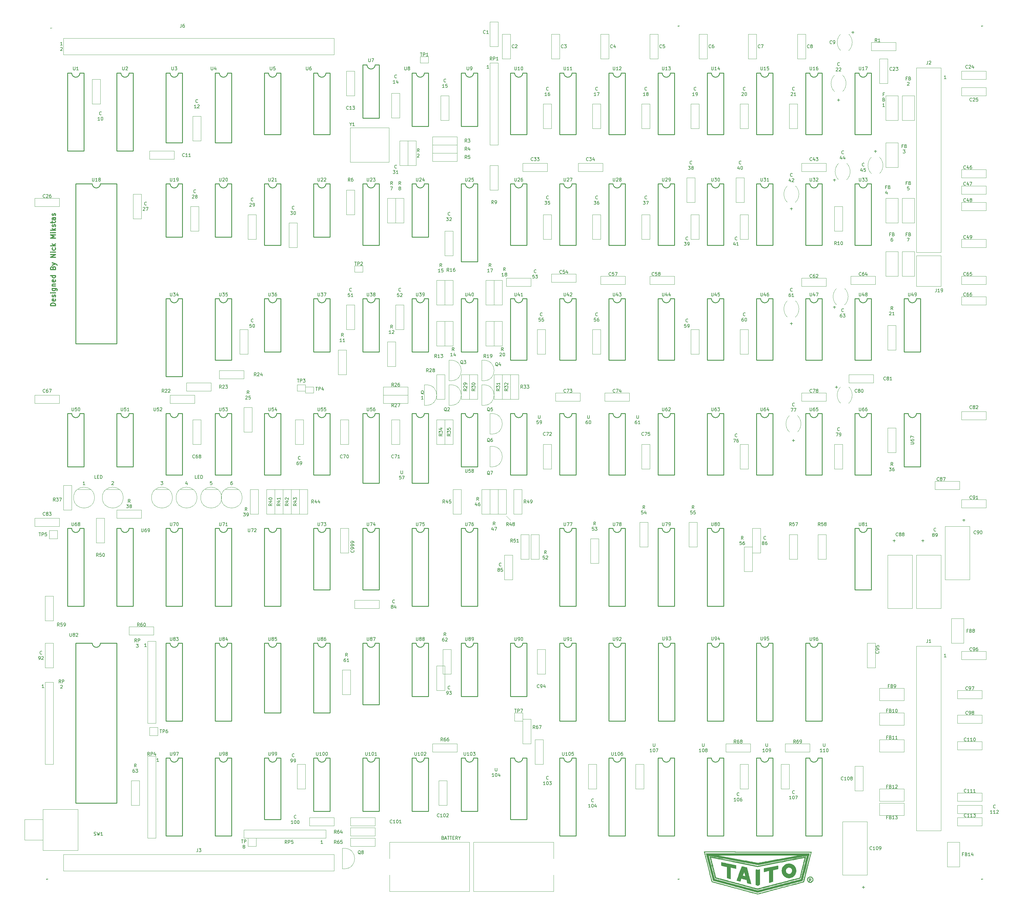
<source format=gbr>
G04 #@! TF.GenerationSoftware,KiCad,Pcbnew,(5.1.5)-3*
G04 #@! TF.CreationDate,2021-09-27T22:17:11-06:00*
G04 #@! TF.ProjectId,taito_video_processor_pcb,74616974-6f5f-4766-9964-656f5f70726f,rev?*
G04 #@! TF.SameCoordinates,Original*
G04 #@! TF.FileFunction,Legend,Top*
G04 #@! TF.FilePolarity,Positive*
%FSLAX46Y46*%
G04 Gerber Fmt 4.6, Leading zero omitted, Abs format (unit mm)*
G04 Created by KiCad (PCBNEW (5.1.5)-3) date 2021-09-27 22:17:11*
%MOMM*%
%LPD*%
G04 APERTURE LIST*
%ADD10C,0.300000*%
%ADD11C,0.150000*%
%ADD12C,0.120000*%
%ADD13C,0.010000*%
%ADD14C,0.254000*%
%ADD15C,0.025400*%
G04 APERTURE END LIST*
D10*
X163873571Y-170460000D02*
X162373571Y-170460000D01*
X162373571Y-170102857D01*
X162445000Y-169888571D01*
X162587857Y-169745714D01*
X162730714Y-169674285D01*
X163016428Y-169602857D01*
X163230714Y-169602857D01*
X163516428Y-169674285D01*
X163659285Y-169745714D01*
X163802142Y-169888571D01*
X163873571Y-170102857D01*
X163873571Y-170460000D01*
X163802142Y-168388571D02*
X163873571Y-168531428D01*
X163873571Y-168817142D01*
X163802142Y-168960000D01*
X163659285Y-169031428D01*
X163087857Y-169031428D01*
X162945000Y-168960000D01*
X162873571Y-168817142D01*
X162873571Y-168531428D01*
X162945000Y-168388571D01*
X163087857Y-168317142D01*
X163230714Y-168317142D01*
X163373571Y-169031428D01*
X163802142Y-167745714D02*
X163873571Y-167602857D01*
X163873571Y-167317142D01*
X163802142Y-167174285D01*
X163659285Y-167102857D01*
X163587857Y-167102857D01*
X163445000Y-167174285D01*
X163373571Y-167317142D01*
X163373571Y-167531428D01*
X163302142Y-167674285D01*
X163159285Y-167745714D01*
X163087857Y-167745714D01*
X162945000Y-167674285D01*
X162873571Y-167531428D01*
X162873571Y-167317142D01*
X162945000Y-167174285D01*
X163873571Y-166460000D02*
X162873571Y-166460000D01*
X162373571Y-166460000D02*
X162445000Y-166531428D01*
X162516428Y-166460000D01*
X162445000Y-166388571D01*
X162373571Y-166460000D01*
X162516428Y-166460000D01*
X162873571Y-165102857D02*
X164087857Y-165102857D01*
X164230714Y-165174285D01*
X164302142Y-165245714D01*
X164373571Y-165388571D01*
X164373571Y-165602857D01*
X164302142Y-165745714D01*
X163802142Y-165102857D02*
X163873571Y-165245714D01*
X163873571Y-165531428D01*
X163802142Y-165674285D01*
X163730714Y-165745714D01*
X163587857Y-165817142D01*
X163159285Y-165817142D01*
X163016428Y-165745714D01*
X162945000Y-165674285D01*
X162873571Y-165531428D01*
X162873571Y-165245714D01*
X162945000Y-165102857D01*
X162873571Y-164388571D02*
X163873571Y-164388571D01*
X163016428Y-164388571D02*
X162945000Y-164317142D01*
X162873571Y-164174285D01*
X162873571Y-163960000D01*
X162945000Y-163817142D01*
X163087857Y-163745714D01*
X163873571Y-163745714D01*
X163802142Y-162460000D02*
X163873571Y-162602857D01*
X163873571Y-162888571D01*
X163802142Y-163031428D01*
X163659285Y-163102857D01*
X163087857Y-163102857D01*
X162945000Y-163031428D01*
X162873571Y-162888571D01*
X162873571Y-162602857D01*
X162945000Y-162460000D01*
X163087857Y-162388571D01*
X163230714Y-162388571D01*
X163373571Y-163102857D01*
X163873571Y-161102857D02*
X162373571Y-161102857D01*
X163802142Y-161102857D02*
X163873571Y-161245714D01*
X163873571Y-161531428D01*
X163802142Y-161674285D01*
X163730714Y-161745714D01*
X163587857Y-161817142D01*
X163159285Y-161817142D01*
X163016428Y-161745714D01*
X162945000Y-161674285D01*
X162873571Y-161531428D01*
X162873571Y-161245714D01*
X162945000Y-161102857D01*
X163087857Y-158745714D02*
X163159285Y-158531428D01*
X163230714Y-158460000D01*
X163373571Y-158388571D01*
X163587857Y-158388571D01*
X163730714Y-158460000D01*
X163802142Y-158531428D01*
X163873571Y-158674285D01*
X163873571Y-159245714D01*
X162373571Y-159245714D01*
X162373571Y-158745714D01*
X162445000Y-158602857D01*
X162516428Y-158531428D01*
X162659285Y-158460000D01*
X162802142Y-158460000D01*
X162945000Y-158531428D01*
X163016428Y-158602857D01*
X163087857Y-158745714D01*
X163087857Y-159245714D01*
X162873571Y-157888571D02*
X163873571Y-157531428D01*
X162873571Y-157174285D02*
X163873571Y-157531428D01*
X164230714Y-157674285D01*
X164302142Y-157745714D01*
X164373571Y-157888571D01*
X163873571Y-155460000D02*
X162373571Y-155460000D01*
X163873571Y-154602857D01*
X162373571Y-154602857D01*
X163873571Y-153888571D02*
X162873571Y-153888571D01*
X162373571Y-153888571D02*
X162445000Y-153960000D01*
X162516428Y-153888571D01*
X162445000Y-153817142D01*
X162373571Y-153888571D01*
X162516428Y-153888571D01*
X163802142Y-152531428D02*
X163873571Y-152674285D01*
X163873571Y-152960000D01*
X163802142Y-153102857D01*
X163730714Y-153174285D01*
X163587857Y-153245714D01*
X163159285Y-153245714D01*
X163016428Y-153174285D01*
X162945000Y-153102857D01*
X162873571Y-152960000D01*
X162873571Y-152674285D01*
X162945000Y-152531428D01*
X163873571Y-151888571D02*
X162373571Y-151888571D01*
X163302142Y-151745714D02*
X163873571Y-151317142D01*
X162873571Y-151317142D02*
X163445000Y-151888571D01*
X163873571Y-149531428D02*
X162373571Y-149531428D01*
X163445000Y-149031428D01*
X162373571Y-148531428D01*
X163873571Y-148531428D01*
X163873571Y-147817142D02*
X162873571Y-147817142D01*
X162373571Y-147817142D02*
X162445000Y-147888571D01*
X162516428Y-147817142D01*
X162445000Y-147745714D01*
X162373571Y-147817142D01*
X162516428Y-147817142D01*
X163873571Y-147102857D02*
X162373571Y-147102857D01*
X163302142Y-146960000D02*
X163873571Y-146531428D01*
X162873571Y-146531428D02*
X163445000Y-147102857D01*
X163802142Y-145960000D02*
X163873571Y-145817142D01*
X163873571Y-145531428D01*
X163802142Y-145388571D01*
X163659285Y-145317142D01*
X163587857Y-145317142D01*
X163445000Y-145388571D01*
X163373571Y-145531428D01*
X163373571Y-145745714D01*
X163302142Y-145888571D01*
X163159285Y-145960000D01*
X163087857Y-145960000D01*
X162945000Y-145888571D01*
X162873571Y-145745714D01*
X162873571Y-145531428D01*
X162945000Y-145388571D01*
X162873571Y-144888571D02*
X162873571Y-144317142D01*
X162373571Y-144674285D02*
X163659285Y-144674285D01*
X163802142Y-144602857D01*
X163873571Y-144460000D01*
X163873571Y-144317142D01*
X163873571Y-143174285D02*
X163087857Y-143174285D01*
X162945000Y-143245714D01*
X162873571Y-143388571D01*
X162873571Y-143674285D01*
X162945000Y-143817142D01*
X163802142Y-143174285D02*
X163873571Y-143317142D01*
X163873571Y-143674285D01*
X163802142Y-143817142D01*
X163659285Y-143888571D01*
X163516428Y-143888571D01*
X163373571Y-143817142D01*
X163302142Y-143674285D01*
X163302142Y-143317142D01*
X163230714Y-143174285D01*
X163802142Y-142531428D02*
X163873571Y-142388571D01*
X163873571Y-142102857D01*
X163802142Y-141960000D01*
X163659285Y-141888571D01*
X163587857Y-141888571D01*
X163445000Y-141960000D01*
X163373571Y-142102857D01*
X163373571Y-142317142D01*
X163302142Y-142460000D01*
X163159285Y-142531428D01*
X163087857Y-142531428D01*
X162945000Y-142460000D01*
X162873571Y-142317142D01*
X162873571Y-142102857D01*
X162945000Y-141960000D01*
D11*
X283885000Y-335208571D02*
X284027857Y-335256190D01*
X284075476Y-335303809D01*
X284123095Y-335399047D01*
X284123095Y-335541904D01*
X284075476Y-335637142D01*
X284027857Y-335684761D01*
X283932619Y-335732380D01*
X283551666Y-335732380D01*
X283551666Y-334732380D01*
X283885000Y-334732380D01*
X283980238Y-334780000D01*
X284027857Y-334827619D01*
X284075476Y-334922857D01*
X284075476Y-335018095D01*
X284027857Y-335113333D01*
X283980238Y-335160952D01*
X283885000Y-335208571D01*
X283551666Y-335208571D01*
X284504047Y-335446666D02*
X284980238Y-335446666D01*
X284408809Y-335732380D02*
X284742142Y-334732380D01*
X285075476Y-335732380D01*
X285265952Y-334732380D02*
X285837380Y-334732380D01*
X285551666Y-335732380D02*
X285551666Y-334732380D01*
X286027857Y-334732380D02*
X286599285Y-334732380D01*
X286313571Y-335732380D02*
X286313571Y-334732380D01*
X286932619Y-335208571D02*
X287265952Y-335208571D01*
X287408809Y-335732380D02*
X286932619Y-335732380D01*
X286932619Y-334732380D01*
X287408809Y-334732380D01*
X288408809Y-335732380D02*
X288075476Y-335256190D01*
X287837380Y-335732380D02*
X287837380Y-334732380D01*
X288218333Y-334732380D01*
X288313571Y-334780000D01*
X288361190Y-334827619D01*
X288408809Y-334922857D01*
X288408809Y-335065714D01*
X288361190Y-335160952D01*
X288313571Y-335208571D01*
X288218333Y-335256190D01*
X287837380Y-335256190D01*
X289027857Y-335256190D02*
X289027857Y-335732380D01*
X288694523Y-334732380D02*
X289027857Y-335256190D01*
X289361190Y-334732380D01*
X392739523Y-321477142D02*
X392691904Y-321524761D01*
X392549047Y-321572380D01*
X392453809Y-321572380D01*
X392310952Y-321524761D01*
X392215714Y-321429523D01*
X392168095Y-321334285D01*
X392120476Y-321143809D01*
X392120476Y-321000952D01*
X392168095Y-320810476D01*
X392215714Y-320715238D01*
X392310952Y-320620000D01*
X392453809Y-320572380D01*
X392549047Y-320572380D01*
X392691904Y-320620000D01*
X392739523Y-320667619D01*
X391763333Y-323222380D02*
X391191904Y-323222380D01*
X391477619Y-323222380D02*
X391477619Y-322222380D01*
X391382380Y-322365238D01*
X391287142Y-322460476D01*
X391191904Y-322508095D01*
X392382380Y-322222380D02*
X392477619Y-322222380D01*
X392572857Y-322270000D01*
X392620476Y-322317619D01*
X392668095Y-322412857D01*
X392715714Y-322603333D01*
X392715714Y-322841428D01*
X392668095Y-323031904D01*
X392620476Y-323127142D01*
X392572857Y-323174761D01*
X392477619Y-323222380D01*
X392382380Y-323222380D01*
X392287142Y-323174761D01*
X392239523Y-323127142D01*
X392191904Y-323031904D01*
X392144285Y-322841428D01*
X392144285Y-322603333D01*
X392191904Y-322412857D01*
X392239523Y-322317619D01*
X392287142Y-322270000D01*
X392382380Y-322222380D01*
X393049047Y-322222380D02*
X393715714Y-322222380D01*
X393287142Y-323222380D01*
X375594523Y-322112142D02*
X375546904Y-322159761D01*
X375404047Y-322207380D01*
X375308809Y-322207380D01*
X375165952Y-322159761D01*
X375070714Y-322064523D01*
X375023095Y-321969285D01*
X374975476Y-321778809D01*
X374975476Y-321635952D01*
X375023095Y-321445476D01*
X375070714Y-321350238D01*
X375165952Y-321255000D01*
X375308809Y-321207380D01*
X375404047Y-321207380D01*
X375546904Y-321255000D01*
X375594523Y-321302619D01*
X374618333Y-323857380D02*
X374046904Y-323857380D01*
X374332619Y-323857380D02*
X374332619Y-322857380D01*
X374237380Y-323000238D01*
X374142142Y-323095476D01*
X374046904Y-323143095D01*
X375237380Y-322857380D02*
X375332619Y-322857380D01*
X375427857Y-322905000D01*
X375475476Y-322952619D01*
X375523095Y-323047857D01*
X375570714Y-323238333D01*
X375570714Y-323476428D01*
X375523095Y-323666904D01*
X375475476Y-323762142D01*
X375427857Y-323809761D01*
X375332619Y-323857380D01*
X375237380Y-323857380D01*
X375142142Y-323809761D01*
X375094523Y-323762142D01*
X375046904Y-323666904D01*
X374999285Y-323476428D01*
X374999285Y-323238333D01*
X375046904Y-323047857D01*
X375094523Y-322952619D01*
X375142142Y-322905000D01*
X375237380Y-322857380D01*
X376427857Y-322857380D02*
X376237380Y-322857380D01*
X376142142Y-322905000D01*
X376094523Y-322952619D01*
X375999285Y-323095476D01*
X375951666Y-323285952D01*
X375951666Y-323666904D01*
X375999285Y-323762142D01*
X376046904Y-323809761D01*
X376142142Y-323857380D01*
X376332619Y-323857380D01*
X376427857Y-323809761D01*
X376475476Y-323762142D01*
X376523095Y-323666904D01*
X376523095Y-323428809D01*
X376475476Y-323333571D01*
X376427857Y-323285952D01*
X376332619Y-323238333D01*
X376142142Y-323238333D01*
X376046904Y-323285952D01*
X375999285Y-323333571D01*
X375951666Y-323428809D01*
X330509523Y-324017142D02*
X330461904Y-324064761D01*
X330319047Y-324112380D01*
X330223809Y-324112380D01*
X330080952Y-324064761D01*
X329985714Y-323969523D01*
X329938095Y-323874285D01*
X329890476Y-323683809D01*
X329890476Y-323540952D01*
X329938095Y-323350476D01*
X329985714Y-323255238D01*
X330080952Y-323160000D01*
X330223809Y-323112380D01*
X330319047Y-323112380D01*
X330461904Y-323160000D01*
X330509523Y-323207619D01*
X329533333Y-325762380D02*
X328961904Y-325762380D01*
X329247619Y-325762380D02*
X329247619Y-324762380D01*
X329152380Y-324905238D01*
X329057142Y-325000476D01*
X328961904Y-325048095D01*
X330152380Y-324762380D02*
X330247619Y-324762380D01*
X330342857Y-324810000D01*
X330390476Y-324857619D01*
X330438095Y-324952857D01*
X330485714Y-325143333D01*
X330485714Y-325381428D01*
X330438095Y-325571904D01*
X330390476Y-325667142D01*
X330342857Y-325714761D01*
X330247619Y-325762380D01*
X330152380Y-325762380D01*
X330057142Y-325714761D01*
X330009523Y-325667142D01*
X329961904Y-325571904D01*
X329914285Y-325381428D01*
X329914285Y-325143333D01*
X329961904Y-324952857D01*
X330009523Y-324857619D01*
X330057142Y-324810000D01*
X330152380Y-324762380D01*
X331342857Y-325095714D02*
X331342857Y-325762380D01*
X331104761Y-324714761D02*
X330866666Y-325429047D01*
X331485714Y-325429047D01*
X316539523Y-317032142D02*
X316491904Y-317079761D01*
X316349047Y-317127380D01*
X316253809Y-317127380D01*
X316110952Y-317079761D01*
X316015714Y-316984523D01*
X315968095Y-316889285D01*
X315920476Y-316698809D01*
X315920476Y-316555952D01*
X315968095Y-316365476D01*
X316015714Y-316270238D01*
X316110952Y-316175000D01*
X316253809Y-316127380D01*
X316349047Y-316127380D01*
X316491904Y-316175000D01*
X316539523Y-316222619D01*
X315563333Y-318777380D02*
X314991904Y-318777380D01*
X315277619Y-318777380D02*
X315277619Y-317777380D01*
X315182380Y-317920238D01*
X315087142Y-318015476D01*
X314991904Y-318063095D01*
X316182380Y-317777380D02*
X316277619Y-317777380D01*
X316372857Y-317825000D01*
X316420476Y-317872619D01*
X316468095Y-317967857D01*
X316515714Y-318158333D01*
X316515714Y-318396428D01*
X316468095Y-318586904D01*
X316420476Y-318682142D01*
X316372857Y-318729761D01*
X316277619Y-318777380D01*
X316182380Y-318777380D01*
X316087142Y-318729761D01*
X316039523Y-318682142D01*
X315991904Y-318586904D01*
X315944285Y-318396428D01*
X315944285Y-318158333D01*
X315991904Y-317967857D01*
X316039523Y-317872619D01*
X316087142Y-317825000D01*
X316182380Y-317777380D01*
X316849047Y-317777380D02*
X317468095Y-317777380D01*
X317134761Y-318158333D01*
X317277619Y-318158333D01*
X317372857Y-318205952D01*
X317420476Y-318253571D01*
X317468095Y-318348809D01*
X317468095Y-318586904D01*
X317420476Y-318682142D01*
X317372857Y-318729761D01*
X317277619Y-318777380D01*
X316991904Y-318777380D01*
X316896666Y-318729761D01*
X316849047Y-318682142D01*
X300069285Y-313587380D02*
X300069285Y-314396904D01*
X300116904Y-314492142D01*
X300164523Y-314539761D01*
X300259761Y-314587380D01*
X300450238Y-314587380D01*
X300545476Y-314539761D01*
X300593095Y-314492142D01*
X300640714Y-314396904D01*
X300640714Y-313587380D01*
X299688333Y-316237380D02*
X299116904Y-316237380D01*
X299402619Y-316237380D02*
X299402619Y-315237380D01*
X299307380Y-315380238D01*
X299212142Y-315475476D01*
X299116904Y-315523095D01*
X300307380Y-315237380D02*
X300402619Y-315237380D01*
X300497857Y-315285000D01*
X300545476Y-315332619D01*
X300593095Y-315427857D01*
X300640714Y-315618333D01*
X300640714Y-315856428D01*
X300593095Y-316046904D01*
X300545476Y-316142142D01*
X300497857Y-316189761D01*
X300402619Y-316237380D01*
X300307380Y-316237380D01*
X300212142Y-316189761D01*
X300164523Y-316142142D01*
X300116904Y-316046904D01*
X300069285Y-315856428D01*
X300069285Y-315618333D01*
X300116904Y-315427857D01*
X300164523Y-315332619D01*
X300212142Y-315285000D01*
X300307380Y-315237380D01*
X301497857Y-315570714D02*
X301497857Y-316237380D01*
X301259761Y-315189761D02*
X301021666Y-315904047D01*
X301640714Y-315904047D01*
X237799523Y-310047142D02*
X237751904Y-310094761D01*
X237609047Y-310142380D01*
X237513809Y-310142380D01*
X237370952Y-310094761D01*
X237275714Y-309999523D01*
X237228095Y-309904285D01*
X237180476Y-309713809D01*
X237180476Y-309570952D01*
X237228095Y-309380476D01*
X237275714Y-309285238D01*
X237370952Y-309190000D01*
X237513809Y-309142380D01*
X237609047Y-309142380D01*
X237751904Y-309190000D01*
X237799523Y-309237619D01*
X236823333Y-311792380D02*
X237013809Y-311792380D01*
X237109047Y-311744761D01*
X237156666Y-311697142D01*
X237251904Y-311554285D01*
X237299523Y-311363809D01*
X237299523Y-310982857D01*
X237251904Y-310887619D01*
X237204285Y-310840000D01*
X237109047Y-310792380D01*
X236918571Y-310792380D01*
X236823333Y-310840000D01*
X236775714Y-310887619D01*
X236728095Y-310982857D01*
X236728095Y-311220952D01*
X236775714Y-311316190D01*
X236823333Y-311363809D01*
X236918571Y-311411428D01*
X237109047Y-311411428D01*
X237204285Y-311363809D01*
X237251904Y-311316190D01*
X237299523Y-311220952D01*
X237775714Y-311792380D02*
X237966190Y-311792380D01*
X238061428Y-311744761D01*
X238109047Y-311697142D01*
X238204285Y-311554285D01*
X238251904Y-311363809D01*
X238251904Y-310982857D01*
X238204285Y-310887619D01*
X238156666Y-310840000D01*
X238061428Y-310792380D01*
X237870952Y-310792380D01*
X237775714Y-310840000D01*
X237728095Y-310887619D01*
X237680476Y-310982857D01*
X237680476Y-311220952D01*
X237728095Y-311316190D01*
X237775714Y-311363809D01*
X237870952Y-311411428D01*
X238061428Y-311411428D01*
X238156666Y-311363809D01*
X238204285Y-311316190D01*
X238251904Y-311220952D01*
X238434523Y-329097142D02*
X238386904Y-329144761D01*
X238244047Y-329192380D01*
X238148809Y-329192380D01*
X238005952Y-329144761D01*
X237910714Y-329049523D01*
X237863095Y-328954285D01*
X237815476Y-328763809D01*
X237815476Y-328620952D01*
X237863095Y-328430476D01*
X237910714Y-328335238D01*
X238005952Y-328240000D01*
X238148809Y-328192380D01*
X238244047Y-328192380D01*
X238386904Y-328240000D01*
X238434523Y-328287619D01*
X237458333Y-330842380D02*
X236886904Y-330842380D01*
X237172619Y-330842380D02*
X237172619Y-329842380D01*
X237077380Y-329985238D01*
X236982142Y-330080476D01*
X236886904Y-330128095D01*
X238077380Y-329842380D02*
X238172619Y-329842380D01*
X238267857Y-329890000D01*
X238315476Y-329937619D01*
X238363095Y-330032857D01*
X238410714Y-330223333D01*
X238410714Y-330461428D01*
X238363095Y-330651904D01*
X238315476Y-330747142D01*
X238267857Y-330794761D01*
X238172619Y-330842380D01*
X238077380Y-330842380D01*
X237982142Y-330794761D01*
X237934523Y-330747142D01*
X237886904Y-330651904D01*
X237839285Y-330461428D01*
X237839285Y-330223333D01*
X237886904Y-330032857D01*
X237934523Y-329937619D01*
X237982142Y-329890000D01*
X238077380Y-329842380D01*
X239029761Y-329842380D02*
X239125000Y-329842380D01*
X239220238Y-329890000D01*
X239267857Y-329937619D01*
X239315476Y-330032857D01*
X239363095Y-330223333D01*
X239363095Y-330461428D01*
X239315476Y-330651904D01*
X239267857Y-330747142D01*
X239220238Y-330794761D01*
X239125000Y-330842380D01*
X239029761Y-330842380D01*
X238934523Y-330794761D01*
X238886904Y-330747142D01*
X238839285Y-330651904D01*
X238791666Y-330461428D01*
X238791666Y-330223333D01*
X238839285Y-330032857D01*
X238886904Y-329937619D01*
X238934523Y-329890000D01*
X239029761Y-329842380D01*
X286059523Y-289092142D02*
X286011904Y-289139761D01*
X285869047Y-289187380D01*
X285773809Y-289187380D01*
X285630952Y-289139761D01*
X285535714Y-289044523D01*
X285488095Y-288949285D01*
X285440476Y-288758809D01*
X285440476Y-288615952D01*
X285488095Y-288425476D01*
X285535714Y-288330238D01*
X285630952Y-288235000D01*
X285773809Y-288187380D01*
X285869047Y-288187380D01*
X286011904Y-288235000D01*
X286059523Y-288282619D01*
X285083333Y-290837380D02*
X285273809Y-290837380D01*
X285369047Y-290789761D01*
X285416666Y-290742142D01*
X285511904Y-290599285D01*
X285559523Y-290408809D01*
X285559523Y-290027857D01*
X285511904Y-289932619D01*
X285464285Y-289885000D01*
X285369047Y-289837380D01*
X285178571Y-289837380D01*
X285083333Y-289885000D01*
X285035714Y-289932619D01*
X284988095Y-290027857D01*
X284988095Y-290265952D01*
X285035714Y-290361190D01*
X285083333Y-290408809D01*
X285178571Y-290456428D01*
X285369047Y-290456428D01*
X285464285Y-290408809D01*
X285511904Y-290361190D01*
X285559523Y-290265952D01*
X285892857Y-289837380D02*
X286511904Y-289837380D01*
X286178571Y-290218333D01*
X286321428Y-290218333D01*
X286416666Y-290265952D01*
X286464285Y-290313571D01*
X286511904Y-290408809D01*
X286511904Y-290646904D01*
X286464285Y-290742142D01*
X286416666Y-290789761D01*
X286321428Y-290837380D01*
X286035714Y-290837380D01*
X285940476Y-290789761D01*
X285892857Y-290742142D01*
X159694523Y-278297142D02*
X159646904Y-278344761D01*
X159504047Y-278392380D01*
X159408809Y-278392380D01*
X159265952Y-278344761D01*
X159170714Y-278249523D01*
X159123095Y-278154285D01*
X159075476Y-277963809D01*
X159075476Y-277820952D01*
X159123095Y-277630476D01*
X159170714Y-277535238D01*
X159265952Y-277440000D01*
X159408809Y-277392380D01*
X159504047Y-277392380D01*
X159646904Y-277440000D01*
X159694523Y-277487619D01*
X158718333Y-280042380D02*
X158908809Y-280042380D01*
X159004047Y-279994761D01*
X159051666Y-279947142D01*
X159146904Y-279804285D01*
X159194523Y-279613809D01*
X159194523Y-279232857D01*
X159146904Y-279137619D01*
X159099285Y-279090000D01*
X159004047Y-279042380D01*
X158813571Y-279042380D01*
X158718333Y-279090000D01*
X158670714Y-279137619D01*
X158623095Y-279232857D01*
X158623095Y-279470952D01*
X158670714Y-279566190D01*
X158718333Y-279613809D01*
X158813571Y-279661428D01*
X159004047Y-279661428D01*
X159099285Y-279613809D01*
X159146904Y-279566190D01*
X159194523Y-279470952D01*
X159575476Y-279137619D02*
X159623095Y-279090000D01*
X159718333Y-279042380D01*
X159956428Y-279042380D01*
X160051666Y-279090000D01*
X160099285Y-279137619D01*
X160146904Y-279232857D01*
X160146904Y-279328095D01*
X160099285Y-279470952D01*
X159527857Y-280042380D01*
X160146904Y-280042380D01*
X401669285Y-305967380D02*
X401669285Y-306776904D01*
X401716904Y-306872142D01*
X401764523Y-306919761D01*
X401859761Y-306967380D01*
X402050238Y-306967380D01*
X402145476Y-306919761D01*
X402193095Y-306872142D01*
X402240714Y-306776904D01*
X402240714Y-305967380D01*
X401288333Y-308617380D02*
X400716904Y-308617380D01*
X401002619Y-308617380D02*
X401002619Y-307617380D01*
X400907380Y-307760238D01*
X400812142Y-307855476D01*
X400716904Y-307903095D01*
X402240714Y-308617380D02*
X401669285Y-308617380D01*
X401955000Y-308617380D02*
X401955000Y-307617380D01*
X401859761Y-307760238D01*
X401764523Y-307855476D01*
X401669285Y-307903095D01*
X402859761Y-307617380D02*
X402955000Y-307617380D01*
X403050238Y-307665000D01*
X403097857Y-307712619D01*
X403145476Y-307807857D01*
X403193095Y-307998333D01*
X403193095Y-308236428D01*
X403145476Y-308426904D01*
X403097857Y-308522142D01*
X403050238Y-308569761D01*
X402955000Y-308617380D01*
X402859761Y-308617380D01*
X402764523Y-308569761D01*
X402716904Y-308522142D01*
X402669285Y-308426904D01*
X402621666Y-308236428D01*
X402621666Y-307998333D01*
X402669285Y-307807857D01*
X402716904Y-307712619D01*
X402764523Y-307665000D01*
X402859761Y-307617380D01*
X383889285Y-305967380D02*
X383889285Y-306776904D01*
X383936904Y-306872142D01*
X383984523Y-306919761D01*
X384079761Y-306967380D01*
X384270238Y-306967380D01*
X384365476Y-306919761D01*
X384413095Y-306872142D01*
X384460714Y-306776904D01*
X384460714Y-305967380D01*
X383508333Y-308617380D02*
X382936904Y-308617380D01*
X383222619Y-308617380D02*
X383222619Y-307617380D01*
X383127380Y-307760238D01*
X383032142Y-307855476D01*
X382936904Y-307903095D01*
X384127380Y-307617380D02*
X384222619Y-307617380D01*
X384317857Y-307665000D01*
X384365476Y-307712619D01*
X384413095Y-307807857D01*
X384460714Y-307998333D01*
X384460714Y-308236428D01*
X384413095Y-308426904D01*
X384365476Y-308522142D01*
X384317857Y-308569761D01*
X384222619Y-308617380D01*
X384127380Y-308617380D01*
X384032142Y-308569761D01*
X383984523Y-308522142D01*
X383936904Y-308426904D01*
X383889285Y-308236428D01*
X383889285Y-307998333D01*
X383936904Y-307807857D01*
X383984523Y-307712619D01*
X384032142Y-307665000D01*
X384127380Y-307617380D01*
X384936904Y-308617380D02*
X385127380Y-308617380D01*
X385222619Y-308569761D01*
X385270238Y-308522142D01*
X385365476Y-308379285D01*
X385413095Y-308188809D01*
X385413095Y-307807857D01*
X385365476Y-307712619D01*
X385317857Y-307665000D01*
X385222619Y-307617380D01*
X385032142Y-307617380D01*
X384936904Y-307665000D01*
X384889285Y-307712619D01*
X384841666Y-307807857D01*
X384841666Y-308045952D01*
X384889285Y-308141190D01*
X384936904Y-308188809D01*
X385032142Y-308236428D01*
X385222619Y-308236428D01*
X385317857Y-308188809D01*
X385365476Y-308141190D01*
X385413095Y-308045952D01*
X364204285Y-305967380D02*
X364204285Y-306776904D01*
X364251904Y-306872142D01*
X364299523Y-306919761D01*
X364394761Y-306967380D01*
X364585238Y-306967380D01*
X364680476Y-306919761D01*
X364728095Y-306872142D01*
X364775714Y-306776904D01*
X364775714Y-305967380D01*
X363823333Y-308617380D02*
X363251904Y-308617380D01*
X363537619Y-308617380D02*
X363537619Y-307617380D01*
X363442380Y-307760238D01*
X363347142Y-307855476D01*
X363251904Y-307903095D01*
X364442380Y-307617380D02*
X364537619Y-307617380D01*
X364632857Y-307665000D01*
X364680476Y-307712619D01*
X364728095Y-307807857D01*
X364775714Y-307998333D01*
X364775714Y-308236428D01*
X364728095Y-308426904D01*
X364680476Y-308522142D01*
X364632857Y-308569761D01*
X364537619Y-308617380D01*
X364442380Y-308617380D01*
X364347142Y-308569761D01*
X364299523Y-308522142D01*
X364251904Y-308426904D01*
X364204285Y-308236428D01*
X364204285Y-307998333D01*
X364251904Y-307807857D01*
X364299523Y-307712619D01*
X364347142Y-307665000D01*
X364442380Y-307617380D01*
X365347142Y-308045952D02*
X365251904Y-307998333D01*
X365204285Y-307950714D01*
X365156666Y-307855476D01*
X365156666Y-307807857D01*
X365204285Y-307712619D01*
X365251904Y-307665000D01*
X365347142Y-307617380D01*
X365537619Y-307617380D01*
X365632857Y-307665000D01*
X365680476Y-307712619D01*
X365728095Y-307807857D01*
X365728095Y-307855476D01*
X365680476Y-307950714D01*
X365632857Y-307998333D01*
X365537619Y-308045952D01*
X365347142Y-308045952D01*
X365251904Y-308093571D01*
X365204285Y-308141190D01*
X365156666Y-308236428D01*
X365156666Y-308426904D01*
X365204285Y-308522142D01*
X365251904Y-308569761D01*
X365347142Y-308617380D01*
X365537619Y-308617380D01*
X365632857Y-308569761D01*
X365680476Y-308522142D01*
X365728095Y-308426904D01*
X365728095Y-308236428D01*
X365680476Y-308141190D01*
X365632857Y-308093571D01*
X365537619Y-308045952D01*
X348964285Y-305967380D02*
X348964285Y-306776904D01*
X349011904Y-306872142D01*
X349059523Y-306919761D01*
X349154761Y-306967380D01*
X349345238Y-306967380D01*
X349440476Y-306919761D01*
X349488095Y-306872142D01*
X349535714Y-306776904D01*
X349535714Y-305967380D01*
X348583333Y-308617380D02*
X348011904Y-308617380D01*
X348297619Y-308617380D02*
X348297619Y-307617380D01*
X348202380Y-307760238D01*
X348107142Y-307855476D01*
X348011904Y-307903095D01*
X349202380Y-307617380D02*
X349297619Y-307617380D01*
X349392857Y-307665000D01*
X349440476Y-307712619D01*
X349488095Y-307807857D01*
X349535714Y-307998333D01*
X349535714Y-308236428D01*
X349488095Y-308426904D01*
X349440476Y-308522142D01*
X349392857Y-308569761D01*
X349297619Y-308617380D01*
X349202380Y-308617380D01*
X349107142Y-308569761D01*
X349059523Y-308522142D01*
X349011904Y-308426904D01*
X348964285Y-308236428D01*
X348964285Y-307998333D01*
X349011904Y-307807857D01*
X349059523Y-307712619D01*
X349107142Y-307665000D01*
X349202380Y-307617380D01*
X349869047Y-307617380D02*
X350535714Y-307617380D01*
X350107142Y-308617380D01*
X221464285Y-335812380D02*
X222035714Y-335812380D01*
X221750000Y-336812380D02*
X221750000Y-335812380D01*
X222369047Y-336812380D02*
X222369047Y-335812380D01*
X222750000Y-335812380D01*
X222845238Y-335860000D01*
X222892857Y-335907619D01*
X222940476Y-336002857D01*
X222940476Y-336145714D01*
X222892857Y-336240952D01*
X222845238Y-336288571D01*
X222750000Y-336336190D01*
X222369047Y-336336190D01*
X222154761Y-337890952D02*
X222059523Y-337843333D01*
X222011904Y-337795714D01*
X221964285Y-337700476D01*
X221964285Y-337652857D01*
X222011904Y-337557619D01*
X222059523Y-337510000D01*
X222154761Y-337462380D01*
X222345238Y-337462380D01*
X222440476Y-337510000D01*
X222488095Y-337557619D01*
X222535714Y-337652857D01*
X222535714Y-337700476D01*
X222488095Y-337795714D01*
X222440476Y-337843333D01*
X222345238Y-337890952D01*
X222154761Y-337890952D01*
X222059523Y-337938571D01*
X222011904Y-337986190D01*
X221964285Y-338081428D01*
X221964285Y-338271904D01*
X222011904Y-338367142D01*
X222059523Y-338414761D01*
X222154761Y-338462380D01*
X222345238Y-338462380D01*
X222440476Y-338414761D01*
X222488095Y-338367142D01*
X222535714Y-338271904D01*
X222535714Y-338081428D01*
X222488095Y-337986190D01*
X222440476Y-337938571D01*
X222345238Y-337890952D01*
X188904523Y-313317380D02*
X188571190Y-312841190D01*
X188333095Y-313317380D02*
X188333095Y-312317380D01*
X188714047Y-312317380D01*
X188809285Y-312365000D01*
X188856904Y-312412619D01*
X188904523Y-312507857D01*
X188904523Y-312650714D01*
X188856904Y-312745952D01*
X188809285Y-312793571D01*
X188714047Y-312841190D01*
X188333095Y-312841190D01*
X188309285Y-313967380D02*
X188118809Y-313967380D01*
X188023571Y-314015000D01*
X187975952Y-314062619D01*
X187880714Y-314205476D01*
X187833095Y-314395952D01*
X187833095Y-314776904D01*
X187880714Y-314872142D01*
X187928333Y-314919761D01*
X188023571Y-314967380D01*
X188214047Y-314967380D01*
X188309285Y-314919761D01*
X188356904Y-314872142D01*
X188404523Y-314776904D01*
X188404523Y-314538809D01*
X188356904Y-314443571D01*
X188309285Y-314395952D01*
X188214047Y-314348333D01*
X188023571Y-314348333D01*
X187928333Y-314395952D01*
X187880714Y-314443571D01*
X187833095Y-314538809D01*
X188737857Y-313967380D02*
X189356904Y-313967380D01*
X189023571Y-314348333D01*
X189166428Y-314348333D01*
X189261666Y-314395952D01*
X189309285Y-314443571D01*
X189356904Y-314538809D01*
X189356904Y-314776904D01*
X189309285Y-314872142D01*
X189261666Y-314919761D01*
X189166428Y-314967380D01*
X188880714Y-314967380D01*
X188785476Y-314919761D01*
X188737857Y-314872142D01*
X284789523Y-272677380D02*
X284456190Y-272201190D01*
X284218095Y-272677380D02*
X284218095Y-271677380D01*
X284599047Y-271677380D01*
X284694285Y-271725000D01*
X284741904Y-271772619D01*
X284789523Y-271867857D01*
X284789523Y-272010714D01*
X284741904Y-272105952D01*
X284694285Y-272153571D01*
X284599047Y-272201190D01*
X284218095Y-272201190D01*
X284194285Y-273327380D02*
X284003809Y-273327380D01*
X283908571Y-273375000D01*
X283860952Y-273422619D01*
X283765714Y-273565476D01*
X283718095Y-273755952D01*
X283718095Y-274136904D01*
X283765714Y-274232142D01*
X283813333Y-274279761D01*
X283908571Y-274327380D01*
X284099047Y-274327380D01*
X284194285Y-274279761D01*
X284241904Y-274232142D01*
X284289523Y-274136904D01*
X284289523Y-273898809D01*
X284241904Y-273803571D01*
X284194285Y-273755952D01*
X284099047Y-273708333D01*
X283908571Y-273708333D01*
X283813333Y-273755952D01*
X283765714Y-273803571D01*
X283718095Y-273898809D01*
X284670476Y-273422619D02*
X284718095Y-273375000D01*
X284813333Y-273327380D01*
X285051428Y-273327380D01*
X285146666Y-273375000D01*
X285194285Y-273422619D01*
X285241904Y-273517857D01*
X285241904Y-273613095D01*
X285194285Y-273755952D01*
X284622857Y-274327380D01*
X285241904Y-274327380D01*
X254309523Y-279027380D02*
X253976190Y-278551190D01*
X253738095Y-279027380D02*
X253738095Y-278027380D01*
X254119047Y-278027380D01*
X254214285Y-278075000D01*
X254261904Y-278122619D01*
X254309523Y-278217857D01*
X254309523Y-278360714D01*
X254261904Y-278455952D01*
X254214285Y-278503571D01*
X254119047Y-278551190D01*
X253738095Y-278551190D01*
X253714285Y-279677380D02*
X253523809Y-279677380D01*
X253428571Y-279725000D01*
X253380952Y-279772619D01*
X253285714Y-279915476D01*
X253238095Y-280105952D01*
X253238095Y-280486904D01*
X253285714Y-280582142D01*
X253333333Y-280629761D01*
X253428571Y-280677380D01*
X253619047Y-280677380D01*
X253714285Y-280629761D01*
X253761904Y-280582142D01*
X253809523Y-280486904D01*
X253809523Y-280248809D01*
X253761904Y-280153571D01*
X253714285Y-280105952D01*
X253619047Y-280058333D01*
X253428571Y-280058333D01*
X253333333Y-280105952D01*
X253285714Y-280153571D01*
X253238095Y-280248809D01*
X254761904Y-280677380D02*
X254190476Y-280677380D01*
X254476190Y-280677380D02*
X254476190Y-279677380D01*
X254380952Y-279820238D01*
X254285714Y-279915476D01*
X254190476Y-279963095D01*
X454969523Y-325922142D02*
X454921904Y-325969761D01*
X454779047Y-326017380D01*
X454683809Y-326017380D01*
X454540952Y-325969761D01*
X454445714Y-325874523D01*
X454398095Y-325779285D01*
X454350476Y-325588809D01*
X454350476Y-325445952D01*
X454398095Y-325255476D01*
X454445714Y-325160238D01*
X454540952Y-325065000D01*
X454683809Y-325017380D01*
X454779047Y-325017380D01*
X454921904Y-325065000D01*
X454969523Y-325112619D01*
X453993333Y-327667380D02*
X453421904Y-327667380D01*
X453707619Y-327667380D02*
X453707619Y-326667380D01*
X453612380Y-326810238D01*
X453517142Y-326905476D01*
X453421904Y-326953095D01*
X454945714Y-327667380D02*
X454374285Y-327667380D01*
X454660000Y-327667380D02*
X454660000Y-326667380D01*
X454564761Y-326810238D01*
X454469523Y-326905476D01*
X454374285Y-326953095D01*
X455326666Y-326762619D02*
X455374285Y-326715000D01*
X455469523Y-326667380D01*
X455707619Y-326667380D01*
X455802857Y-326715000D01*
X455850476Y-326762619D01*
X455898095Y-326857857D01*
X455898095Y-326953095D01*
X455850476Y-327095952D01*
X455279047Y-327667380D01*
X455898095Y-327667380D01*
X436554523Y-240197142D02*
X436506904Y-240244761D01*
X436364047Y-240292380D01*
X436268809Y-240292380D01*
X436125952Y-240244761D01*
X436030714Y-240149523D01*
X435983095Y-240054285D01*
X435935476Y-239863809D01*
X435935476Y-239720952D01*
X435983095Y-239530476D01*
X436030714Y-239435238D01*
X436125952Y-239340000D01*
X436268809Y-239292380D01*
X436364047Y-239292380D01*
X436506904Y-239340000D01*
X436554523Y-239387619D01*
X435673571Y-241370952D02*
X435578333Y-241323333D01*
X435530714Y-241275714D01*
X435483095Y-241180476D01*
X435483095Y-241132857D01*
X435530714Y-241037619D01*
X435578333Y-240990000D01*
X435673571Y-240942380D01*
X435864047Y-240942380D01*
X435959285Y-240990000D01*
X436006904Y-241037619D01*
X436054523Y-241132857D01*
X436054523Y-241180476D01*
X436006904Y-241275714D01*
X435959285Y-241323333D01*
X435864047Y-241370952D01*
X435673571Y-241370952D01*
X435578333Y-241418571D01*
X435530714Y-241466190D01*
X435483095Y-241561428D01*
X435483095Y-241751904D01*
X435530714Y-241847142D01*
X435578333Y-241894761D01*
X435673571Y-241942380D01*
X435864047Y-241942380D01*
X435959285Y-241894761D01*
X436006904Y-241847142D01*
X436054523Y-241751904D01*
X436054523Y-241561428D01*
X436006904Y-241466190D01*
X435959285Y-241418571D01*
X435864047Y-241370952D01*
X436530714Y-241942380D02*
X436721190Y-241942380D01*
X436816428Y-241894761D01*
X436864047Y-241847142D01*
X436959285Y-241704285D01*
X437006904Y-241513809D01*
X437006904Y-241132857D01*
X436959285Y-241037619D01*
X436911666Y-240990000D01*
X436816428Y-240942380D01*
X436625952Y-240942380D01*
X436530714Y-240990000D01*
X436483095Y-241037619D01*
X436435476Y-241132857D01*
X436435476Y-241370952D01*
X436483095Y-241466190D01*
X436530714Y-241513809D01*
X436625952Y-241561428D01*
X436816428Y-241561428D01*
X436911666Y-241513809D01*
X436959285Y-241466190D01*
X437006904Y-241370952D01*
X376864523Y-242832380D02*
X376531190Y-242356190D01*
X376293095Y-242832380D02*
X376293095Y-241832380D01*
X376674047Y-241832380D01*
X376769285Y-241880000D01*
X376816904Y-241927619D01*
X376864523Y-242022857D01*
X376864523Y-242165714D01*
X376816904Y-242260952D01*
X376769285Y-242308571D01*
X376674047Y-242356190D01*
X376293095Y-242356190D01*
X376316904Y-243482380D02*
X375840714Y-243482380D01*
X375793095Y-243958571D01*
X375840714Y-243910952D01*
X375935952Y-243863333D01*
X376174047Y-243863333D01*
X376269285Y-243910952D01*
X376316904Y-243958571D01*
X376364523Y-244053809D01*
X376364523Y-244291904D01*
X376316904Y-244387142D01*
X376269285Y-244434761D01*
X376174047Y-244482380D01*
X375935952Y-244482380D01*
X375840714Y-244434761D01*
X375793095Y-244387142D01*
X377221666Y-243482380D02*
X377031190Y-243482380D01*
X376935952Y-243530000D01*
X376888333Y-243577619D01*
X376793095Y-243720476D01*
X376745476Y-243910952D01*
X376745476Y-244291904D01*
X376793095Y-244387142D01*
X376840714Y-244434761D01*
X376935952Y-244482380D01*
X377126428Y-244482380D01*
X377221666Y-244434761D01*
X377269285Y-244387142D01*
X377316904Y-244291904D01*
X377316904Y-244053809D01*
X377269285Y-243958571D01*
X377221666Y-243910952D01*
X377126428Y-243863333D01*
X376935952Y-243863333D01*
X376840714Y-243910952D01*
X376793095Y-243958571D01*
X376745476Y-244053809D01*
X383849523Y-242737142D02*
X383801904Y-242784761D01*
X383659047Y-242832380D01*
X383563809Y-242832380D01*
X383420952Y-242784761D01*
X383325714Y-242689523D01*
X383278095Y-242594285D01*
X383230476Y-242403809D01*
X383230476Y-242260952D01*
X383278095Y-242070476D01*
X383325714Y-241975238D01*
X383420952Y-241880000D01*
X383563809Y-241832380D01*
X383659047Y-241832380D01*
X383801904Y-241880000D01*
X383849523Y-241927619D01*
X382968571Y-243910952D02*
X382873333Y-243863333D01*
X382825714Y-243815714D01*
X382778095Y-243720476D01*
X382778095Y-243672857D01*
X382825714Y-243577619D01*
X382873333Y-243530000D01*
X382968571Y-243482380D01*
X383159047Y-243482380D01*
X383254285Y-243530000D01*
X383301904Y-243577619D01*
X383349523Y-243672857D01*
X383349523Y-243720476D01*
X383301904Y-243815714D01*
X383254285Y-243863333D01*
X383159047Y-243910952D01*
X382968571Y-243910952D01*
X382873333Y-243958571D01*
X382825714Y-244006190D01*
X382778095Y-244101428D01*
X382778095Y-244291904D01*
X382825714Y-244387142D01*
X382873333Y-244434761D01*
X382968571Y-244482380D01*
X383159047Y-244482380D01*
X383254285Y-244434761D01*
X383301904Y-244387142D01*
X383349523Y-244291904D01*
X383349523Y-244101428D01*
X383301904Y-244006190D01*
X383254285Y-243958571D01*
X383159047Y-243910952D01*
X384206666Y-243482380D02*
X384016190Y-243482380D01*
X383920952Y-243530000D01*
X383873333Y-243577619D01*
X383778095Y-243720476D01*
X383730476Y-243910952D01*
X383730476Y-244291904D01*
X383778095Y-244387142D01*
X383825714Y-244434761D01*
X383920952Y-244482380D01*
X384111428Y-244482380D01*
X384206666Y-244434761D01*
X384254285Y-244387142D01*
X384301904Y-244291904D01*
X384301904Y-244053809D01*
X384254285Y-243958571D01*
X384206666Y-243910952D01*
X384111428Y-243863333D01*
X383920952Y-243863333D01*
X383825714Y-243910952D01*
X383778095Y-243958571D01*
X383730476Y-244053809D01*
X301934523Y-250992142D02*
X301886904Y-251039761D01*
X301744047Y-251087380D01*
X301648809Y-251087380D01*
X301505952Y-251039761D01*
X301410714Y-250944523D01*
X301363095Y-250849285D01*
X301315476Y-250658809D01*
X301315476Y-250515952D01*
X301363095Y-250325476D01*
X301410714Y-250230238D01*
X301505952Y-250135000D01*
X301648809Y-250087380D01*
X301744047Y-250087380D01*
X301886904Y-250135000D01*
X301934523Y-250182619D01*
X301053571Y-252165952D02*
X300958333Y-252118333D01*
X300910714Y-252070714D01*
X300863095Y-251975476D01*
X300863095Y-251927857D01*
X300910714Y-251832619D01*
X300958333Y-251785000D01*
X301053571Y-251737380D01*
X301244047Y-251737380D01*
X301339285Y-251785000D01*
X301386904Y-251832619D01*
X301434523Y-251927857D01*
X301434523Y-251975476D01*
X301386904Y-252070714D01*
X301339285Y-252118333D01*
X301244047Y-252165952D01*
X301053571Y-252165952D01*
X300958333Y-252213571D01*
X300910714Y-252261190D01*
X300863095Y-252356428D01*
X300863095Y-252546904D01*
X300910714Y-252642142D01*
X300958333Y-252689761D01*
X301053571Y-252737380D01*
X301244047Y-252737380D01*
X301339285Y-252689761D01*
X301386904Y-252642142D01*
X301434523Y-252546904D01*
X301434523Y-252356428D01*
X301386904Y-252261190D01*
X301339285Y-252213571D01*
X301244047Y-252165952D01*
X302339285Y-251737380D02*
X301863095Y-251737380D01*
X301815476Y-252213571D01*
X301863095Y-252165952D01*
X301958333Y-252118333D01*
X302196428Y-252118333D01*
X302291666Y-252165952D01*
X302339285Y-252213571D01*
X302386904Y-252308809D01*
X302386904Y-252546904D01*
X302339285Y-252642142D01*
X302291666Y-252689761D01*
X302196428Y-252737380D01*
X301958333Y-252737380D01*
X301863095Y-252689761D01*
X301815476Y-252642142D01*
X268914523Y-262422142D02*
X268866904Y-262469761D01*
X268724047Y-262517380D01*
X268628809Y-262517380D01*
X268485952Y-262469761D01*
X268390714Y-262374523D01*
X268343095Y-262279285D01*
X268295476Y-262088809D01*
X268295476Y-261945952D01*
X268343095Y-261755476D01*
X268390714Y-261660238D01*
X268485952Y-261565000D01*
X268628809Y-261517380D01*
X268724047Y-261517380D01*
X268866904Y-261565000D01*
X268914523Y-261612619D01*
X268033571Y-263595952D02*
X267938333Y-263548333D01*
X267890714Y-263500714D01*
X267843095Y-263405476D01*
X267843095Y-263357857D01*
X267890714Y-263262619D01*
X267938333Y-263215000D01*
X268033571Y-263167380D01*
X268224047Y-263167380D01*
X268319285Y-263215000D01*
X268366904Y-263262619D01*
X268414523Y-263357857D01*
X268414523Y-263405476D01*
X268366904Y-263500714D01*
X268319285Y-263548333D01*
X268224047Y-263595952D01*
X268033571Y-263595952D01*
X267938333Y-263643571D01*
X267890714Y-263691190D01*
X267843095Y-263786428D01*
X267843095Y-263976904D01*
X267890714Y-264072142D01*
X267938333Y-264119761D01*
X268033571Y-264167380D01*
X268224047Y-264167380D01*
X268319285Y-264119761D01*
X268366904Y-264072142D01*
X268414523Y-263976904D01*
X268414523Y-263786428D01*
X268366904Y-263691190D01*
X268319285Y-263643571D01*
X268224047Y-263595952D01*
X269271666Y-263500714D02*
X269271666Y-264167380D01*
X269033571Y-263119761D02*
X268795476Y-263834047D01*
X269414523Y-263834047D01*
X361624523Y-233307380D02*
X361291190Y-232831190D01*
X361053095Y-233307380D02*
X361053095Y-232307380D01*
X361434047Y-232307380D01*
X361529285Y-232355000D01*
X361576904Y-232402619D01*
X361624523Y-232497857D01*
X361624523Y-232640714D01*
X361576904Y-232735952D01*
X361529285Y-232783571D01*
X361434047Y-232831190D01*
X361053095Y-232831190D01*
X361076904Y-233957380D02*
X360600714Y-233957380D01*
X360553095Y-234433571D01*
X360600714Y-234385952D01*
X360695952Y-234338333D01*
X360934047Y-234338333D01*
X361029285Y-234385952D01*
X361076904Y-234433571D01*
X361124523Y-234528809D01*
X361124523Y-234766904D01*
X361076904Y-234862142D01*
X361029285Y-234909761D01*
X360934047Y-234957380D01*
X360695952Y-234957380D01*
X360600714Y-234909761D01*
X360553095Y-234862142D01*
X362029285Y-233957380D02*
X361553095Y-233957380D01*
X361505476Y-234433571D01*
X361553095Y-234385952D01*
X361648333Y-234338333D01*
X361886428Y-234338333D01*
X361981666Y-234385952D01*
X362029285Y-234433571D01*
X362076904Y-234528809D01*
X362076904Y-234766904D01*
X362029285Y-234862142D01*
X361981666Y-234909761D01*
X361886428Y-234957380D01*
X361648333Y-234957380D01*
X361553095Y-234909761D01*
X361505476Y-234862142D01*
X346384523Y-233307380D02*
X346051190Y-232831190D01*
X345813095Y-233307380D02*
X345813095Y-232307380D01*
X346194047Y-232307380D01*
X346289285Y-232355000D01*
X346336904Y-232402619D01*
X346384523Y-232497857D01*
X346384523Y-232640714D01*
X346336904Y-232735952D01*
X346289285Y-232783571D01*
X346194047Y-232831190D01*
X345813095Y-232831190D01*
X345836904Y-233957380D02*
X345360714Y-233957380D01*
X345313095Y-234433571D01*
X345360714Y-234385952D01*
X345455952Y-234338333D01*
X345694047Y-234338333D01*
X345789285Y-234385952D01*
X345836904Y-234433571D01*
X345884523Y-234528809D01*
X345884523Y-234766904D01*
X345836904Y-234862142D01*
X345789285Y-234909761D01*
X345694047Y-234957380D01*
X345455952Y-234957380D01*
X345360714Y-234909761D01*
X345313095Y-234862142D01*
X346741666Y-234290714D02*
X346741666Y-234957380D01*
X346503571Y-233909761D02*
X346265476Y-234624047D01*
X346884523Y-234624047D01*
X331144523Y-238387380D02*
X330811190Y-237911190D01*
X330573095Y-238387380D02*
X330573095Y-237387380D01*
X330954047Y-237387380D01*
X331049285Y-237435000D01*
X331096904Y-237482619D01*
X331144523Y-237577857D01*
X331144523Y-237720714D01*
X331096904Y-237815952D01*
X331049285Y-237863571D01*
X330954047Y-237911190D01*
X330573095Y-237911190D01*
X330596904Y-239037380D02*
X330120714Y-239037380D01*
X330073095Y-239513571D01*
X330120714Y-239465952D01*
X330215952Y-239418333D01*
X330454047Y-239418333D01*
X330549285Y-239465952D01*
X330596904Y-239513571D01*
X330644523Y-239608809D01*
X330644523Y-239846904D01*
X330596904Y-239942142D01*
X330549285Y-239989761D01*
X330454047Y-240037380D01*
X330215952Y-240037380D01*
X330120714Y-239989761D01*
X330073095Y-239942142D01*
X330977857Y-239037380D02*
X331596904Y-239037380D01*
X331263571Y-239418333D01*
X331406428Y-239418333D01*
X331501666Y-239465952D01*
X331549285Y-239513571D01*
X331596904Y-239608809D01*
X331596904Y-239846904D01*
X331549285Y-239942142D01*
X331501666Y-239989761D01*
X331406428Y-240037380D01*
X331120714Y-240037380D01*
X331025476Y-239989761D01*
X330977857Y-239942142D01*
X315904523Y-247277380D02*
X315571190Y-246801190D01*
X315333095Y-247277380D02*
X315333095Y-246277380D01*
X315714047Y-246277380D01*
X315809285Y-246325000D01*
X315856904Y-246372619D01*
X315904523Y-246467857D01*
X315904523Y-246610714D01*
X315856904Y-246705952D01*
X315809285Y-246753571D01*
X315714047Y-246801190D01*
X315333095Y-246801190D01*
X315356904Y-247927380D02*
X314880714Y-247927380D01*
X314833095Y-248403571D01*
X314880714Y-248355952D01*
X314975952Y-248308333D01*
X315214047Y-248308333D01*
X315309285Y-248355952D01*
X315356904Y-248403571D01*
X315404523Y-248498809D01*
X315404523Y-248736904D01*
X315356904Y-248832142D01*
X315309285Y-248879761D01*
X315214047Y-248927380D01*
X314975952Y-248927380D01*
X314880714Y-248879761D01*
X314833095Y-248832142D01*
X315785476Y-248022619D02*
X315833095Y-247975000D01*
X315928333Y-247927380D01*
X316166428Y-247927380D01*
X316261666Y-247975000D01*
X316309285Y-248022619D01*
X316356904Y-248117857D01*
X316356904Y-248213095D01*
X316309285Y-248355952D01*
X315737857Y-248927380D01*
X316356904Y-248927380D01*
D12*
X304800000Y-236855000D02*
X303530000Y-235585000D01*
D11*
X300029523Y-238387380D02*
X299696190Y-237911190D01*
X299458095Y-238387380D02*
X299458095Y-237387380D01*
X299839047Y-237387380D01*
X299934285Y-237435000D01*
X299981904Y-237482619D01*
X300029523Y-237577857D01*
X300029523Y-237720714D01*
X299981904Y-237815952D01*
X299934285Y-237863571D01*
X299839047Y-237911190D01*
X299458095Y-237911190D01*
X299434285Y-239370714D02*
X299434285Y-240037380D01*
X299196190Y-238989761D02*
X298958095Y-239704047D01*
X299577142Y-239704047D01*
X299862857Y-239037380D02*
X300529523Y-239037380D01*
X300100952Y-240037380D01*
X294949523Y-230767380D02*
X294616190Y-230291190D01*
X294378095Y-230767380D02*
X294378095Y-229767380D01*
X294759047Y-229767380D01*
X294854285Y-229815000D01*
X294901904Y-229862619D01*
X294949523Y-229957857D01*
X294949523Y-230100714D01*
X294901904Y-230195952D01*
X294854285Y-230243571D01*
X294759047Y-230291190D01*
X294378095Y-230291190D01*
X294354285Y-231750714D02*
X294354285Y-232417380D01*
X294116190Y-231369761D02*
X293878095Y-232084047D01*
X294497142Y-232084047D01*
X295306666Y-231417380D02*
X295116190Y-231417380D01*
X295020952Y-231465000D01*
X294973333Y-231512619D01*
X294878095Y-231655476D01*
X294830476Y-231845952D01*
X294830476Y-232226904D01*
X294878095Y-232322142D01*
X294925714Y-232369761D01*
X295020952Y-232417380D01*
X295211428Y-232417380D01*
X295306666Y-232369761D01*
X295354285Y-232322142D01*
X295401904Y-232226904D01*
X295401904Y-231988809D01*
X295354285Y-231893571D01*
X295306666Y-231845952D01*
X295211428Y-231798333D01*
X295020952Y-231798333D01*
X294925714Y-231845952D01*
X294878095Y-231893571D01*
X294830476Y-231988809D01*
X186999523Y-231402380D02*
X186666190Y-230926190D01*
X186428095Y-231402380D02*
X186428095Y-230402380D01*
X186809047Y-230402380D01*
X186904285Y-230450000D01*
X186951904Y-230497619D01*
X186999523Y-230592857D01*
X186999523Y-230735714D01*
X186951904Y-230830952D01*
X186904285Y-230878571D01*
X186809047Y-230926190D01*
X186428095Y-230926190D01*
X185880476Y-232052380D02*
X186499523Y-232052380D01*
X186166190Y-232433333D01*
X186309047Y-232433333D01*
X186404285Y-232480952D01*
X186451904Y-232528571D01*
X186499523Y-232623809D01*
X186499523Y-232861904D01*
X186451904Y-232957142D01*
X186404285Y-233004761D01*
X186309047Y-233052380D01*
X186023333Y-233052380D01*
X185928095Y-233004761D01*
X185880476Y-232957142D01*
X187070952Y-232480952D02*
X186975714Y-232433333D01*
X186928095Y-232385714D01*
X186880476Y-232290476D01*
X186880476Y-232242857D01*
X186928095Y-232147619D01*
X186975714Y-232100000D01*
X187070952Y-232052380D01*
X187261428Y-232052380D01*
X187356666Y-232100000D01*
X187404285Y-232147619D01*
X187451904Y-232242857D01*
X187451904Y-232290476D01*
X187404285Y-232385714D01*
X187356666Y-232433333D01*
X187261428Y-232480952D01*
X187070952Y-232480952D01*
X186975714Y-232528571D01*
X186928095Y-232576190D01*
X186880476Y-232671428D01*
X186880476Y-232861904D01*
X186928095Y-232957142D01*
X186975714Y-233004761D01*
X187070952Y-233052380D01*
X187261428Y-233052380D01*
X187356666Y-233004761D01*
X187404285Y-232957142D01*
X187451904Y-232861904D01*
X187451904Y-232671428D01*
X187404285Y-232576190D01*
X187356666Y-232528571D01*
X187261428Y-232480952D01*
X207637142Y-223972380D02*
X207160952Y-223972380D01*
X207160952Y-222972380D01*
X207970476Y-223448571D02*
X208303809Y-223448571D01*
X208446666Y-223972380D02*
X207970476Y-223972380D01*
X207970476Y-222972380D01*
X208446666Y-222972380D01*
X208875238Y-223972380D02*
X208875238Y-222972380D01*
X209113333Y-222972380D01*
X209256190Y-223020000D01*
X209351428Y-223115238D01*
X209399047Y-223210476D01*
X209446666Y-223400952D01*
X209446666Y-223543809D01*
X209399047Y-223734285D01*
X209351428Y-223829523D01*
X209256190Y-223924761D01*
X209113333Y-223972380D01*
X208875238Y-223972380D01*
X176522142Y-223972380D02*
X176045952Y-223972380D01*
X176045952Y-222972380D01*
X176855476Y-223448571D02*
X177188809Y-223448571D01*
X177331666Y-223972380D02*
X176855476Y-223972380D01*
X176855476Y-222972380D01*
X177331666Y-222972380D01*
X177760238Y-223972380D02*
X177760238Y-222972380D01*
X177998333Y-222972380D01*
X178141190Y-223020000D01*
X178236428Y-223115238D01*
X178284047Y-223210476D01*
X178331666Y-223400952D01*
X178331666Y-223543809D01*
X178284047Y-223734285D01*
X178236428Y-223829523D01*
X178141190Y-223924761D01*
X177998333Y-223972380D01*
X177760238Y-223972380D01*
X218630476Y-224877380D02*
X218440000Y-224877380D01*
X218344761Y-224925000D01*
X218297142Y-224972619D01*
X218201904Y-225115476D01*
X218154285Y-225305952D01*
X218154285Y-225686904D01*
X218201904Y-225782142D01*
X218249523Y-225829761D01*
X218344761Y-225877380D01*
X218535238Y-225877380D01*
X218630476Y-225829761D01*
X218678095Y-225782142D01*
X218725714Y-225686904D01*
X218725714Y-225448809D01*
X218678095Y-225353571D01*
X218630476Y-225305952D01*
X218535238Y-225258333D01*
X218344761Y-225258333D01*
X218249523Y-225305952D01*
X218201904Y-225353571D01*
X218154285Y-225448809D01*
X212328095Y-224877380D02*
X211851904Y-224877380D01*
X211804285Y-225353571D01*
X211851904Y-225305952D01*
X211947142Y-225258333D01*
X212185238Y-225258333D01*
X212280476Y-225305952D01*
X212328095Y-225353571D01*
X212375714Y-225448809D01*
X212375714Y-225686904D01*
X212328095Y-225782142D01*
X212280476Y-225829761D01*
X212185238Y-225877380D01*
X211947142Y-225877380D01*
X211851904Y-225829761D01*
X211804285Y-225782142D01*
X204660476Y-225210714D02*
X204660476Y-225877380D01*
X204422380Y-224829761D02*
X204184285Y-225544047D01*
X204803333Y-225544047D01*
X196516666Y-224877380D02*
X197135714Y-224877380D01*
X196802380Y-225258333D01*
X196945238Y-225258333D01*
X197040476Y-225305952D01*
X197088095Y-225353571D01*
X197135714Y-225448809D01*
X197135714Y-225686904D01*
X197088095Y-225782142D01*
X197040476Y-225829761D01*
X196945238Y-225877380D01*
X196659523Y-225877380D01*
X196564285Y-225829761D01*
X196516666Y-225782142D01*
X181324285Y-224972619D02*
X181371904Y-224925000D01*
X181467142Y-224877380D01*
X181705238Y-224877380D01*
X181800476Y-224925000D01*
X181848095Y-224972619D01*
X181895714Y-225067857D01*
X181895714Y-225163095D01*
X181848095Y-225305952D01*
X181276666Y-225877380D01*
X181895714Y-225877380D01*
X173005714Y-225877380D02*
X172434285Y-225877380D01*
X172720000Y-225877380D02*
X172720000Y-224877380D01*
X172624761Y-225020238D01*
X172529523Y-225115476D01*
X172434285Y-225163095D01*
X239704523Y-217972142D02*
X239656904Y-218019761D01*
X239514047Y-218067380D01*
X239418809Y-218067380D01*
X239275952Y-218019761D01*
X239180714Y-217924523D01*
X239133095Y-217829285D01*
X239085476Y-217638809D01*
X239085476Y-217495952D01*
X239133095Y-217305476D01*
X239180714Y-217210238D01*
X239275952Y-217115000D01*
X239418809Y-217067380D01*
X239514047Y-217067380D01*
X239656904Y-217115000D01*
X239704523Y-217162619D01*
X239109285Y-218717380D02*
X238918809Y-218717380D01*
X238823571Y-218765000D01*
X238775952Y-218812619D01*
X238680714Y-218955476D01*
X238633095Y-219145952D01*
X238633095Y-219526904D01*
X238680714Y-219622142D01*
X238728333Y-219669761D01*
X238823571Y-219717380D01*
X239014047Y-219717380D01*
X239109285Y-219669761D01*
X239156904Y-219622142D01*
X239204523Y-219526904D01*
X239204523Y-219288809D01*
X239156904Y-219193571D01*
X239109285Y-219145952D01*
X239014047Y-219098333D01*
X238823571Y-219098333D01*
X238728333Y-219145952D01*
X238680714Y-219193571D01*
X238633095Y-219288809D01*
X239680714Y-219717380D02*
X239871190Y-219717380D01*
X239966428Y-219669761D01*
X240014047Y-219622142D01*
X240109285Y-219479285D01*
X240156904Y-219288809D01*
X240156904Y-218907857D01*
X240109285Y-218812619D01*
X240061666Y-218765000D01*
X239966428Y-218717380D01*
X239775952Y-218717380D01*
X239680714Y-218765000D01*
X239633095Y-218812619D01*
X239585476Y-218907857D01*
X239585476Y-219145952D01*
X239633095Y-219241190D01*
X239680714Y-219288809D01*
X239775952Y-219336428D01*
X239966428Y-219336428D01*
X240061666Y-219288809D01*
X240109285Y-219241190D01*
X240156904Y-219145952D01*
X423219523Y-219972380D02*
X422886190Y-219496190D01*
X422648095Y-219972380D02*
X422648095Y-218972380D01*
X423029047Y-218972380D01*
X423124285Y-219020000D01*
X423171904Y-219067619D01*
X423219523Y-219162857D01*
X423219523Y-219305714D01*
X423171904Y-219400952D01*
X423124285Y-219448571D01*
X423029047Y-219496190D01*
X422648095Y-219496190D01*
X422100476Y-220622380D02*
X422719523Y-220622380D01*
X422386190Y-221003333D01*
X422529047Y-221003333D01*
X422624285Y-221050952D01*
X422671904Y-221098571D01*
X422719523Y-221193809D01*
X422719523Y-221431904D01*
X422671904Y-221527142D01*
X422624285Y-221574761D01*
X422529047Y-221622380D01*
X422243333Y-221622380D01*
X422148095Y-221574761D01*
X422100476Y-221527142D01*
X423576666Y-220622380D02*
X423386190Y-220622380D01*
X423290952Y-220670000D01*
X423243333Y-220717619D01*
X423148095Y-220860476D01*
X423100476Y-221050952D01*
X423100476Y-221431904D01*
X423148095Y-221527142D01*
X423195714Y-221574761D01*
X423290952Y-221622380D01*
X423481428Y-221622380D01*
X423576666Y-221574761D01*
X423624285Y-221527142D01*
X423671904Y-221431904D01*
X423671904Y-221193809D01*
X423624285Y-221098571D01*
X423576666Y-221050952D01*
X423481428Y-221003333D01*
X423290952Y-221003333D01*
X423195714Y-221050952D01*
X423148095Y-221098571D01*
X423100476Y-221193809D01*
X406709523Y-209082142D02*
X406661904Y-209129761D01*
X406519047Y-209177380D01*
X406423809Y-209177380D01*
X406280952Y-209129761D01*
X406185714Y-209034523D01*
X406138095Y-208939285D01*
X406090476Y-208748809D01*
X406090476Y-208605952D01*
X406138095Y-208415476D01*
X406185714Y-208320238D01*
X406280952Y-208225000D01*
X406423809Y-208177380D01*
X406519047Y-208177380D01*
X406661904Y-208225000D01*
X406709523Y-208272619D01*
X405590476Y-209827380D02*
X406257142Y-209827380D01*
X405828571Y-210827380D01*
X406685714Y-210827380D02*
X406876190Y-210827380D01*
X406971428Y-210779761D01*
X407019047Y-210732142D01*
X407114285Y-210589285D01*
X407161904Y-210398809D01*
X407161904Y-210017857D01*
X407114285Y-209922619D01*
X407066666Y-209875000D01*
X406971428Y-209827380D01*
X406780952Y-209827380D01*
X406685714Y-209875000D01*
X406638095Y-209922619D01*
X406590476Y-210017857D01*
X406590476Y-210255952D01*
X406638095Y-210351190D01*
X406685714Y-210398809D01*
X406780952Y-210446428D01*
X406971428Y-210446428D01*
X407066666Y-210398809D01*
X407114285Y-210351190D01*
X407161904Y-210255952D01*
X374959523Y-210987142D02*
X374911904Y-211034761D01*
X374769047Y-211082380D01*
X374673809Y-211082380D01*
X374530952Y-211034761D01*
X374435714Y-210939523D01*
X374388095Y-210844285D01*
X374340476Y-210653809D01*
X374340476Y-210510952D01*
X374388095Y-210320476D01*
X374435714Y-210225238D01*
X374530952Y-210130000D01*
X374673809Y-210082380D01*
X374769047Y-210082380D01*
X374911904Y-210130000D01*
X374959523Y-210177619D01*
X373840476Y-211732380D02*
X374507142Y-211732380D01*
X374078571Y-212732380D01*
X375316666Y-211732380D02*
X375126190Y-211732380D01*
X375030952Y-211780000D01*
X374983333Y-211827619D01*
X374888095Y-211970476D01*
X374840476Y-212160952D01*
X374840476Y-212541904D01*
X374888095Y-212637142D01*
X374935714Y-212684761D01*
X375030952Y-212732380D01*
X375221428Y-212732380D01*
X375316666Y-212684761D01*
X375364285Y-212637142D01*
X375411904Y-212541904D01*
X375411904Y-212303809D01*
X375364285Y-212208571D01*
X375316666Y-212160952D01*
X375221428Y-212113333D01*
X375030952Y-212113333D01*
X374935714Y-212160952D01*
X374888095Y-212208571D01*
X374840476Y-212303809D01*
X313404285Y-204367380D02*
X313404285Y-205176904D01*
X313451904Y-205272142D01*
X313499523Y-205319761D01*
X313594761Y-205367380D01*
X313785238Y-205367380D01*
X313880476Y-205319761D01*
X313928095Y-205272142D01*
X313975714Y-205176904D01*
X313975714Y-204367380D01*
X313451904Y-206017380D02*
X312975714Y-206017380D01*
X312928095Y-206493571D01*
X312975714Y-206445952D01*
X313070952Y-206398333D01*
X313309047Y-206398333D01*
X313404285Y-206445952D01*
X313451904Y-206493571D01*
X313499523Y-206588809D01*
X313499523Y-206826904D01*
X313451904Y-206922142D01*
X313404285Y-206969761D01*
X313309047Y-207017380D01*
X313070952Y-207017380D01*
X312975714Y-206969761D01*
X312928095Y-206922142D01*
X313975714Y-207017380D02*
X314166190Y-207017380D01*
X314261428Y-206969761D01*
X314309047Y-206922142D01*
X314404285Y-206779285D01*
X314451904Y-206588809D01*
X314451904Y-206207857D01*
X314404285Y-206112619D01*
X314356666Y-206065000D01*
X314261428Y-206017380D01*
X314070952Y-206017380D01*
X313975714Y-206065000D01*
X313928095Y-206112619D01*
X313880476Y-206207857D01*
X313880476Y-206445952D01*
X313928095Y-206541190D01*
X313975714Y-206588809D01*
X314070952Y-206636428D01*
X314261428Y-206636428D01*
X314356666Y-206588809D01*
X314404285Y-206541190D01*
X314451904Y-206445952D01*
X343884285Y-204367380D02*
X343884285Y-205176904D01*
X343931904Y-205272142D01*
X343979523Y-205319761D01*
X344074761Y-205367380D01*
X344265238Y-205367380D01*
X344360476Y-205319761D01*
X344408095Y-205272142D01*
X344455714Y-205176904D01*
X344455714Y-204367380D01*
X343884285Y-206017380D02*
X343693809Y-206017380D01*
X343598571Y-206065000D01*
X343550952Y-206112619D01*
X343455714Y-206255476D01*
X343408095Y-206445952D01*
X343408095Y-206826904D01*
X343455714Y-206922142D01*
X343503333Y-206969761D01*
X343598571Y-207017380D01*
X343789047Y-207017380D01*
X343884285Y-206969761D01*
X343931904Y-206922142D01*
X343979523Y-206826904D01*
X343979523Y-206588809D01*
X343931904Y-206493571D01*
X343884285Y-206445952D01*
X343789047Y-206398333D01*
X343598571Y-206398333D01*
X343503333Y-206445952D01*
X343455714Y-206493571D01*
X343408095Y-206588809D01*
X344931904Y-207017380D02*
X344360476Y-207017380D01*
X344646190Y-207017380D02*
X344646190Y-206017380D01*
X344550952Y-206160238D01*
X344455714Y-206255476D01*
X344360476Y-206303095D01*
X328644285Y-204367380D02*
X328644285Y-205176904D01*
X328691904Y-205272142D01*
X328739523Y-205319761D01*
X328834761Y-205367380D01*
X329025238Y-205367380D01*
X329120476Y-205319761D01*
X329168095Y-205272142D01*
X329215714Y-205176904D01*
X329215714Y-204367380D01*
X328644285Y-206017380D02*
X328453809Y-206017380D01*
X328358571Y-206065000D01*
X328310952Y-206112619D01*
X328215714Y-206255476D01*
X328168095Y-206445952D01*
X328168095Y-206826904D01*
X328215714Y-206922142D01*
X328263333Y-206969761D01*
X328358571Y-207017380D01*
X328549047Y-207017380D01*
X328644285Y-206969761D01*
X328691904Y-206922142D01*
X328739523Y-206826904D01*
X328739523Y-206588809D01*
X328691904Y-206493571D01*
X328644285Y-206445952D01*
X328549047Y-206398333D01*
X328358571Y-206398333D01*
X328263333Y-206445952D01*
X328215714Y-206493571D01*
X328168095Y-206588809D01*
X329358571Y-206017380D02*
X329453809Y-206017380D01*
X329549047Y-206065000D01*
X329596666Y-206112619D01*
X329644285Y-206207857D01*
X329691904Y-206398333D01*
X329691904Y-206636428D01*
X329644285Y-206826904D01*
X329596666Y-206922142D01*
X329549047Y-206969761D01*
X329453809Y-207017380D01*
X329358571Y-207017380D01*
X329263333Y-206969761D01*
X329215714Y-206922142D01*
X329168095Y-206826904D01*
X329120476Y-206636428D01*
X329120476Y-206398333D01*
X329168095Y-206207857D01*
X329215714Y-206112619D01*
X329263333Y-206065000D01*
X329358571Y-206017380D01*
X223829523Y-197747380D02*
X223496190Y-197271190D01*
X223258095Y-197747380D02*
X223258095Y-196747380D01*
X223639047Y-196747380D01*
X223734285Y-196795000D01*
X223781904Y-196842619D01*
X223829523Y-196937857D01*
X223829523Y-197080714D01*
X223781904Y-197175952D01*
X223734285Y-197223571D01*
X223639047Y-197271190D01*
X223258095Y-197271190D01*
X222758095Y-198492619D02*
X222805714Y-198445000D01*
X222900952Y-198397380D01*
X223139047Y-198397380D01*
X223234285Y-198445000D01*
X223281904Y-198492619D01*
X223329523Y-198587857D01*
X223329523Y-198683095D01*
X223281904Y-198825952D01*
X222710476Y-199397380D01*
X223329523Y-199397380D01*
X224234285Y-198397380D02*
X223758095Y-198397380D01*
X223710476Y-198873571D01*
X223758095Y-198825952D01*
X223853333Y-198778333D01*
X224091428Y-198778333D01*
X224186666Y-198825952D01*
X224234285Y-198873571D01*
X224281904Y-198968809D01*
X224281904Y-199206904D01*
X224234285Y-199302142D01*
X224186666Y-199349761D01*
X224091428Y-199397380D01*
X223853333Y-199397380D01*
X223758095Y-199349761D01*
X223710476Y-199302142D01*
X223194523Y-233942380D02*
X222861190Y-233466190D01*
X222623095Y-233942380D02*
X222623095Y-232942380D01*
X223004047Y-232942380D01*
X223099285Y-232990000D01*
X223146904Y-233037619D01*
X223194523Y-233132857D01*
X223194523Y-233275714D01*
X223146904Y-233370952D01*
X223099285Y-233418571D01*
X223004047Y-233466190D01*
X222623095Y-233466190D01*
X222075476Y-234592380D02*
X222694523Y-234592380D01*
X222361190Y-234973333D01*
X222504047Y-234973333D01*
X222599285Y-235020952D01*
X222646904Y-235068571D01*
X222694523Y-235163809D01*
X222694523Y-235401904D01*
X222646904Y-235497142D01*
X222599285Y-235544761D01*
X222504047Y-235592380D01*
X222218333Y-235592380D01*
X222123095Y-235544761D01*
X222075476Y-235497142D01*
X223170714Y-235592380D02*
X223361190Y-235592380D01*
X223456428Y-235544761D01*
X223504047Y-235497142D01*
X223599285Y-235354285D01*
X223646904Y-235163809D01*
X223646904Y-234782857D01*
X223599285Y-234687619D01*
X223551666Y-234640000D01*
X223456428Y-234592380D01*
X223265952Y-234592380D01*
X223170714Y-234640000D01*
X223123095Y-234687619D01*
X223075476Y-234782857D01*
X223075476Y-235020952D01*
X223123095Y-235116190D01*
X223170714Y-235163809D01*
X223265952Y-235211428D01*
X223456428Y-235211428D01*
X223551666Y-235163809D01*
X223599285Y-235116190D01*
X223646904Y-235020952D01*
X392739523Y-201462142D02*
X392691904Y-201509761D01*
X392549047Y-201557380D01*
X392453809Y-201557380D01*
X392310952Y-201509761D01*
X392215714Y-201414523D01*
X392168095Y-201319285D01*
X392120476Y-201128809D01*
X392120476Y-200985952D01*
X392168095Y-200795476D01*
X392215714Y-200700238D01*
X392310952Y-200605000D01*
X392453809Y-200557380D01*
X392549047Y-200557380D01*
X392691904Y-200605000D01*
X392739523Y-200652619D01*
X391620476Y-202207380D02*
X392287142Y-202207380D01*
X391858571Y-203207380D01*
X392572857Y-202207380D02*
X393239523Y-202207380D01*
X392810952Y-203207380D01*
X270859285Y-221512380D02*
X270859285Y-222321904D01*
X270906904Y-222417142D01*
X270954523Y-222464761D01*
X271049761Y-222512380D01*
X271240238Y-222512380D01*
X271335476Y-222464761D01*
X271383095Y-222417142D01*
X271430714Y-222321904D01*
X271430714Y-221512380D01*
X270906904Y-223162380D02*
X270430714Y-223162380D01*
X270383095Y-223638571D01*
X270430714Y-223590952D01*
X270525952Y-223543333D01*
X270764047Y-223543333D01*
X270859285Y-223590952D01*
X270906904Y-223638571D01*
X270954523Y-223733809D01*
X270954523Y-223971904D01*
X270906904Y-224067142D01*
X270859285Y-224114761D01*
X270764047Y-224162380D01*
X270525952Y-224162380D01*
X270430714Y-224114761D01*
X270383095Y-224067142D01*
X271287857Y-223162380D02*
X271954523Y-223162380D01*
X271525952Y-224162380D01*
X277875952Y-197842619D02*
X277780714Y-197795000D01*
X277685476Y-197699761D01*
X277542619Y-197556904D01*
X277447380Y-197509285D01*
X277352142Y-197509285D01*
X277399761Y-197747380D02*
X277304523Y-197699761D01*
X277209285Y-197604523D01*
X277161666Y-197414047D01*
X277161666Y-197080714D01*
X277209285Y-196890238D01*
X277304523Y-196795000D01*
X277399761Y-196747380D01*
X277590238Y-196747380D01*
X277685476Y-196795000D01*
X277780714Y-196890238D01*
X277828333Y-197080714D01*
X277828333Y-197414047D01*
X277780714Y-197604523D01*
X277685476Y-197699761D01*
X277590238Y-197747380D01*
X277399761Y-197747380D01*
X277780714Y-199397380D02*
X277209285Y-199397380D01*
X277495000Y-199397380D02*
X277495000Y-198397380D01*
X277399761Y-198540238D01*
X277304523Y-198635476D01*
X277209285Y-198683095D01*
X189039523Y-274582380D02*
X188706190Y-274106190D01*
X188468095Y-274582380D02*
X188468095Y-273582380D01*
X188849047Y-273582380D01*
X188944285Y-273630000D01*
X188991904Y-273677619D01*
X189039523Y-273772857D01*
X189039523Y-273915714D01*
X188991904Y-274010952D01*
X188944285Y-274058571D01*
X188849047Y-274106190D01*
X188468095Y-274106190D01*
X189468095Y-274582380D02*
X189468095Y-273582380D01*
X189849047Y-273582380D01*
X189944285Y-273630000D01*
X189991904Y-273677619D01*
X190039523Y-273772857D01*
X190039523Y-273915714D01*
X189991904Y-274010952D01*
X189944285Y-274058571D01*
X189849047Y-274106190D01*
X189468095Y-274106190D01*
X188896666Y-275232380D02*
X189515714Y-275232380D01*
X189182380Y-275613333D01*
X189325238Y-275613333D01*
X189420476Y-275660952D01*
X189468095Y-275708571D01*
X189515714Y-275803809D01*
X189515714Y-276041904D01*
X189468095Y-276137142D01*
X189420476Y-276184761D01*
X189325238Y-276232380D01*
X189039523Y-276232380D01*
X188944285Y-276184761D01*
X188896666Y-276137142D01*
X165544523Y-287282380D02*
X165211190Y-286806190D01*
X164973095Y-287282380D02*
X164973095Y-286282380D01*
X165354047Y-286282380D01*
X165449285Y-286330000D01*
X165496904Y-286377619D01*
X165544523Y-286472857D01*
X165544523Y-286615714D01*
X165496904Y-286710952D01*
X165449285Y-286758571D01*
X165354047Y-286806190D01*
X164973095Y-286806190D01*
X165973095Y-287282380D02*
X165973095Y-286282380D01*
X166354047Y-286282380D01*
X166449285Y-286330000D01*
X166496904Y-286377619D01*
X166544523Y-286472857D01*
X166544523Y-286615714D01*
X166496904Y-286710952D01*
X166449285Y-286758571D01*
X166354047Y-286806190D01*
X165973095Y-286806190D01*
X165449285Y-288027619D02*
X165496904Y-287980000D01*
X165592142Y-287932380D01*
X165830238Y-287932380D01*
X165925476Y-287980000D01*
X165973095Y-288027619D01*
X166020714Y-288122857D01*
X166020714Y-288218095D01*
X165973095Y-288360952D01*
X165401666Y-288932380D01*
X166020714Y-288932380D01*
X331779523Y-173522142D02*
X331731904Y-173569761D01*
X331589047Y-173617380D01*
X331493809Y-173617380D01*
X331350952Y-173569761D01*
X331255714Y-173474523D01*
X331208095Y-173379285D01*
X331160476Y-173188809D01*
X331160476Y-173045952D01*
X331208095Y-172855476D01*
X331255714Y-172760238D01*
X331350952Y-172665000D01*
X331493809Y-172617380D01*
X331589047Y-172617380D01*
X331731904Y-172665000D01*
X331779523Y-172712619D01*
X331231904Y-174267380D02*
X330755714Y-174267380D01*
X330708095Y-174743571D01*
X330755714Y-174695952D01*
X330850952Y-174648333D01*
X331089047Y-174648333D01*
X331184285Y-174695952D01*
X331231904Y-174743571D01*
X331279523Y-174838809D01*
X331279523Y-175076904D01*
X331231904Y-175172142D01*
X331184285Y-175219761D01*
X331089047Y-175267380D01*
X330850952Y-175267380D01*
X330755714Y-175219761D01*
X330708095Y-175172142D01*
X332136666Y-174267380D02*
X331946190Y-174267380D01*
X331850952Y-174315000D01*
X331803333Y-174362619D01*
X331708095Y-174505476D01*
X331660476Y-174695952D01*
X331660476Y-175076904D01*
X331708095Y-175172142D01*
X331755714Y-175219761D01*
X331850952Y-175267380D01*
X332041428Y-175267380D01*
X332136666Y-175219761D01*
X332184285Y-175172142D01*
X332231904Y-175076904D01*
X332231904Y-174838809D01*
X332184285Y-174743571D01*
X332136666Y-174695952D01*
X332041428Y-174648333D01*
X331850952Y-174648333D01*
X331755714Y-174695952D01*
X331708095Y-174743571D01*
X331660476Y-174838809D01*
X314634523Y-173522142D02*
X314586904Y-173569761D01*
X314444047Y-173617380D01*
X314348809Y-173617380D01*
X314205952Y-173569761D01*
X314110714Y-173474523D01*
X314063095Y-173379285D01*
X314015476Y-173188809D01*
X314015476Y-173045952D01*
X314063095Y-172855476D01*
X314110714Y-172760238D01*
X314205952Y-172665000D01*
X314348809Y-172617380D01*
X314444047Y-172617380D01*
X314586904Y-172665000D01*
X314634523Y-172712619D01*
X314086904Y-174267380D02*
X313610714Y-174267380D01*
X313563095Y-174743571D01*
X313610714Y-174695952D01*
X313705952Y-174648333D01*
X313944047Y-174648333D01*
X314039285Y-174695952D01*
X314086904Y-174743571D01*
X314134523Y-174838809D01*
X314134523Y-175076904D01*
X314086904Y-175172142D01*
X314039285Y-175219761D01*
X313944047Y-175267380D01*
X313705952Y-175267380D01*
X313610714Y-175219761D01*
X313563095Y-175172142D01*
X315039285Y-174267380D02*
X314563095Y-174267380D01*
X314515476Y-174743571D01*
X314563095Y-174695952D01*
X314658333Y-174648333D01*
X314896428Y-174648333D01*
X314991666Y-174695952D01*
X315039285Y-174743571D01*
X315086904Y-174838809D01*
X315086904Y-175076904D01*
X315039285Y-175172142D01*
X314991666Y-175219761D01*
X314896428Y-175267380D01*
X314658333Y-175267380D01*
X314563095Y-175219761D01*
X314515476Y-175172142D01*
X377499523Y-173522142D02*
X377451904Y-173569761D01*
X377309047Y-173617380D01*
X377213809Y-173617380D01*
X377070952Y-173569761D01*
X376975714Y-173474523D01*
X376928095Y-173379285D01*
X376880476Y-173188809D01*
X376880476Y-173045952D01*
X376928095Y-172855476D01*
X376975714Y-172760238D01*
X377070952Y-172665000D01*
X377213809Y-172617380D01*
X377309047Y-172617380D01*
X377451904Y-172665000D01*
X377499523Y-172712619D01*
X376904285Y-174267380D02*
X376713809Y-174267380D01*
X376618571Y-174315000D01*
X376570952Y-174362619D01*
X376475714Y-174505476D01*
X376428095Y-174695952D01*
X376428095Y-175076904D01*
X376475714Y-175172142D01*
X376523333Y-175219761D01*
X376618571Y-175267380D01*
X376809047Y-175267380D01*
X376904285Y-175219761D01*
X376951904Y-175172142D01*
X376999523Y-175076904D01*
X376999523Y-174838809D01*
X376951904Y-174743571D01*
X376904285Y-174695952D01*
X376809047Y-174648333D01*
X376618571Y-174648333D01*
X376523333Y-174695952D01*
X376475714Y-174743571D01*
X376428095Y-174838809D01*
X377618571Y-174267380D02*
X377713809Y-174267380D01*
X377809047Y-174315000D01*
X377856666Y-174362619D01*
X377904285Y-174457857D01*
X377951904Y-174648333D01*
X377951904Y-174886428D01*
X377904285Y-175076904D01*
X377856666Y-175172142D01*
X377809047Y-175219761D01*
X377713809Y-175267380D01*
X377618571Y-175267380D01*
X377523333Y-175219761D01*
X377475714Y-175172142D01*
X377428095Y-175076904D01*
X377380476Y-174886428D01*
X377380476Y-174648333D01*
X377428095Y-174457857D01*
X377475714Y-174362619D01*
X377523333Y-174315000D01*
X377618571Y-174267380D01*
X359719523Y-175427142D02*
X359671904Y-175474761D01*
X359529047Y-175522380D01*
X359433809Y-175522380D01*
X359290952Y-175474761D01*
X359195714Y-175379523D01*
X359148095Y-175284285D01*
X359100476Y-175093809D01*
X359100476Y-174950952D01*
X359148095Y-174760476D01*
X359195714Y-174665238D01*
X359290952Y-174570000D01*
X359433809Y-174522380D01*
X359529047Y-174522380D01*
X359671904Y-174570000D01*
X359719523Y-174617619D01*
X359171904Y-176172380D02*
X358695714Y-176172380D01*
X358648095Y-176648571D01*
X358695714Y-176600952D01*
X358790952Y-176553333D01*
X359029047Y-176553333D01*
X359124285Y-176600952D01*
X359171904Y-176648571D01*
X359219523Y-176743809D01*
X359219523Y-176981904D01*
X359171904Y-177077142D01*
X359124285Y-177124761D01*
X359029047Y-177172380D01*
X358790952Y-177172380D01*
X358695714Y-177124761D01*
X358648095Y-177077142D01*
X359695714Y-177172380D02*
X359886190Y-177172380D01*
X359981428Y-177124761D01*
X360029047Y-177077142D01*
X360124285Y-176934285D01*
X360171904Y-176743809D01*
X360171904Y-176362857D01*
X360124285Y-176267619D01*
X360076666Y-176220000D01*
X359981428Y-176172380D01*
X359790952Y-176172380D01*
X359695714Y-176220000D01*
X359648095Y-176267619D01*
X359600476Y-176362857D01*
X359600476Y-176600952D01*
X359648095Y-176696190D01*
X359695714Y-176743809D01*
X359790952Y-176791428D01*
X359981428Y-176791428D01*
X360076666Y-176743809D01*
X360124285Y-176696190D01*
X360171904Y-176600952D01*
X423219523Y-171712380D02*
X422886190Y-171236190D01*
X422648095Y-171712380D02*
X422648095Y-170712380D01*
X423029047Y-170712380D01*
X423124285Y-170760000D01*
X423171904Y-170807619D01*
X423219523Y-170902857D01*
X423219523Y-171045714D01*
X423171904Y-171140952D01*
X423124285Y-171188571D01*
X423029047Y-171236190D01*
X422648095Y-171236190D01*
X422148095Y-172457619D02*
X422195714Y-172410000D01*
X422290952Y-172362380D01*
X422529047Y-172362380D01*
X422624285Y-172410000D01*
X422671904Y-172457619D01*
X422719523Y-172552857D01*
X422719523Y-172648095D01*
X422671904Y-172790952D01*
X422100476Y-173362380D01*
X422719523Y-173362380D01*
X423671904Y-173362380D02*
X423100476Y-173362380D01*
X423386190Y-173362380D02*
X423386190Y-172362380D01*
X423290952Y-172505238D01*
X423195714Y-172600476D01*
X423100476Y-172648095D01*
X407979523Y-172252142D02*
X407931904Y-172299761D01*
X407789047Y-172347380D01*
X407693809Y-172347380D01*
X407550952Y-172299761D01*
X407455714Y-172204523D01*
X407408095Y-172109285D01*
X407360476Y-171918809D01*
X407360476Y-171775952D01*
X407408095Y-171585476D01*
X407455714Y-171490238D01*
X407550952Y-171395000D01*
X407693809Y-171347380D01*
X407789047Y-171347380D01*
X407931904Y-171395000D01*
X407979523Y-171442619D01*
X407384285Y-172997380D02*
X407193809Y-172997380D01*
X407098571Y-173045000D01*
X407050952Y-173092619D01*
X406955714Y-173235476D01*
X406908095Y-173425952D01*
X406908095Y-173806904D01*
X406955714Y-173902142D01*
X407003333Y-173949761D01*
X407098571Y-173997380D01*
X407289047Y-173997380D01*
X407384285Y-173949761D01*
X407431904Y-173902142D01*
X407479523Y-173806904D01*
X407479523Y-173568809D01*
X407431904Y-173473571D01*
X407384285Y-173425952D01*
X407289047Y-173378333D01*
X407098571Y-173378333D01*
X407003333Y-173425952D01*
X406955714Y-173473571D01*
X406908095Y-173568809D01*
X407812857Y-172997380D02*
X408431904Y-172997380D01*
X408098571Y-173378333D01*
X408241428Y-173378333D01*
X408336666Y-173425952D01*
X408384285Y-173473571D01*
X408431904Y-173568809D01*
X408431904Y-173806904D01*
X408384285Y-173902142D01*
X408336666Y-173949761D01*
X408241428Y-173997380D01*
X407955714Y-173997380D01*
X407860476Y-173949761D01*
X407812857Y-173902142D01*
X392104523Y-165902142D02*
X392056904Y-165949761D01*
X391914047Y-165997380D01*
X391818809Y-165997380D01*
X391675952Y-165949761D01*
X391580714Y-165854523D01*
X391533095Y-165759285D01*
X391485476Y-165568809D01*
X391485476Y-165425952D01*
X391533095Y-165235476D01*
X391580714Y-165140238D01*
X391675952Y-165045000D01*
X391818809Y-164997380D01*
X391914047Y-164997380D01*
X392056904Y-165045000D01*
X392104523Y-165092619D01*
X391509285Y-166647380D02*
X391318809Y-166647380D01*
X391223571Y-166695000D01*
X391175952Y-166742619D01*
X391080714Y-166885476D01*
X391033095Y-167075952D01*
X391033095Y-167456904D01*
X391080714Y-167552142D01*
X391128333Y-167599761D01*
X391223571Y-167647380D01*
X391414047Y-167647380D01*
X391509285Y-167599761D01*
X391556904Y-167552142D01*
X391604523Y-167456904D01*
X391604523Y-167218809D01*
X391556904Y-167123571D01*
X391509285Y-167075952D01*
X391414047Y-167028333D01*
X391223571Y-167028333D01*
X391128333Y-167075952D01*
X391080714Y-167123571D01*
X391033095Y-167218809D01*
X392556904Y-167647380D02*
X391985476Y-167647380D01*
X392271190Y-167647380D02*
X392271190Y-166647380D01*
X392175952Y-166790238D01*
X392080714Y-166885476D01*
X391985476Y-166933095D01*
X312729523Y-160187142D02*
X312681904Y-160234761D01*
X312539047Y-160282380D01*
X312443809Y-160282380D01*
X312300952Y-160234761D01*
X312205714Y-160139523D01*
X312158095Y-160044285D01*
X312110476Y-159853809D01*
X312110476Y-159710952D01*
X312158095Y-159520476D01*
X312205714Y-159425238D01*
X312300952Y-159330000D01*
X312443809Y-159282380D01*
X312539047Y-159282380D01*
X312681904Y-159330000D01*
X312729523Y-159377619D01*
X312181904Y-160932380D02*
X311705714Y-160932380D01*
X311658095Y-161408571D01*
X311705714Y-161360952D01*
X311800952Y-161313333D01*
X312039047Y-161313333D01*
X312134285Y-161360952D01*
X312181904Y-161408571D01*
X312229523Y-161503809D01*
X312229523Y-161741904D01*
X312181904Y-161837142D01*
X312134285Y-161884761D01*
X312039047Y-161932380D01*
X311800952Y-161932380D01*
X311705714Y-161884761D01*
X311658095Y-161837142D01*
X312562857Y-160932380D02*
X313181904Y-160932380D01*
X312848571Y-161313333D01*
X312991428Y-161313333D01*
X313086666Y-161360952D01*
X313134285Y-161408571D01*
X313181904Y-161503809D01*
X313181904Y-161741904D01*
X313134285Y-161837142D01*
X313086666Y-161884761D01*
X312991428Y-161932380D01*
X312705714Y-161932380D01*
X312610476Y-161884761D01*
X312562857Y-161837142D01*
X303204523Y-159647380D02*
X302871190Y-159171190D01*
X302633095Y-159647380D02*
X302633095Y-158647380D01*
X303014047Y-158647380D01*
X303109285Y-158695000D01*
X303156904Y-158742619D01*
X303204523Y-158837857D01*
X303204523Y-158980714D01*
X303156904Y-159075952D01*
X303109285Y-159123571D01*
X303014047Y-159171190D01*
X302633095Y-159171190D01*
X302704523Y-161297380D02*
X302133095Y-161297380D01*
X302418809Y-161297380D02*
X302418809Y-160297380D01*
X302323571Y-160440238D01*
X302228333Y-160535476D01*
X302133095Y-160583095D01*
X303275952Y-160725952D02*
X303180714Y-160678333D01*
X303133095Y-160630714D01*
X303085476Y-160535476D01*
X303085476Y-160487857D01*
X303133095Y-160392619D01*
X303180714Y-160345000D01*
X303275952Y-160297380D01*
X303466428Y-160297380D01*
X303561666Y-160345000D01*
X303609285Y-160392619D01*
X303656904Y-160487857D01*
X303656904Y-160535476D01*
X303609285Y-160630714D01*
X303561666Y-160678333D01*
X303466428Y-160725952D01*
X303275952Y-160725952D01*
X303180714Y-160773571D01*
X303133095Y-160821190D01*
X303085476Y-160916428D01*
X303085476Y-161106904D01*
X303133095Y-161202142D01*
X303180714Y-161249761D01*
X303275952Y-161297380D01*
X303466428Y-161297380D01*
X303561666Y-161249761D01*
X303609285Y-161202142D01*
X303656904Y-161106904D01*
X303656904Y-160916428D01*
X303609285Y-160821190D01*
X303561666Y-160773571D01*
X303466428Y-160725952D01*
X298759523Y-158377380D02*
X298426190Y-157901190D01*
X298188095Y-158377380D02*
X298188095Y-157377380D01*
X298569047Y-157377380D01*
X298664285Y-157425000D01*
X298711904Y-157472619D01*
X298759523Y-157567857D01*
X298759523Y-157710714D01*
X298711904Y-157805952D01*
X298664285Y-157853571D01*
X298569047Y-157901190D01*
X298188095Y-157901190D01*
X298259523Y-160027380D02*
X297688095Y-160027380D01*
X297973809Y-160027380D02*
X297973809Y-159027380D01*
X297878571Y-159170238D01*
X297783333Y-159265476D01*
X297688095Y-159313095D01*
X298592857Y-159027380D02*
X299259523Y-159027380D01*
X298830952Y-160027380D01*
X302569523Y-184412380D02*
X302236190Y-183936190D01*
X301998095Y-184412380D02*
X301998095Y-183412380D01*
X302379047Y-183412380D01*
X302474285Y-183460000D01*
X302521904Y-183507619D01*
X302569523Y-183602857D01*
X302569523Y-183745714D01*
X302521904Y-183840952D01*
X302474285Y-183888571D01*
X302379047Y-183936190D01*
X301998095Y-183936190D01*
X301498095Y-185157619D02*
X301545714Y-185110000D01*
X301640952Y-185062380D01*
X301879047Y-185062380D01*
X301974285Y-185110000D01*
X302021904Y-185157619D01*
X302069523Y-185252857D01*
X302069523Y-185348095D01*
X302021904Y-185490952D01*
X301450476Y-186062380D01*
X302069523Y-186062380D01*
X302688571Y-185062380D02*
X302783809Y-185062380D01*
X302879047Y-185110000D01*
X302926666Y-185157619D01*
X302974285Y-185252857D01*
X303021904Y-185443333D01*
X303021904Y-185681428D01*
X302974285Y-185871904D01*
X302926666Y-185967142D01*
X302879047Y-186014761D01*
X302783809Y-186062380D01*
X302688571Y-186062380D01*
X302593333Y-186014761D01*
X302545714Y-185967142D01*
X302498095Y-185871904D01*
X302450476Y-185681428D01*
X302450476Y-185443333D01*
X302498095Y-185252857D01*
X302545714Y-185157619D01*
X302593333Y-185110000D01*
X302688571Y-185062380D01*
X287329523Y-184412380D02*
X286996190Y-183936190D01*
X286758095Y-184412380D02*
X286758095Y-183412380D01*
X287139047Y-183412380D01*
X287234285Y-183460000D01*
X287281904Y-183507619D01*
X287329523Y-183602857D01*
X287329523Y-183745714D01*
X287281904Y-183840952D01*
X287234285Y-183888571D01*
X287139047Y-183936190D01*
X286758095Y-183936190D01*
X286829523Y-186062380D02*
X286258095Y-186062380D01*
X286543809Y-186062380D02*
X286543809Y-185062380D01*
X286448571Y-185205238D01*
X286353333Y-185300476D01*
X286258095Y-185348095D01*
X287686666Y-185395714D02*
X287686666Y-186062380D01*
X287448571Y-185014761D02*
X287210476Y-185729047D01*
X287829523Y-185729047D01*
X283519523Y-158377380D02*
X283186190Y-157901190D01*
X282948095Y-158377380D02*
X282948095Y-157377380D01*
X283329047Y-157377380D01*
X283424285Y-157425000D01*
X283471904Y-157472619D01*
X283519523Y-157567857D01*
X283519523Y-157710714D01*
X283471904Y-157805952D01*
X283424285Y-157853571D01*
X283329047Y-157901190D01*
X282948095Y-157901190D01*
X283019523Y-160027380D02*
X282448095Y-160027380D01*
X282733809Y-160027380D02*
X282733809Y-159027380D01*
X282638571Y-159170238D01*
X282543333Y-159265476D01*
X282448095Y-159313095D01*
X283924285Y-159027380D02*
X283448095Y-159027380D01*
X283400476Y-159503571D01*
X283448095Y-159455952D01*
X283543333Y-159408333D01*
X283781428Y-159408333D01*
X283876666Y-159455952D01*
X283924285Y-159503571D01*
X283971904Y-159598809D01*
X283971904Y-159836904D01*
X283924285Y-159932142D01*
X283876666Y-159979761D01*
X283781428Y-160027380D01*
X283543333Y-160027380D01*
X283448095Y-159979761D01*
X283400476Y-159932142D01*
X270819523Y-165902142D02*
X270771904Y-165949761D01*
X270629047Y-165997380D01*
X270533809Y-165997380D01*
X270390952Y-165949761D01*
X270295714Y-165854523D01*
X270248095Y-165759285D01*
X270200476Y-165568809D01*
X270200476Y-165425952D01*
X270248095Y-165235476D01*
X270295714Y-165140238D01*
X270390952Y-165045000D01*
X270533809Y-164997380D01*
X270629047Y-164997380D01*
X270771904Y-165045000D01*
X270819523Y-165092619D01*
X270271904Y-166647380D02*
X269795714Y-166647380D01*
X269748095Y-167123571D01*
X269795714Y-167075952D01*
X269890952Y-167028333D01*
X270129047Y-167028333D01*
X270224285Y-167075952D01*
X270271904Y-167123571D01*
X270319523Y-167218809D01*
X270319523Y-167456904D01*
X270271904Y-167552142D01*
X270224285Y-167599761D01*
X270129047Y-167647380D01*
X269890952Y-167647380D01*
X269795714Y-167599761D01*
X269748095Y-167552142D01*
X270700476Y-166742619D02*
X270748095Y-166695000D01*
X270843333Y-166647380D01*
X271081428Y-166647380D01*
X271176666Y-166695000D01*
X271224285Y-166742619D01*
X271271904Y-166837857D01*
X271271904Y-166933095D01*
X271224285Y-167075952D01*
X270652857Y-167647380D01*
X271271904Y-167647380D01*
X255579523Y-165902142D02*
X255531904Y-165949761D01*
X255389047Y-165997380D01*
X255293809Y-165997380D01*
X255150952Y-165949761D01*
X255055714Y-165854523D01*
X255008095Y-165759285D01*
X254960476Y-165568809D01*
X254960476Y-165425952D01*
X255008095Y-165235476D01*
X255055714Y-165140238D01*
X255150952Y-165045000D01*
X255293809Y-164997380D01*
X255389047Y-164997380D01*
X255531904Y-165045000D01*
X255579523Y-165092619D01*
X255031904Y-166647380D02*
X254555714Y-166647380D01*
X254508095Y-167123571D01*
X254555714Y-167075952D01*
X254650952Y-167028333D01*
X254889047Y-167028333D01*
X254984285Y-167075952D01*
X255031904Y-167123571D01*
X255079523Y-167218809D01*
X255079523Y-167456904D01*
X255031904Y-167552142D01*
X254984285Y-167599761D01*
X254889047Y-167647380D01*
X254650952Y-167647380D01*
X254555714Y-167599761D01*
X254508095Y-167552142D01*
X256031904Y-167647380D02*
X255460476Y-167647380D01*
X255746190Y-167647380D02*
X255746190Y-166647380D01*
X255650952Y-166790238D01*
X255555714Y-166885476D01*
X255460476Y-166933095D01*
X268279523Y-177427380D02*
X267946190Y-176951190D01*
X267708095Y-177427380D02*
X267708095Y-176427380D01*
X268089047Y-176427380D01*
X268184285Y-176475000D01*
X268231904Y-176522619D01*
X268279523Y-176617857D01*
X268279523Y-176760714D01*
X268231904Y-176855952D01*
X268184285Y-176903571D01*
X268089047Y-176951190D01*
X267708095Y-176951190D01*
X267779523Y-179077380D02*
X267208095Y-179077380D01*
X267493809Y-179077380D02*
X267493809Y-178077380D01*
X267398571Y-178220238D01*
X267303333Y-178315476D01*
X267208095Y-178363095D01*
X268160476Y-178172619D02*
X268208095Y-178125000D01*
X268303333Y-178077380D01*
X268541428Y-178077380D01*
X268636666Y-178125000D01*
X268684285Y-178172619D01*
X268731904Y-178267857D01*
X268731904Y-178363095D01*
X268684285Y-178505952D01*
X268112857Y-179077380D01*
X268731904Y-179077380D01*
X253039523Y-179967380D02*
X252706190Y-179491190D01*
X252468095Y-179967380D02*
X252468095Y-178967380D01*
X252849047Y-178967380D01*
X252944285Y-179015000D01*
X252991904Y-179062619D01*
X253039523Y-179157857D01*
X253039523Y-179300714D01*
X252991904Y-179395952D01*
X252944285Y-179443571D01*
X252849047Y-179491190D01*
X252468095Y-179491190D01*
X252539523Y-181617380D02*
X251968095Y-181617380D01*
X252253809Y-181617380D02*
X252253809Y-180617380D01*
X252158571Y-180760238D01*
X252063333Y-180855476D01*
X251968095Y-180903095D01*
X253491904Y-181617380D02*
X252920476Y-181617380D01*
X253206190Y-181617380D02*
X253206190Y-180617380D01*
X253110952Y-180760238D01*
X253015714Y-180855476D01*
X252920476Y-180903095D01*
X225099523Y-175427142D02*
X225051904Y-175474761D01*
X224909047Y-175522380D01*
X224813809Y-175522380D01*
X224670952Y-175474761D01*
X224575714Y-175379523D01*
X224528095Y-175284285D01*
X224480476Y-175093809D01*
X224480476Y-174950952D01*
X224528095Y-174760476D01*
X224575714Y-174665238D01*
X224670952Y-174570000D01*
X224813809Y-174522380D01*
X224909047Y-174522380D01*
X225051904Y-174570000D01*
X225099523Y-174617619D01*
X224551904Y-176172380D02*
X224075714Y-176172380D01*
X224028095Y-176648571D01*
X224075714Y-176600952D01*
X224170952Y-176553333D01*
X224409047Y-176553333D01*
X224504285Y-176600952D01*
X224551904Y-176648571D01*
X224599523Y-176743809D01*
X224599523Y-176981904D01*
X224551904Y-177077142D01*
X224504285Y-177124761D01*
X224409047Y-177172380D01*
X224170952Y-177172380D01*
X224075714Y-177124761D01*
X224028095Y-177077142D01*
X225218571Y-176172380D02*
X225313809Y-176172380D01*
X225409047Y-176220000D01*
X225456666Y-176267619D01*
X225504285Y-176362857D01*
X225551904Y-176553333D01*
X225551904Y-176791428D01*
X225504285Y-176981904D01*
X225456666Y-177077142D01*
X225409047Y-177124761D01*
X225313809Y-177172380D01*
X225218571Y-177172380D01*
X225123333Y-177124761D01*
X225075714Y-177077142D01*
X225028095Y-176981904D01*
X224980476Y-176791428D01*
X224980476Y-176553333D01*
X225028095Y-176362857D01*
X225075714Y-176267619D01*
X225123333Y-176220000D01*
X225218571Y-176172380D01*
X347019523Y-137327142D02*
X346971904Y-137374761D01*
X346829047Y-137422380D01*
X346733809Y-137422380D01*
X346590952Y-137374761D01*
X346495714Y-137279523D01*
X346448095Y-137184285D01*
X346400476Y-136993809D01*
X346400476Y-136850952D01*
X346448095Y-136660476D01*
X346495714Y-136565238D01*
X346590952Y-136470000D01*
X346733809Y-136422380D01*
X346829047Y-136422380D01*
X346971904Y-136470000D01*
X347019523Y-136517619D01*
X345900476Y-138072380D02*
X346519523Y-138072380D01*
X346186190Y-138453333D01*
X346329047Y-138453333D01*
X346424285Y-138500952D01*
X346471904Y-138548571D01*
X346519523Y-138643809D01*
X346519523Y-138881904D01*
X346471904Y-138977142D01*
X346424285Y-139024761D01*
X346329047Y-139072380D01*
X346043333Y-139072380D01*
X345948095Y-139024761D01*
X345900476Y-138977142D01*
X346852857Y-138072380D02*
X347519523Y-138072380D01*
X347090952Y-139072380D01*
X331779523Y-137327142D02*
X331731904Y-137374761D01*
X331589047Y-137422380D01*
X331493809Y-137422380D01*
X331350952Y-137374761D01*
X331255714Y-137279523D01*
X331208095Y-137184285D01*
X331160476Y-136993809D01*
X331160476Y-136850952D01*
X331208095Y-136660476D01*
X331255714Y-136565238D01*
X331350952Y-136470000D01*
X331493809Y-136422380D01*
X331589047Y-136422380D01*
X331731904Y-136470000D01*
X331779523Y-136517619D01*
X330660476Y-138072380D02*
X331279523Y-138072380D01*
X330946190Y-138453333D01*
X331089047Y-138453333D01*
X331184285Y-138500952D01*
X331231904Y-138548571D01*
X331279523Y-138643809D01*
X331279523Y-138881904D01*
X331231904Y-138977142D01*
X331184285Y-139024761D01*
X331089047Y-139072380D01*
X330803333Y-139072380D01*
X330708095Y-139024761D01*
X330660476Y-138977142D01*
X332136666Y-138072380D02*
X331946190Y-138072380D01*
X331850952Y-138120000D01*
X331803333Y-138167619D01*
X331708095Y-138310476D01*
X331660476Y-138500952D01*
X331660476Y-138881904D01*
X331708095Y-138977142D01*
X331755714Y-139024761D01*
X331850952Y-139072380D01*
X332041428Y-139072380D01*
X332136666Y-139024761D01*
X332184285Y-138977142D01*
X332231904Y-138881904D01*
X332231904Y-138643809D01*
X332184285Y-138548571D01*
X332136666Y-138500952D01*
X332041428Y-138453333D01*
X331850952Y-138453333D01*
X331755714Y-138500952D01*
X331708095Y-138548571D01*
X331660476Y-138643809D01*
X316539523Y-137327142D02*
X316491904Y-137374761D01*
X316349047Y-137422380D01*
X316253809Y-137422380D01*
X316110952Y-137374761D01*
X316015714Y-137279523D01*
X315968095Y-137184285D01*
X315920476Y-136993809D01*
X315920476Y-136850952D01*
X315968095Y-136660476D01*
X316015714Y-136565238D01*
X316110952Y-136470000D01*
X316253809Y-136422380D01*
X316349047Y-136422380D01*
X316491904Y-136470000D01*
X316539523Y-136517619D01*
X315420476Y-138072380D02*
X316039523Y-138072380D01*
X315706190Y-138453333D01*
X315849047Y-138453333D01*
X315944285Y-138500952D01*
X315991904Y-138548571D01*
X316039523Y-138643809D01*
X316039523Y-138881904D01*
X315991904Y-138977142D01*
X315944285Y-139024761D01*
X315849047Y-139072380D01*
X315563333Y-139072380D01*
X315468095Y-139024761D01*
X315420476Y-138977142D01*
X316944285Y-138072380D02*
X316468095Y-138072380D01*
X316420476Y-138548571D01*
X316468095Y-138500952D01*
X316563333Y-138453333D01*
X316801428Y-138453333D01*
X316896666Y-138500952D01*
X316944285Y-138548571D01*
X316991904Y-138643809D01*
X316991904Y-138881904D01*
X316944285Y-138977142D01*
X316896666Y-139024761D01*
X316801428Y-139072380D01*
X316563333Y-139072380D01*
X316468095Y-139024761D01*
X316420476Y-138977142D01*
X286059523Y-142407142D02*
X286011904Y-142454761D01*
X285869047Y-142502380D01*
X285773809Y-142502380D01*
X285630952Y-142454761D01*
X285535714Y-142359523D01*
X285488095Y-142264285D01*
X285440476Y-142073809D01*
X285440476Y-141930952D01*
X285488095Y-141740476D01*
X285535714Y-141645238D01*
X285630952Y-141550000D01*
X285773809Y-141502380D01*
X285869047Y-141502380D01*
X286011904Y-141550000D01*
X286059523Y-141597619D01*
X284940476Y-143152380D02*
X285559523Y-143152380D01*
X285226190Y-143533333D01*
X285369047Y-143533333D01*
X285464285Y-143580952D01*
X285511904Y-143628571D01*
X285559523Y-143723809D01*
X285559523Y-143961904D01*
X285511904Y-144057142D01*
X285464285Y-144104761D01*
X285369047Y-144152380D01*
X285083333Y-144152380D01*
X284988095Y-144104761D01*
X284940476Y-144057142D01*
X285940476Y-143247619D02*
X285988095Y-143200000D01*
X286083333Y-143152380D01*
X286321428Y-143152380D01*
X286416666Y-143200000D01*
X286464285Y-143247619D01*
X286511904Y-143342857D01*
X286511904Y-143438095D01*
X286464285Y-143580952D01*
X285892857Y-144152380D01*
X286511904Y-144152380D01*
X237799523Y-140502142D02*
X237751904Y-140549761D01*
X237609047Y-140597380D01*
X237513809Y-140597380D01*
X237370952Y-140549761D01*
X237275714Y-140454523D01*
X237228095Y-140359285D01*
X237180476Y-140168809D01*
X237180476Y-140025952D01*
X237228095Y-139835476D01*
X237275714Y-139740238D01*
X237370952Y-139645000D01*
X237513809Y-139597380D01*
X237609047Y-139597380D01*
X237751904Y-139645000D01*
X237799523Y-139692619D01*
X236680476Y-141247380D02*
X237299523Y-141247380D01*
X236966190Y-141628333D01*
X237109047Y-141628333D01*
X237204285Y-141675952D01*
X237251904Y-141723571D01*
X237299523Y-141818809D01*
X237299523Y-142056904D01*
X237251904Y-142152142D01*
X237204285Y-142199761D01*
X237109047Y-142247380D01*
X236823333Y-142247380D01*
X236728095Y-142199761D01*
X236680476Y-142152142D01*
X237918571Y-141247380D02*
X238013809Y-141247380D01*
X238109047Y-141295000D01*
X238156666Y-141342619D01*
X238204285Y-141437857D01*
X238251904Y-141628333D01*
X238251904Y-141866428D01*
X238204285Y-142056904D01*
X238156666Y-142152142D01*
X238109047Y-142199761D01*
X238013809Y-142247380D01*
X237918571Y-142247380D01*
X237823333Y-142199761D01*
X237775714Y-142152142D01*
X237728095Y-142056904D01*
X237680476Y-141866428D01*
X237680476Y-141628333D01*
X237728095Y-141437857D01*
X237775714Y-141342619D01*
X237823333Y-141295000D01*
X237918571Y-141247380D01*
X225099523Y-137962142D02*
X225051904Y-138009761D01*
X224909047Y-138057380D01*
X224813809Y-138057380D01*
X224670952Y-138009761D01*
X224575714Y-137914523D01*
X224528095Y-137819285D01*
X224480476Y-137628809D01*
X224480476Y-137485952D01*
X224528095Y-137295476D01*
X224575714Y-137200238D01*
X224670952Y-137105000D01*
X224813809Y-137057380D01*
X224909047Y-137057380D01*
X225051904Y-137105000D01*
X225099523Y-137152619D01*
X224028095Y-138802619D02*
X224075714Y-138755000D01*
X224170952Y-138707380D01*
X224409047Y-138707380D01*
X224504285Y-138755000D01*
X224551904Y-138802619D01*
X224599523Y-138897857D01*
X224599523Y-138993095D01*
X224551904Y-139135952D01*
X223980476Y-139707380D01*
X224599523Y-139707380D01*
X225075714Y-139707380D02*
X225266190Y-139707380D01*
X225361428Y-139659761D01*
X225409047Y-139612142D01*
X225504285Y-139469285D01*
X225551904Y-139278809D01*
X225551904Y-138897857D01*
X225504285Y-138802619D01*
X225456666Y-138755000D01*
X225361428Y-138707380D01*
X225170952Y-138707380D01*
X225075714Y-138755000D01*
X225028095Y-138802619D01*
X224980476Y-138897857D01*
X224980476Y-139135952D01*
X225028095Y-139231190D01*
X225075714Y-139278809D01*
X225170952Y-139326428D01*
X225361428Y-139326428D01*
X225456666Y-139278809D01*
X225504285Y-139231190D01*
X225551904Y-139135952D01*
X207319523Y-135422142D02*
X207271904Y-135469761D01*
X207129047Y-135517380D01*
X207033809Y-135517380D01*
X206890952Y-135469761D01*
X206795714Y-135374523D01*
X206748095Y-135279285D01*
X206700476Y-135088809D01*
X206700476Y-134945952D01*
X206748095Y-134755476D01*
X206795714Y-134660238D01*
X206890952Y-134565000D01*
X207033809Y-134517380D01*
X207129047Y-134517380D01*
X207271904Y-134565000D01*
X207319523Y-134612619D01*
X206248095Y-136262619D02*
X206295714Y-136215000D01*
X206390952Y-136167380D01*
X206629047Y-136167380D01*
X206724285Y-136215000D01*
X206771904Y-136262619D01*
X206819523Y-136357857D01*
X206819523Y-136453095D01*
X206771904Y-136595952D01*
X206200476Y-137167380D01*
X206819523Y-137167380D01*
X207390952Y-136595952D02*
X207295714Y-136548333D01*
X207248095Y-136500714D01*
X207200476Y-136405476D01*
X207200476Y-136357857D01*
X207248095Y-136262619D01*
X207295714Y-136215000D01*
X207390952Y-136167380D01*
X207581428Y-136167380D01*
X207676666Y-136215000D01*
X207724285Y-136262619D01*
X207771904Y-136357857D01*
X207771904Y-136405476D01*
X207724285Y-136500714D01*
X207676666Y-136548333D01*
X207581428Y-136595952D01*
X207390952Y-136595952D01*
X207295714Y-136643571D01*
X207248095Y-136691190D01*
X207200476Y-136786428D01*
X207200476Y-136976904D01*
X207248095Y-137072142D01*
X207295714Y-137119761D01*
X207390952Y-137167380D01*
X207581428Y-137167380D01*
X207676666Y-137119761D01*
X207724285Y-137072142D01*
X207771904Y-136976904D01*
X207771904Y-136786428D01*
X207724285Y-136691190D01*
X207676666Y-136643571D01*
X207581428Y-136595952D01*
X192079523Y-139232142D02*
X192031904Y-139279761D01*
X191889047Y-139327380D01*
X191793809Y-139327380D01*
X191650952Y-139279761D01*
X191555714Y-139184523D01*
X191508095Y-139089285D01*
X191460476Y-138898809D01*
X191460476Y-138755952D01*
X191508095Y-138565476D01*
X191555714Y-138470238D01*
X191650952Y-138375000D01*
X191793809Y-138327380D01*
X191889047Y-138327380D01*
X192031904Y-138375000D01*
X192079523Y-138422619D01*
X191008095Y-140072619D02*
X191055714Y-140025000D01*
X191150952Y-139977380D01*
X191389047Y-139977380D01*
X191484285Y-140025000D01*
X191531904Y-140072619D01*
X191579523Y-140167857D01*
X191579523Y-140263095D01*
X191531904Y-140405952D01*
X190960476Y-140977380D01*
X191579523Y-140977380D01*
X191912857Y-139977380D02*
X192579523Y-139977380D01*
X192150952Y-140977380D01*
X392104523Y-130342142D02*
X392056904Y-130389761D01*
X391914047Y-130437380D01*
X391818809Y-130437380D01*
X391675952Y-130389761D01*
X391580714Y-130294523D01*
X391533095Y-130199285D01*
X391485476Y-130008809D01*
X391485476Y-129865952D01*
X391533095Y-129675476D01*
X391580714Y-129580238D01*
X391675952Y-129485000D01*
X391818809Y-129437380D01*
X391914047Y-129437380D01*
X392056904Y-129485000D01*
X392104523Y-129532619D01*
X391509285Y-131420714D02*
X391509285Y-132087380D01*
X391271190Y-131039761D02*
X391033095Y-131754047D01*
X391652142Y-131754047D01*
X391985476Y-131182619D02*
X392033095Y-131135000D01*
X392128333Y-131087380D01*
X392366428Y-131087380D01*
X392461666Y-131135000D01*
X392509285Y-131182619D01*
X392556904Y-131277857D01*
X392556904Y-131373095D01*
X392509285Y-131515952D01*
X391937857Y-132087380D01*
X392556904Y-132087380D01*
X374959523Y-150027142D02*
X374911904Y-150074761D01*
X374769047Y-150122380D01*
X374673809Y-150122380D01*
X374530952Y-150074761D01*
X374435714Y-149979523D01*
X374388095Y-149884285D01*
X374340476Y-149693809D01*
X374340476Y-149550952D01*
X374388095Y-149360476D01*
X374435714Y-149265238D01*
X374530952Y-149170000D01*
X374673809Y-149122380D01*
X374769047Y-149122380D01*
X374911904Y-149170000D01*
X374959523Y-149217619D01*
X374364285Y-151105714D02*
X374364285Y-151772380D01*
X374126190Y-150724761D02*
X373888095Y-151439047D01*
X374507142Y-151439047D01*
X375411904Y-151772380D02*
X374840476Y-151772380D01*
X375126190Y-151772380D02*
X375126190Y-150772380D01*
X375030952Y-150915238D01*
X374935714Y-151010476D01*
X374840476Y-151058095D01*
X376229523Y-126532142D02*
X376181904Y-126579761D01*
X376039047Y-126627380D01*
X375943809Y-126627380D01*
X375800952Y-126579761D01*
X375705714Y-126484523D01*
X375658095Y-126389285D01*
X375610476Y-126198809D01*
X375610476Y-126055952D01*
X375658095Y-125865476D01*
X375705714Y-125770238D01*
X375800952Y-125675000D01*
X375943809Y-125627380D01*
X376039047Y-125627380D01*
X376181904Y-125675000D01*
X376229523Y-125722619D01*
X375634285Y-127610714D02*
X375634285Y-128277380D01*
X375396190Y-127229761D02*
X375158095Y-127944047D01*
X375777142Y-127944047D01*
X376348571Y-127277380D02*
X376443809Y-127277380D01*
X376539047Y-127325000D01*
X376586666Y-127372619D01*
X376634285Y-127467857D01*
X376681904Y-127658333D01*
X376681904Y-127896428D01*
X376634285Y-128086904D01*
X376586666Y-128182142D01*
X376539047Y-128229761D01*
X376443809Y-128277380D01*
X376348571Y-128277380D01*
X376253333Y-128229761D01*
X376205714Y-128182142D01*
X376158095Y-128086904D01*
X376110476Y-127896428D01*
X376110476Y-127658333D01*
X376158095Y-127467857D01*
X376205714Y-127372619D01*
X376253333Y-127325000D01*
X376348571Y-127277380D01*
X359719523Y-150027142D02*
X359671904Y-150074761D01*
X359529047Y-150122380D01*
X359433809Y-150122380D01*
X359290952Y-150074761D01*
X359195714Y-149979523D01*
X359148095Y-149884285D01*
X359100476Y-149693809D01*
X359100476Y-149550952D01*
X359148095Y-149360476D01*
X359195714Y-149265238D01*
X359290952Y-149170000D01*
X359433809Y-149122380D01*
X359529047Y-149122380D01*
X359671904Y-149170000D01*
X359719523Y-149217619D01*
X358600476Y-150772380D02*
X359219523Y-150772380D01*
X358886190Y-151153333D01*
X359029047Y-151153333D01*
X359124285Y-151200952D01*
X359171904Y-151248571D01*
X359219523Y-151343809D01*
X359219523Y-151581904D01*
X359171904Y-151677142D01*
X359124285Y-151724761D01*
X359029047Y-151772380D01*
X358743333Y-151772380D01*
X358648095Y-151724761D01*
X358600476Y-151677142D01*
X359695714Y-151772380D02*
X359886190Y-151772380D01*
X359981428Y-151724761D01*
X360029047Y-151677142D01*
X360124285Y-151534285D01*
X360171904Y-151343809D01*
X360171904Y-150962857D01*
X360124285Y-150867619D01*
X360076666Y-150820000D01*
X359981428Y-150772380D01*
X359790952Y-150772380D01*
X359695714Y-150820000D01*
X359648095Y-150867619D01*
X359600476Y-150962857D01*
X359600476Y-151200952D01*
X359648095Y-151296190D01*
X359695714Y-151343809D01*
X359790952Y-151391428D01*
X359981428Y-151391428D01*
X360076666Y-151343809D01*
X360124285Y-151296190D01*
X360171904Y-151200952D01*
X360989523Y-126532142D02*
X360941904Y-126579761D01*
X360799047Y-126627380D01*
X360703809Y-126627380D01*
X360560952Y-126579761D01*
X360465714Y-126484523D01*
X360418095Y-126389285D01*
X360370476Y-126198809D01*
X360370476Y-126055952D01*
X360418095Y-125865476D01*
X360465714Y-125770238D01*
X360560952Y-125675000D01*
X360703809Y-125627380D01*
X360799047Y-125627380D01*
X360941904Y-125675000D01*
X360989523Y-125722619D01*
X359870476Y-127277380D02*
X360489523Y-127277380D01*
X360156190Y-127658333D01*
X360299047Y-127658333D01*
X360394285Y-127705952D01*
X360441904Y-127753571D01*
X360489523Y-127848809D01*
X360489523Y-128086904D01*
X360441904Y-128182142D01*
X360394285Y-128229761D01*
X360299047Y-128277380D01*
X360013333Y-128277380D01*
X359918095Y-128229761D01*
X359870476Y-128182142D01*
X361060952Y-127705952D02*
X360965714Y-127658333D01*
X360918095Y-127610714D01*
X360870476Y-127515476D01*
X360870476Y-127467857D01*
X360918095Y-127372619D01*
X360965714Y-127325000D01*
X361060952Y-127277380D01*
X361251428Y-127277380D01*
X361346666Y-127325000D01*
X361394285Y-127372619D01*
X361441904Y-127467857D01*
X361441904Y-127515476D01*
X361394285Y-127610714D01*
X361346666Y-127658333D01*
X361251428Y-127705952D01*
X361060952Y-127705952D01*
X360965714Y-127753571D01*
X360918095Y-127801190D01*
X360870476Y-127896428D01*
X360870476Y-128086904D01*
X360918095Y-128182142D01*
X360965714Y-128229761D01*
X361060952Y-128277380D01*
X361251428Y-128277380D01*
X361346666Y-128229761D01*
X361394285Y-128182142D01*
X361441904Y-128086904D01*
X361441904Y-127896428D01*
X361394285Y-127801190D01*
X361346666Y-127753571D01*
X361251428Y-127705952D01*
X414329523Y-127167142D02*
X414281904Y-127214761D01*
X414139047Y-127262380D01*
X414043809Y-127262380D01*
X413900952Y-127214761D01*
X413805714Y-127119523D01*
X413758095Y-127024285D01*
X413710476Y-126833809D01*
X413710476Y-126690952D01*
X413758095Y-126500476D01*
X413805714Y-126405238D01*
X413900952Y-126310000D01*
X414043809Y-126262380D01*
X414139047Y-126262380D01*
X414281904Y-126310000D01*
X414329523Y-126357619D01*
X413734285Y-128245714D02*
X413734285Y-128912380D01*
X413496190Y-127864761D02*
X413258095Y-128579047D01*
X413877142Y-128579047D01*
X414734285Y-127912380D02*
X414258095Y-127912380D01*
X414210476Y-128388571D01*
X414258095Y-128340952D01*
X414353333Y-128293333D01*
X414591428Y-128293333D01*
X414686666Y-128340952D01*
X414734285Y-128388571D01*
X414781904Y-128483809D01*
X414781904Y-128721904D01*
X414734285Y-128817142D01*
X414686666Y-128864761D01*
X414591428Y-128912380D01*
X414353333Y-128912380D01*
X414258095Y-128864761D01*
X414210476Y-128817142D01*
X407979523Y-123357142D02*
X407931904Y-123404761D01*
X407789047Y-123452380D01*
X407693809Y-123452380D01*
X407550952Y-123404761D01*
X407455714Y-123309523D01*
X407408095Y-123214285D01*
X407360476Y-123023809D01*
X407360476Y-122880952D01*
X407408095Y-122690476D01*
X407455714Y-122595238D01*
X407550952Y-122500000D01*
X407693809Y-122452380D01*
X407789047Y-122452380D01*
X407931904Y-122500000D01*
X407979523Y-122547619D01*
X407384285Y-124435714D02*
X407384285Y-125102380D01*
X407146190Y-124054761D02*
X406908095Y-124769047D01*
X407527142Y-124769047D01*
X408336666Y-124435714D02*
X408336666Y-125102380D01*
X408098571Y-124054761D02*
X407860476Y-124769047D01*
X408479523Y-124769047D01*
X427632857Y-132453571D02*
X427299523Y-132453571D01*
X427299523Y-132977380D02*
X427299523Y-131977380D01*
X427775714Y-131977380D01*
X428490000Y-132453571D02*
X428632857Y-132501190D01*
X428680476Y-132548809D01*
X428728095Y-132644047D01*
X428728095Y-132786904D01*
X428680476Y-132882142D01*
X428632857Y-132929761D01*
X428537619Y-132977380D01*
X428156666Y-132977380D01*
X428156666Y-131977380D01*
X428490000Y-131977380D01*
X428585238Y-132025000D01*
X428632857Y-132072619D01*
X428680476Y-132167857D01*
X428680476Y-132263095D01*
X428632857Y-132358333D01*
X428585238Y-132405952D01*
X428490000Y-132453571D01*
X428156666Y-132453571D01*
X428228095Y-133627380D02*
X427751904Y-133627380D01*
X427704285Y-134103571D01*
X427751904Y-134055952D01*
X427847142Y-134008333D01*
X428085238Y-134008333D01*
X428180476Y-134055952D01*
X428228095Y-134103571D01*
X428275714Y-134198809D01*
X428275714Y-134436904D01*
X428228095Y-134532142D01*
X428180476Y-134579761D01*
X428085238Y-134627380D01*
X427847142Y-134627380D01*
X427751904Y-134579761D01*
X427704285Y-134532142D01*
X421282857Y-133723571D02*
X420949523Y-133723571D01*
X420949523Y-134247380D02*
X420949523Y-133247380D01*
X421425714Y-133247380D01*
X422140000Y-133723571D02*
X422282857Y-133771190D01*
X422330476Y-133818809D01*
X422378095Y-133914047D01*
X422378095Y-134056904D01*
X422330476Y-134152142D01*
X422282857Y-134199761D01*
X422187619Y-134247380D01*
X421806666Y-134247380D01*
X421806666Y-133247380D01*
X422140000Y-133247380D01*
X422235238Y-133295000D01*
X422282857Y-133342619D01*
X422330476Y-133437857D01*
X422330476Y-133533095D01*
X422282857Y-133628333D01*
X422235238Y-133675952D01*
X422140000Y-133723571D01*
X421806666Y-133723571D01*
X421449523Y-135230714D02*
X421449523Y-135897380D01*
X421211428Y-134849761D02*
X420973333Y-135564047D01*
X421592380Y-135564047D01*
X427632857Y-148328571D02*
X427299523Y-148328571D01*
X427299523Y-148852380D02*
X427299523Y-147852380D01*
X427775714Y-147852380D01*
X428490000Y-148328571D02*
X428632857Y-148376190D01*
X428680476Y-148423809D01*
X428728095Y-148519047D01*
X428728095Y-148661904D01*
X428680476Y-148757142D01*
X428632857Y-148804761D01*
X428537619Y-148852380D01*
X428156666Y-148852380D01*
X428156666Y-147852380D01*
X428490000Y-147852380D01*
X428585238Y-147900000D01*
X428632857Y-147947619D01*
X428680476Y-148042857D01*
X428680476Y-148138095D01*
X428632857Y-148233333D01*
X428585238Y-148280952D01*
X428490000Y-148328571D01*
X428156666Y-148328571D01*
X427656666Y-149502380D02*
X428323333Y-149502380D01*
X427894761Y-150502380D01*
X422552857Y-148328571D02*
X422219523Y-148328571D01*
X422219523Y-148852380D02*
X422219523Y-147852380D01*
X422695714Y-147852380D01*
X423410000Y-148328571D02*
X423552857Y-148376190D01*
X423600476Y-148423809D01*
X423648095Y-148519047D01*
X423648095Y-148661904D01*
X423600476Y-148757142D01*
X423552857Y-148804761D01*
X423457619Y-148852380D01*
X423076666Y-148852380D01*
X423076666Y-147852380D01*
X423410000Y-147852380D01*
X423505238Y-147900000D01*
X423552857Y-147947619D01*
X423600476Y-148042857D01*
X423600476Y-148138095D01*
X423552857Y-148233333D01*
X423505238Y-148280952D01*
X423410000Y-148328571D01*
X423076666Y-148328571D01*
X423100476Y-149502380D02*
X422910000Y-149502380D01*
X422814761Y-149550000D01*
X422767142Y-149597619D01*
X422671904Y-149740476D01*
X422624285Y-149930952D01*
X422624285Y-150311904D01*
X422671904Y-150407142D01*
X422719523Y-150454761D01*
X422814761Y-150502380D01*
X423005238Y-150502380D01*
X423100476Y-150454761D01*
X423148095Y-150407142D01*
X423195714Y-150311904D01*
X423195714Y-150073809D01*
X423148095Y-149978571D01*
X423100476Y-149930952D01*
X423005238Y-149883333D01*
X422814761Y-149883333D01*
X422719523Y-149930952D01*
X422671904Y-149978571D01*
X422624285Y-150073809D01*
X426362857Y-121023571D02*
X426029523Y-121023571D01*
X426029523Y-121547380D02*
X426029523Y-120547380D01*
X426505714Y-120547380D01*
X427220000Y-121023571D02*
X427362857Y-121071190D01*
X427410476Y-121118809D01*
X427458095Y-121214047D01*
X427458095Y-121356904D01*
X427410476Y-121452142D01*
X427362857Y-121499761D01*
X427267619Y-121547380D01*
X426886666Y-121547380D01*
X426886666Y-120547380D01*
X427220000Y-120547380D01*
X427315238Y-120595000D01*
X427362857Y-120642619D01*
X427410476Y-120737857D01*
X427410476Y-120833095D01*
X427362857Y-120928333D01*
X427315238Y-120975952D01*
X427220000Y-121023571D01*
X426886666Y-121023571D01*
X426386666Y-122197380D02*
X427005714Y-122197380D01*
X426672380Y-122578333D01*
X426815238Y-122578333D01*
X426910476Y-122625952D01*
X426958095Y-122673571D01*
X427005714Y-122768809D01*
X427005714Y-123006904D01*
X426958095Y-123102142D01*
X426910476Y-123149761D01*
X426815238Y-123197380D01*
X426529523Y-123197380D01*
X426434285Y-123149761D01*
X426386666Y-123102142D01*
X427632857Y-100068571D02*
X427299523Y-100068571D01*
X427299523Y-100592380D02*
X427299523Y-99592380D01*
X427775714Y-99592380D01*
X428490000Y-100068571D02*
X428632857Y-100116190D01*
X428680476Y-100163809D01*
X428728095Y-100259047D01*
X428728095Y-100401904D01*
X428680476Y-100497142D01*
X428632857Y-100544761D01*
X428537619Y-100592380D01*
X428156666Y-100592380D01*
X428156666Y-99592380D01*
X428490000Y-99592380D01*
X428585238Y-99640000D01*
X428632857Y-99687619D01*
X428680476Y-99782857D01*
X428680476Y-99878095D01*
X428632857Y-99973333D01*
X428585238Y-100020952D01*
X428490000Y-100068571D01*
X428156666Y-100068571D01*
X427704285Y-101337619D02*
X427751904Y-101290000D01*
X427847142Y-101242380D01*
X428085238Y-101242380D01*
X428180476Y-101290000D01*
X428228095Y-101337619D01*
X428275714Y-101432857D01*
X428275714Y-101528095D01*
X428228095Y-101670952D01*
X427656666Y-102242380D01*
X428275714Y-102242380D01*
X420512857Y-104958571D02*
X420179523Y-104958571D01*
X420179523Y-105482380D02*
X420179523Y-104482380D01*
X420655714Y-104482380D01*
X420441428Y-106608571D02*
X420584285Y-106656190D01*
X420631904Y-106703809D01*
X420679523Y-106799047D01*
X420679523Y-106941904D01*
X420631904Y-107037142D01*
X420584285Y-107084761D01*
X420489047Y-107132380D01*
X420108095Y-107132380D01*
X420108095Y-106132380D01*
X420441428Y-106132380D01*
X420536666Y-106180000D01*
X420584285Y-106227619D01*
X420631904Y-106322857D01*
X420631904Y-106418095D01*
X420584285Y-106513333D01*
X420536666Y-106560952D01*
X420441428Y-106608571D01*
X420108095Y-106608571D01*
X420655714Y-108782380D02*
X420084285Y-108782380D01*
X420370000Y-108782380D02*
X420370000Y-107782380D01*
X420274761Y-107925238D01*
X420179523Y-108020476D01*
X420084285Y-108068095D01*
X270819523Y-132977380D02*
X270486190Y-132501190D01*
X270248095Y-132977380D02*
X270248095Y-131977380D01*
X270629047Y-131977380D01*
X270724285Y-132025000D01*
X270771904Y-132072619D01*
X270819523Y-132167857D01*
X270819523Y-132310714D01*
X270771904Y-132405952D01*
X270724285Y-132453571D01*
X270629047Y-132501190D01*
X270248095Y-132501190D01*
X270414761Y-134055952D02*
X270319523Y-134008333D01*
X270271904Y-133960714D01*
X270224285Y-133865476D01*
X270224285Y-133817857D01*
X270271904Y-133722619D01*
X270319523Y-133675000D01*
X270414761Y-133627380D01*
X270605238Y-133627380D01*
X270700476Y-133675000D01*
X270748095Y-133722619D01*
X270795714Y-133817857D01*
X270795714Y-133865476D01*
X270748095Y-133960714D01*
X270700476Y-134008333D01*
X270605238Y-134055952D01*
X270414761Y-134055952D01*
X270319523Y-134103571D01*
X270271904Y-134151190D01*
X270224285Y-134246428D01*
X270224285Y-134436904D01*
X270271904Y-134532142D01*
X270319523Y-134579761D01*
X270414761Y-134627380D01*
X270605238Y-134627380D01*
X270700476Y-134579761D01*
X270748095Y-134532142D01*
X270795714Y-134436904D01*
X270795714Y-134246428D01*
X270748095Y-134151190D01*
X270700476Y-134103571D01*
X270605238Y-134055952D01*
X268279523Y-132977380D02*
X267946190Y-132501190D01*
X267708095Y-132977380D02*
X267708095Y-131977380D01*
X268089047Y-131977380D01*
X268184285Y-132025000D01*
X268231904Y-132072619D01*
X268279523Y-132167857D01*
X268279523Y-132310714D01*
X268231904Y-132405952D01*
X268184285Y-132453571D01*
X268089047Y-132501190D01*
X267708095Y-132501190D01*
X267636666Y-133627380D02*
X268303333Y-133627380D01*
X267874761Y-134627380D01*
X276534523Y-122817380D02*
X276201190Y-122341190D01*
X275963095Y-122817380D02*
X275963095Y-121817380D01*
X276344047Y-121817380D01*
X276439285Y-121865000D01*
X276486904Y-121912619D01*
X276534523Y-122007857D01*
X276534523Y-122150714D01*
X276486904Y-122245952D01*
X276439285Y-122293571D01*
X276344047Y-122341190D01*
X275963095Y-122341190D01*
X275939285Y-123562619D02*
X275986904Y-123515000D01*
X276082142Y-123467380D01*
X276320238Y-123467380D01*
X276415476Y-123515000D01*
X276463095Y-123562619D01*
X276510714Y-123657857D01*
X276510714Y-123753095D01*
X276463095Y-123895952D01*
X275891666Y-124467380D01*
X276510714Y-124467380D01*
X269549523Y-127802142D02*
X269501904Y-127849761D01*
X269359047Y-127897380D01*
X269263809Y-127897380D01*
X269120952Y-127849761D01*
X269025714Y-127754523D01*
X268978095Y-127659285D01*
X268930476Y-127468809D01*
X268930476Y-127325952D01*
X268978095Y-127135476D01*
X269025714Y-127040238D01*
X269120952Y-126945000D01*
X269263809Y-126897380D01*
X269359047Y-126897380D01*
X269501904Y-126945000D01*
X269549523Y-126992619D01*
X268430476Y-128547380D02*
X269049523Y-128547380D01*
X268716190Y-128928333D01*
X268859047Y-128928333D01*
X268954285Y-128975952D01*
X269001904Y-129023571D01*
X269049523Y-129118809D01*
X269049523Y-129356904D01*
X269001904Y-129452142D01*
X268954285Y-129499761D01*
X268859047Y-129547380D01*
X268573333Y-129547380D01*
X268478095Y-129499761D01*
X268430476Y-129452142D01*
X270001904Y-129547380D02*
X269430476Y-129547380D01*
X269716190Y-129547380D02*
X269716190Y-128547380D01*
X269620952Y-128690238D01*
X269525714Y-128785476D01*
X269430476Y-128833095D01*
X392739523Y-103672142D02*
X392691904Y-103719761D01*
X392549047Y-103767380D01*
X392453809Y-103767380D01*
X392310952Y-103719761D01*
X392215714Y-103624523D01*
X392168095Y-103529285D01*
X392120476Y-103338809D01*
X392120476Y-103195952D01*
X392168095Y-103005476D01*
X392215714Y-102910238D01*
X392310952Y-102815000D01*
X392453809Y-102767380D01*
X392549047Y-102767380D01*
X392691904Y-102815000D01*
X392739523Y-102862619D01*
X391668095Y-104512619D02*
X391715714Y-104465000D01*
X391810952Y-104417380D01*
X392049047Y-104417380D01*
X392144285Y-104465000D01*
X392191904Y-104512619D01*
X392239523Y-104607857D01*
X392239523Y-104703095D01*
X392191904Y-104845952D01*
X391620476Y-105417380D01*
X392239523Y-105417380D01*
X393191904Y-105417380D02*
X392620476Y-105417380D01*
X392906190Y-105417380D02*
X392906190Y-104417380D01*
X392810952Y-104560238D01*
X392715714Y-104655476D01*
X392620476Y-104703095D01*
X377499523Y-103672142D02*
X377451904Y-103719761D01*
X377309047Y-103767380D01*
X377213809Y-103767380D01*
X377070952Y-103719761D01*
X376975714Y-103624523D01*
X376928095Y-103529285D01*
X376880476Y-103338809D01*
X376880476Y-103195952D01*
X376928095Y-103005476D01*
X376975714Y-102910238D01*
X377070952Y-102815000D01*
X377213809Y-102767380D01*
X377309047Y-102767380D01*
X377451904Y-102815000D01*
X377499523Y-102862619D01*
X376428095Y-104512619D02*
X376475714Y-104465000D01*
X376570952Y-104417380D01*
X376809047Y-104417380D01*
X376904285Y-104465000D01*
X376951904Y-104512619D01*
X376999523Y-104607857D01*
X376999523Y-104703095D01*
X376951904Y-104845952D01*
X376380476Y-105417380D01*
X376999523Y-105417380D01*
X377618571Y-104417380D02*
X377713809Y-104417380D01*
X377809047Y-104465000D01*
X377856666Y-104512619D01*
X377904285Y-104607857D01*
X377951904Y-104798333D01*
X377951904Y-105036428D01*
X377904285Y-105226904D01*
X377856666Y-105322142D01*
X377809047Y-105369761D01*
X377713809Y-105417380D01*
X377618571Y-105417380D01*
X377523333Y-105369761D01*
X377475714Y-105322142D01*
X377428095Y-105226904D01*
X377380476Y-105036428D01*
X377380476Y-104798333D01*
X377428095Y-104607857D01*
X377475714Y-104512619D01*
X377523333Y-104465000D01*
X377618571Y-104417380D01*
X362259523Y-103672142D02*
X362211904Y-103719761D01*
X362069047Y-103767380D01*
X361973809Y-103767380D01*
X361830952Y-103719761D01*
X361735714Y-103624523D01*
X361688095Y-103529285D01*
X361640476Y-103338809D01*
X361640476Y-103195952D01*
X361688095Y-103005476D01*
X361735714Y-102910238D01*
X361830952Y-102815000D01*
X361973809Y-102767380D01*
X362069047Y-102767380D01*
X362211904Y-102815000D01*
X362259523Y-102862619D01*
X361759523Y-105417380D02*
X361188095Y-105417380D01*
X361473809Y-105417380D02*
X361473809Y-104417380D01*
X361378571Y-104560238D01*
X361283333Y-104655476D01*
X361188095Y-104703095D01*
X362235714Y-105417380D02*
X362426190Y-105417380D01*
X362521428Y-105369761D01*
X362569047Y-105322142D01*
X362664285Y-105179285D01*
X362711904Y-104988809D01*
X362711904Y-104607857D01*
X362664285Y-104512619D01*
X362616666Y-104465000D01*
X362521428Y-104417380D01*
X362330952Y-104417380D01*
X362235714Y-104465000D01*
X362188095Y-104512619D01*
X362140476Y-104607857D01*
X362140476Y-104845952D01*
X362188095Y-104941190D01*
X362235714Y-104988809D01*
X362330952Y-105036428D01*
X362521428Y-105036428D01*
X362616666Y-104988809D01*
X362664285Y-104941190D01*
X362711904Y-104845952D01*
X347019523Y-103672142D02*
X346971904Y-103719761D01*
X346829047Y-103767380D01*
X346733809Y-103767380D01*
X346590952Y-103719761D01*
X346495714Y-103624523D01*
X346448095Y-103529285D01*
X346400476Y-103338809D01*
X346400476Y-103195952D01*
X346448095Y-103005476D01*
X346495714Y-102910238D01*
X346590952Y-102815000D01*
X346733809Y-102767380D01*
X346829047Y-102767380D01*
X346971904Y-102815000D01*
X347019523Y-102862619D01*
X346519523Y-105417380D02*
X345948095Y-105417380D01*
X346233809Y-105417380D02*
X346233809Y-104417380D01*
X346138571Y-104560238D01*
X346043333Y-104655476D01*
X345948095Y-104703095D01*
X347090952Y-104845952D02*
X346995714Y-104798333D01*
X346948095Y-104750714D01*
X346900476Y-104655476D01*
X346900476Y-104607857D01*
X346948095Y-104512619D01*
X346995714Y-104465000D01*
X347090952Y-104417380D01*
X347281428Y-104417380D01*
X347376666Y-104465000D01*
X347424285Y-104512619D01*
X347471904Y-104607857D01*
X347471904Y-104655476D01*
X347424285Y-104750714D01*
X347376666Y-104798333D01*
X347281428Y-104845952D01*
X347090952Y-104845952D01*
X346995714Y-104893571D01*
X346948095Y-104941190D01*
X346900476Y-105036428D01*
X346900476Y-105226904D01*
X346948095Y-105322142D01*
X346995714Y-105369761D01*
X347090952Y-105417380D01*
X347281428Y-105417380D01*
X347376666Y-105369761D01*
X347424285Y-105322142D01*
X347471904Y-105226904D01*
X347471904Y-105036428D01*
X347424285Y-104941190D01*
X347376666Y-104893571D01*
X347281428Y-104845952D01*
X331779523Y-103672142D02*
X331731904Y-103719761D01*
X331589047Y-103767380D01*
X331493809Y-103767380D01*
X331350952Y-103719761D01*
X331255714Y-103624523D01*
X331208095Y-103529285D01*
X331160476Y-103338809D01*
X331160476Y-103195952D01*
X331208095Y-103005476D01*
X331255714Y-102910238D01*
X331350952Y-102815000D01*
X331493809Y-102767380D01*
X331589047Y-102767380D01*
X331731904Y-102815000D01*
X331779523Y-102862619D01*
X331279523Y-105417380D02*
X330708095Y-105417380D01*
X330993809Y-105417380D02*
X330993809Y-104417380D01*
X330898571Y-104560238D01*
X330803333Y-104655476D01*
X330708095Y-104703095D01*
X331612857Y-104417380D02*
X332279523Y-104417380D01*
X331850952Y-105417380D01*
X316539523Y-103672142D02*
X316491904Y-103719761D01*
X316349047Y-103767380D01*
X316253809Y-103767380D01*
X316110952Y-103719761D01*
X316015714Y-103624523D01*
X315968095Y-103529285D01*
X315920476Y-103338809D01*
X315920476Y-103195952D01*
X315968095Y-103005476D01*
X316015714Y-102910238D01*
X316110952Y-102815000D01*
X316253809Y-102767380D01*
X316349047Y-102767380D01*
X316491904Y-102815000D01*
X316539523Y-102862619D01*
X316039523Y-105417380D02*
X315468095Y-105417380D01*
X315753809Y-105417380D02*
X315753809Y-104417380D01*
X315658571Y-104560238D01*
X315563333Y-104655476D01*
X315468095Y-104703095D01*
X316896666Y-104417380D02*
X316706190Y-104417380D01*
X316610952Y-104465000D01*
X316563333Y-104512619D01*
X316468095Y-104655476D01*
X316420476Y-104845952D01*
X316420476Y-105226904D01*
X316468095Y-105322142D01*
X316515714Y-105369761D01*
X316610952Y-105417380D01*
X316801428Y-105417380D01*
X316896666Y-105369761D01*
X316944285Y-105322142D01*
X316991904Y-105226904D01*
X316991904Y-104988809D01*
X316944285Y-104893571D01*
X316896666Y-104845952D01*
X316801428Y-104798333D01*
X316610952Y-104798333D01*
X316515714Y-104845952D01*
X316468095Y-104893571D01*
X316420476Y-104988809D01*
X284789523Y-101132142D02*
X284741904Y-101179761D01*
X284599047Y-101227380D01*
X284503809Y-101227380D01*
X284360952Y-101179761D01*
X284265714Y-101084523D01*
X284218095Y-100989285D01*
X284170476Y-100798809D01*
X284170476Y-100655952D01*
X284218095Y-100465476D01*
X284265714Y-100370238D01*
X284360952Y-100275000D01*
X284503809Y-100227380D01*
X284599047Y-100227380D01*
X284741904Y-100275000D01*
X284789523Y-100322619D01*
X284289523Y-102877380D02*
X283718095Y-102877380D01*
X284003809Y-102877380D02*
X284003809Y-101877380D01*
X283908571Y-102020238D01*
X283813333Y-102115476D01*
X283718095Y-102163095D01*
X285194285Y-101877380D02*
X284718095Y-101877380D01*
X284670476Y-102353571D01*
X284718095Y-102305952D01*
X284813333Y-102258333D01*
X285051428Y-102258333D01*
X285146666Y-102305952D01*
X285194285Y-102353571D01*
X285241904Y-102448809D01*
X285241904Y-102686904D01*
X285194285Y-102782142D01*
X285146666Y-102829761D01*
X285051428Y-102877380D01*
X284813333Y-102877380D01*
X284718095Y-102829761D01*
X284670476Y-102782142D01*
X269549523Y-99862142D02*
X269501904Y-99909761D01*
X269359047Y-99957380D01*
X269263809Y-99957380D01*
X269120952Y-99909761D01*
X269025714Y-99814523D01*
X268978095Y-99719285D01*
X268930476Y-99528809D01*
X268930476Y-99385952D01*
X268978095Y-99195476D01*
X269025714Y-99100238D01*
X269120952Y-99005000D01*
X269263809Y-98957380D01*
X269359047Y-98957380D01*
X269501904Y-99005000D01*
X269549523Y-99052619D01*
X269049523Y-101607380D02*
X268478095Y-101607380D01*
X268763809Y-101607380D02*
X268763809Y-100607380D01*
X268668571Y-100750238D01*
X268573333Y-100845476D01*
X268478095Y-100893095D01*
X269906666Y-100940714D02*
X269906666Y-101607380D01*
X269668571Y-100559761D02*
X269430476Y-101274047D01*
X270049523Y-101274047D01*
X207954523Y-107482142D02*
X207906904Y-107529761D01*
X207764047Y-107577380D01*
X207668809Y-107577380D01*
X207525952Y-107529761D01*
X207430714Y-107434523D01*
X207383095Y-107339285D01*
X207335476Y-107148809D01*
X207335476Y-107005952D01*
X207383095Y-106815476D01*
X207430714Y-106720238D01*
X207525952Y-106625000D01*
X207668809Y-106577380D01*
X207764047Y-106577380D01*
X207906904Y-106625000D01*
X207954523Y-106672619D01*
X207454523Y-109227380D02*
X206883095Y-109227380D01*
X207168809Y-109227380D02*
X207168809Y-108227380D01*
X207073571Y-108370238D01*
X206978333Y-108465476D01*
X206883095Y-108513095D01*
X207835476Y-108322619D02*
X207883095Y-108275000D01*
X207978333Y-108227380D01*
X208216428Y-108227380D01*
X208311666Y-108275000D01*
X208359285Y-108322619D01*
X208406904Y-108417857D01*
X208406904Y-108513095D01*
X208359285Y-108655952D01*
X207787857Y-109227380D01*
X208406904Y-109227380D01*
X178109523Y-111292142D02*
X178061904Y-111339761D01*
X177919047Y-111387380D01*
X177823809Y-111387380D01*
X177680952Y-111339761D01*
X177585714Y-111244523D01*
X177538095Y-111149285D01*
X177490476Y-110958809D01*
X177490476Y-110815952D01*
X177538095Y-110625476D01*
X177585714Y-110530238D01*
X177680952Y-110435000D01*
X177823809Y-110387380D01*
X177919047Y-110387380D01*
X178061904Y-110435000D01*
X178109523Y-110482619D01*
X177609523Y-113037380D02*
X177038095Y-113037380D01*
X177323809Y-113037380D02*
X177323809Y-112037380D01*
X177228571Y-112180238D01*
X177133333Y-112275476D01*
X177038095Y-112323095D01*
X178228571Y-112037380D02*
X178323809Y-112037380D01*
X178419047Y-112085000D01*
X178466666Y-112132619D01*
X178514285Y-112227857D01*
X178561904Y-112418333D01*
X178561904Y-112656428D01*
X178514285Y-112846904D01*
X178466666Y-112942142D01*
X178419047Y-112989761D01*
X178323809Y-113037380D01*
X178228571Y-113037380D01*
X178133333Y-112989761D01*
X178085714Y-112942142D01*
X178038095Y-112846904D01*
X177990476Y-112656428D01*
X177990476Y-112418333D01*
X178038095Y-112227857D01*
X178085714Y-112132619D01*
X178133333Y-112085000D01*
X178228571Y-112037380D01*
X406709523Y-96052142D02*
X406661904Y-96099761D01*
X406519047Y-96147380D01*
X406423809Y-96147380D01*
X406280952Y-96099761D01*
X406185714Y-96004523D01*
X406138095Y-95909285D01*
X406090476Y-95718809D01*
X406090476Y-95575952D01*
X406138095Y-95385476D01*
X406185714Y-95290238D01*
X406280952Y-95195000D01*
X406423809Y-95147380D01*
X406519047Y-95147380D01*
X406661904Y-95195000D01*
X406709523Y-95242619D01*
X405638095Y-96892619D02*
X405685714Y-96845000D01*
X405780952Y-96797380D01*
X406019047Y-96797380D01*
X406114285Y-96845000D01*
X406161904Y-96892619D01*
X406209523Y-96987857D01*
X406209523Y-97083095D01*
X406161904Y-97225952D01*
X405590476Y-97797380D01*
X406209523Y-97797380D01*
X406590476Y-96892619D02*
X406638095Y-96845000D01*
X406733333Y-96797380D01*
X406971428Y-96797380D01*
X407066666Y-96845000D01*
X407114285Y-96892619D01*
X407161904Y-96987857D01*
X407161904Y-97083095D01*
X407114285Y-97225952D01*
X406542857Y-97797380D01*
X407161904Y-97797380D01*
X439705714Y-279217380D02*
X439134285Y-279217380D01*
X439420000Y-279217380D02*
X439420000Y-278217380D01*
X439324761Y-278360238D01*
X439229523Y-278455476D01*
X439134285Y-278503095D01*
X439705714Y-100147380D02*
X439134285Y-100147380D01*
X439420000Y-100147380D02*
X439420000Y-99147380D01*
X439324761Y-99290238D01*
X439229523Y-99385476D01*
X439134285Y-99433095D01*
X166020714Y-89797380D02*
X165449285Y-89797380D01*
X165735000Y-89797380D02*
X165735000Y-88797380D01*
X165639761Y-88940238D01*
X165544523Y-89035476D01*
X165449285Y-89083095D01*
X165449285Y-90542619D02*
X165496904Y-90495000D01*
X165592142Y-90447380D01*
X165830238Y-90447380D01*
X165925476Y-90495000D01*
X165973095Y-90542619D01*
X166020714Y-90637857D01*
X166020714Y-90733095D01*
X165973095Y-90875952D01*
X165401666Y-91447380D01*
X166020714Y-91447380D01*
D13*
G36*
X391232089Y-343179237D02*
G01*
X391388835Y-343196425D01*
X391468757Y-343210792D01*
X391739184Y-343284913D01*
X391993587Y-343388193D01*
X392230347Y-343519389D01*
X392447846Y-343677257D01*
X392644467Y-343860555D01*
X392818591Y-344068040D01*
X392968601Y-344298469D01*
X393027038Y-344407782D01*
X393133569Y-344657066D01*
X393208122Y-344913911D01*
X393250956Y-345175502D01*
X393262331Y-345439024D01*
X393242508Y-345701665D01*
X393191746Y-345960608D01*
X393110305Y-346213040D01*
X392998446Y-346456147D01*
X392856428Y-346687114D01*
X392810709Y-346750002D01*
X392636518Y-346953427D01*
X392438688Y-347134311D01*
X392220501Y-347290661D01*
X391985236Y-347420484D01*
X391736177Y-347521788D01*
X391476604Y-347592581D01*
X391399082Y-347607246D01*
X391299970Y-347619515D01*
X391179530Y-347627325D01*
X391047899Y-347630665D01*
X390915215Y-347629521D01*
X390791616Y-347623881D01*
X390687239Y-347613731D01*
X390652000Y-347608199D01*
X390398098Y-347546630D01*
X390149495Y-347456714D01*
X389914412Y-347341808D01*
X389750302Y-347240140D01*
X389641151Y-347156799D01*
X389523704Y-347052584D01*
X389406397Y-346936063D01*
X389297668Y-346815806D01*
X389205953Y-346700383D01*
X389174343Y-346655117D01*
X389035120Y-346419414D01*
X388928714Y-346179715D01*
X388854077Y-345932544D01*
X388810162Y-345674421D01*
X388795922Y-345401870D01*
X388795928Y-345397999D01*
X388796446Y-345389201D01*
X390012001Y-345389201D01*
X390029731Y-345566727D01*
X390077025Y-345732745D01*
X390150848Y-345884926D01*
X390248166Y-346020943D01*
X390365944Y-346138469D01*
X390501148Y-346235177D01*
X390650744Y-346308739D01*
X390811697Y-346356828D01*
X390980973Y-346377117D01*
X391155538Y-346367278D01*
X391259974Y-346346350D01*
X391432767Y-346285699D01*
X391588021Y-346198240D01*
X391723314Y-346087022D01*
X391836224Y-345955093D01*
X391924330Y-345805504D01*
X391985209Y-345641305D01*
X392016440Y-345465544D01*
X392020132Y-345389201D01*
X392008448Y-345205118D01*
X391968406Y-345038158D01*
X391898686Y-344885048D01*
X391797969Y-344742518D01*
X391729015Y-344667582D01*
X391585599Y-344544812D01*
X391432197Y-344454242D01*
X391267621Y-344395368D01*
X391090683Y-344367686D01*
X391016066Y-344365234D01*
X390833843Y-344380562D01*
X390664457Y-344426880D01*
X390506721Y-344504692D01*
X390359448Y-344614502D01*
X390303118Y-344667582D01*
X390184822Y-344805694D01*
X390098247Y-344952590D01*
X390042074Y-345111541D01*
X390014984Y-345285818D01*
X390012001Y-345389201D01*
X388796446Y-345389201D01*
X388812395Y-345118424D01*
X388860366Y-344851199D01*
X388939657Y-344596757D01*
X389050085Y-344355530D01*
X389191465Y-344127953D01*
X389363614Y-343914458D01*
X389473821Y-343800795D01*
X389674051Y-343626271D01*
X389884730Y-343481418D01*
X390109957Y-343364064D01*
X390353830Y-343272037D01*
X390589638Y-343209730D01*
X390729962Y-343187193D01*
X390891348Y-343174607D01*
X391062492Y-343171960D01*
X391232089Y-343179237D01*
G37*
X391232089Y-343179237D02*
X391388835Y-343196425D01*
X391468757Y-343210792D01*
X391739184Y-343284913D01*
X391993587Y-343388193D01*
X392230347Y-343519389D01*
X392447846Y-343677257D01*
X392644467Y-343860555D01*
X392818591Y-344068040D01*
X392968601Y-344298469D01*
X393027038Y-344407782D01*
X393133569Y-344657066D01*
X393208122Y-344913911D01*
X393250956Y-345175502D01*
X393262331Y-345439024D01*
X393242508Y-345701665D01*
X393191746Y-345960608D01*
X393110305Y-346213040D01*
X392998446Y-346456147D01*
X392856428Y-346687114D01*
X392810709Y-346750002D01*
X392636518Y-346953427D01*
X392438688Y-347134311D01*
X392220501Y-347290661D01*
X391985236Y-347420484D01*
X391736177Y-347521788D01*
X391476604Y-347592581D01*
X391399082Y-347607246D01*
X391299970Y-347619515D01*
X391179530Y-347627325D01*
X391047899Y-347630665D01*
X390915215Y-347629521D01*
X390791616Y-347623881D01*
X390687239Y-347613731D01*
X390652000Y-347608199D01*
X390398098Y-347546630D01*
X390149495Y-347456714D01*
X389914412Y-347341808D01*
X389750302Y-347240140D01*
X389641151Y-347156799D01*
X389523704Y-347052584D01*
X389406397Y-346936063D01*
X389297668Y-346815806D01*
X389205953Y-346700383D01*
X389174343Y-346655117D01*
X389035120Y-346419414D01*
X388928714Y-346179715D01*
X388854077Y-345932544D01*
X388810162Y-345674421D01*
X388795922Y-345401870D01*
X388795928Y-345397999D01*
X388796446Y-345389201D01*
X390012001Y-345389201D01*
X390029731Y-345566727D01*
X390077025Y-345732745D01*
X390150848Y-345884926D01*
X390248166Y-346020943D01*
X390365944Y-346138469D01*
X390501148Y-346235177D01*
X390650744Y-346308739D01*
X390811697Y-346356828D01*
X390980973Y-346377117D01*
X391155538Y-346367278D01*
X391259974Y-346346350D01*
X391432767Y-346285699D01*
X391588021Y-346198240D01*
X391723314Y-346087022D01*
X391836224Y-345955093D01*
X391924330Y-345805504D01*
X391985209Y-345641305D01*
X392016440Y-345465544D01*
X392020132Y-345389201D01*
X392008448Y-345205118D01*
X391968406Y-345038158D01*
X391898686Y-344885048D01*
X391797969Y-344742518D01*
X391729015Y-344667582D01*
X391585599Y-344544812D01*
X391432197Y-344454242D01*
X391267621Y-344395368D01*
X391090683Y-344367686D01*
X391016066Y-344365234D01*
X390833843Y-344380562D01*
X390664457Y-344426880D01*
X390506721Y-344504692D01*
X390359448Y-344614502D01*
X390303118Y-344667582D01*
X390184822Y-344805694D01*
X390098247Y-344952590D01*
X390042074Y-345111541D01*
X390014984Y-345285818D01*
X390012001Y-345389201D01*
X388796446Y-345389201D01*
X388812395Y-345118424D01*
X388860366Y-344851199D01*
X388939657Y-344596757D01*
X389050085Y-344355530D01*
X389191465Y-344127953D01*
X389363614Y-343914458D01*
X389473821Y-343800795D01*
X389674051Y-343626271D01*
X389884730Y-343481418D01*
X390109957Y-343364064D01*
X390353830Y-343272037D01*
X390589638Y-343209730D01*
X390729962Y-343187193D01*
X390891348Y-343174607D01*
X391062492Y-343171960D01*
X391232089Y-343179237D01*
G36*
X370090700Y-342764591D02*
G01*
X370110231Y-342768765D01*
X370160569Y-342779349D01*
X370239363Y-342795854D01*
X370344262Y-342817790D01*
X370472918Y-342844668D01*
X370622980Y-342875998D01*
X370792097Y-342911290D01*
X370977920Y-342950055D01*
X371178099Y-342991803D01*
X371390283Y-343036044D01*
X371612123Y-343082289D01*
X371841268Y-343130048D01*
X372075368Y-343178831D01*
X372312074Y-343228149D01*
X372549035Y-343277512D01*
X372783901Y-343326431D01*
X373014321Y-343374416D01*
X373237947Y-343420976D01*
X373452428Y-343465623D01*
X373655413Y-343507867D01*
X373844553Y-343547218D01*
X374017498Y-343583187D01*
X374171897Y-343615283D01*
X374305400Y-343643018D01*
X374415658Y-343665901D01*
X374500320Y-343683444D01*
X374548400Y-343693377D01*
X374650000Y-343714316D01*
X374654478Y-344234258D01*
X374655311Y-344363058D01*
X374655538Y-344480242D01*
X374655192Y-344581719D01*
X374654309Y-344663398D01*
X374652923Y-344721189D01*
X374651068Y-344751001D01*
X374650115Y-344754201D01*
X374632418Y-344750356D01*
X374584917Y-344739319D01*
X374510731Y-344721830D01*
X374412978Y-344698633D01*
X374294779Y-344670470D01*
X374159251Y-344638082D01*
X374009515Y-344602212D01*
X373848690Y-344563603D01*
X373796264Y-344551001D01*
X373632549Y-344511677D01*
X373478903Y-344474861D01*
X373338452Y-344441293D01*
X373214321Y-344411718D01*
X373109634Y-344386877D01*
X373027516Y-344367513D01*
X372971091Y-344354369D01*
X372943486Y-344348187D01*
X372941260Y-344347801D01*
X372939905Y-344364367D01*
X372938604Y-344412598D01*
X372937369Y-344490292D01*
X372936213Y-344595246D01*
X372935147Y-344725260D01*
X372934185Y-344878130D01*
X372933339Y-345051655D01*
X372932620Y-345243633D01*
X372932041Y-345451862D01*
X372931614Y-345674141D01*
X372931352Y-345908266D01*
X372931266Y-346142734D01*
X372931193Y-346438684D01*
X372930962Y-346702376D01*
X372930552Y-346935417D01*
X372929946Y-347139414D01*
X372929124Y-347315976D01*
X372928068Y-347466709D01*
X372926758Y-347593222D01*
X372925175Y-347697121D01*
X372923301Y-347780016D01*
X372921116Y-347843512D01*
X372918602Y-347889219D01*
X372915740Y-347918743D01*
X372912510Y-347933692D01*
X372910100Y-347936353D01*
X372888841Y-347931141D01*
X372839733Y-347917122D01*
X372767235Y-347895632D01*
X372675811Y-347868008D01*
X372569921Y-347835586D01*
X372457133Y-347800668D01*
X372335073Y-347762730D01*
X372217353Y-347726226D01*
X372109774Y-347692948D01*
X372018137Y-347664687D01*
X371948241Y-347643237D01*
X371911033Y-347631932D01*
X371796733Y-347597566D01*
X371796733Y-344166389D01*
X370924667Y-343974283D01*
X370052600Y-343782178D01*
X370052600Y-342755422D01*
X370090700Y-342764591D01*
G37*
X370090700Y-342764591D02*
X370110231Y-342768765D01*
X370160569Y-342779349D01*
X370239363Y-342795854D01*
X370344262Y-342817790D01*
X370472918Y-342844668D01*
X370622980Y-342875998D01*
X370792097Y-342911290D01*
X370977920Y-342950055D01*
X371178099Y-342991803D01*
X371390283Y-343036044D01*
X371612123Y-343082289D01*
X371841268Y-343130048D01*
X372075368Y-343178831D01*
X372312074Y-343228149D01*
X372549035Y-343277512D01*
X372783901Y-343326431D01*
X373014321Y-343374416D01*
X373237947Y-343420976D01*
X373452428Y-343465623D01*
X373655413Y-343507867D01*
X373844553Y-343547218D01*
X374017498Y-343583187D01*
X374171897Y-343615283D01*
X374305400Y-343643018D01*
X374415658Y-343665901D01*
X374500320Y-343683444D01*
X374548400Y-343693377D01*
X374650000Y-343714316D01*
X374654478Y-344234258D01*
X374655311Y-344363058D01*
X374655538Y-344480242D01*
X374655192Y-344581719D01*
X374654309Y-344663398D01*
X374652923Y-344721189D01*
X374651068Y-344751001D01*
X374650115Y-344754201D01*
X374632418Y-344750356D01*
X374584917Y-344739319D01*
X374510731Y-344721830D01*
X374412978Y-344698633D01*
X374294779Y-344670470D01*
X374159251Y-344638082D01*
X374009515Y-344602212D01*
X373848690Y-344563603D01*
X373796264Y-344551001D01*
X373632549Y-344511677D01*
X373478903Y-344474861D01*
X373338452Y-344441293D01*
X373214321Y-344411718D01*
X373109634Y-344386877D01*
X373027516Y-344367513D01*
X372971091Y-344354369D01*
X372943486Y-344348187D01*
X372941260Y-344347801D01*
X372939905Y-344364367D01*
X372938604Y-344412598D01*
X372937369Y-344490292D01*
X372936213Y-344595246D01*
X372935147Y-344725260D01*
X372934185Y-344878130D01*
X372933339Y-345051655D01*
X372932620Y-345243633D01*
X372932041Y-345451862D01*
X372931614Y-345674141D01*
X372931352Y-345908266D01*
X372931266Y-346142734D01*
X372931193Y-346438684D01*
X372930962Y-346702376D01*
X372930552Y-346935417D01*
X372929946Y-347139414D01*
X372929124Y-347315976D01*
X372928068Y-347466709D01*
X372926758Y-347593222D01*
X372925175Y-347697121D01*
X372923301Y-347780016D01*
X372921116Y-347843512D01*
X372918602Y-347889219D01*
X372915740Y-347918743D01*
X372912510Y-347933692D01*
X372910100Y-347936353D01*
X372888841Y-347931141D01*
X372839733Y-347917122D01*
X372767235Y-347895632D01*
X372675811Y-347868008D01*
X372569921Y-347835586D01*
X372457133Y-347800668D01*
X372335073Y-347762730D01*
X372217353Y-347726226D01*
X372109774Y-347692948D01*
X372018137Y-347664687D01*
X371948241Y-347643237D01*
X371911033Y-347631932D01*
X371796733Y-347597566D01*
X371796733Y-344166389D01*
X370924667Y-343974283D01*
X370052600Y-343782178D01*
X370052600Y-342755422D01*
X370090700Y-342764591D01*
G36*
X387663267Y-344302981D02*
G01*
X387663139Y-344446683D01*
X387662617Y-344560150D01*
X387661487Y-344647016D01*
X387659539Y-344710913D01*
X387656562Y-344755471D01*
X387652343Y-344784324D01*
X387646672Y-344801104D01*
X387639337Y-344809442D01*
X387633633Y-344812039D01*
X387611586Y-344817676D01*
X387559916Y-344830211D01*
X387481978Y-344848849D01*
X387381131Y-344872794D01*
X387260732Y-344901251D01*
X387124139Y-344933425D01*
X386974708Y-344968521D01*
X386816600Y-345005556D01*
X386029200Y-345189753D01*
X386020580Y-348778795D01*
X385474557Y-348936530D01*
X385343348Y-348974413D01*
X385221709Y-349009496D01*
X385113675Y-349040617D01*
X385023282Y-349066615D01*
X384954564Y-349086330D01*
X384911557Y-349098600D01*
X384898975Y-349102121D01*
X384894336Y-349102025D01*
X384890198Y-349097898D01*
X384886528Y-349087888D01*
X384883291Y-349070147D01*
X384880453Y-349042822D01*
X384877981Y-349004063D01*
X384875840Y-348952020D01*
X384873997Y-348884842D01*
X384872418Y-348800679D01*
X384871068Y-348697679D01*
X384869913Y-348573992D01*
X384868921Y-348427768D01*
X384868056Y-348257155D01*
X384867285Y-348060304D01*
X384866574Y-347835364D01*
X384865888Y-347580483D01*
X384865195Y-347293812D01*
X384865108Y-347256638D01*
X384860800Y-345403297D01*
X384107267Y-345577372D01*
X383951876Y-345613142D01*
X383806011Y-345646476D01*
X383673113Y-345676604D01*
X383556620Y-345702758D01*
X383459974Y-345724170D01*
X383386613Y-345740071D01*
X383339980Y-345749693D01*
X383324100Y-345752357D01*
X383315955Y-345750719D01*
X383309450Y-345742989D01*
X383304402Y-345725774D01*
X383300629Y-345695679D01*
X383297947Y-345649311D01*
X383296173Y-345583276D01*
X383295124Y-345494181D01*
X383294617Y-345378631D01*
X383294469Y-345233234D01*
X383294467Y-345202934D01*
X383294737Y-345070271D01*
X383295505Y-344949112D01*
X383296704Y-344843431D01*
X383298267Y-344757206D01*
X383300130Y-344694413D01*
X383302225Y-344659030D01*
X383303620Y-344652601D01*
X383320714Y-344649436D01*
X383368659Y-344640253D01*
X383445066Y-344625516D01*
X383547549Y-344605690D01*
X383673717Y-344581241D01*
X383821183Y-344552633D01*
X383987557Y-344520331D01*
X384170451Y-344484801D01*
X384367477Y-344446507D01*
X384576245Y-344405915D01*
X384794368Y-344363489D01*
X385019457Y-344319694D01*
X385249123Y-344274996D01*
X385480977Y-344229860D01*
X385712631Y-344184750D01*
X385941697Y-344140132D01*
X386165786Y-344096470D01*
X386382508Y-344054230D01*
X386589476Y-344013877D01*
X386784302Y-343975876D01*
X386964595Y-343940691D01*
X387127969Y-343908788D01*
X387272033Y-343880632D01*
X387394401Y-343856688D01*
X387492682Y-343837421D01*
X387564489Y-343823295D01*
X387607433Y-343814777D01*
X387616700Y-343812897D01*
X387663267Y-343803243D01*
X387663267Y-344302981D01*
G37*
X387663267Y-344302981D02*
X387663139Y-344446683D01*
X387662617Y-344560150D01*
X387661487Y-344647016D01*
X387659539Y-344710913D01*
X387656562Y-344755471D01*
X387652343Y-344784324D01*
X387646672Y-344801104D01*
X387639337Y-344809442D01*
X387633633Y-344812039D01*
X387611586Y-344817676D01*
X387559916Y-344830211D01*
X387481978Y-344848849D01*
X387381131Y-344872794D01*
X387260732Y-344901251D01*
X387124139Y-344933425D01*
X386974708Y-344968521D01*
X386816600Y-345005556D01*
X386029200Y-345189753D01*
X386020580Y-348778795D01*
X385474557Y-348936530D01*
X385343348Y-348974413D01*
X385221709Y-349009496D01*
X385113675Y-349040617D01*
X385023282Y-349066615D01*
X384954564Y-349086330D01*
X384911557Y-349098600D01*
X384898975Y-349102121D01*
X384894336Y-349102025D01*
X384890198Y-349097898D01*
X384886528Y-349087888D01*
X384883291Y-349070147D01*
X384880453Y-349042822D01*
X384877981Y-349004063D01*
X384875840Y-348952020D01*
X384873997Y-348884842D01*
X384872418Y-348800679D01*
X384871068Y-348697679D01*
X384869913Y-348573992D01*
X384868921Y-348427768D01*
X384868056Y-348257155D01*
X384867285Y-348060304D01*
X384866574Y-347835364D01*
X384865888Y-347580483D01*
X384865195Y-347293812D01*
X384865108Y-347256638D01*
X384860800Y-345403297D01*
X384107267Y-345577372D01*
X383951876Y-345613142D01*
X383806011Y-345646476D01*
X383673113Y-345676604D01*
X383556620Y-345702758D01*
X383459974Y-345724170D01*
X383386613Y-345740071D01*
X383339980Y-345749693D01*
X383324100Y-345752357D01*
X383315955Y-345750719D01*
X383309450Y-345742989D01*
X383304402Y-345725774D01*
X383300629Y-345695679D01*
X383297947Y-345649311D01*
X383296173Y-345583276D01*
X383295124Y-345494181D01*
X383294617Y-345378631D01*
X383294469Y-345233234D01*
X383294467Y-345202934D01*
X383294737Y-345070271D01*
X383295505Y-344949112D01*
X383296704Y-344843431D01*
X383298267Y-344757206D01*
X383300130Y-344694413D01*
X383302225Y-344659030D01*
X383303620Y-344652601D01*
X383320714Y-344649436D01*
X383368659Y-344640253D01*
X383445066Y-344625516D01*
X383547549Y-344605690D01*
X383673717Y-344581241D01*
X383821183Y-344552633D01*
X383987557Y-344520331D01*
X384170451Y-344484801D01*
X384367477Y-344446507D01*
X384576245Y-344405915D01*
X384794368Y-344363489D01*
X385019457Y-344319694D01*
X385249123Y-344274996D01*
X385480977Y-344229860D01*
X385712631Y-344184750D01*
X385941697Y-344140132D01*
X386165786Y-344096470D01*
X386382508Y-344054230D01*
X386589476Y-344013877D01*
X386784302Y-343975876D01*
X386964595Y-343940691D01*
X387127969Y-343908788D01*
X387272033Y-343880632D01*
X387394401Y-343856688D01*
X387492682Y-343837421D01*
X387564489Y-343823295D01*
X387607433Y-343814777D01*
X387616700Y-343812897D01*
X387663267Y-343803243D01*
X387663267Y-344302981D01*
G36*
X376469688Y-344029840D02*
G01*
X376518118Y-344040530D01*
X376591382Y-344057193D01*
X376685481Y-344078885D01*
X376796417Y-344104663D01*
X376920193Y-344133582D01*
X377052813Y-344164700D01*
X377190278Y-344197072D01*
X377328591Y-344229755D01*
X377463754Y-344261805D01*
X377591771Y-344292279D01*
X377708643Y-344320231D01*
X377810374Y-344344720D01*
X377892966Y-344364801D01*
X377952421Y-344379530D01*
X377984743Y-344387964D01*
X377989408Y-344389475D01*
X377993760Y-344405688D01*
X378005905Y-344452562D01*
X378025292Y-344527935D01*
X378051370Y-344629648D01*
X378083590Y-344755537D01*
X378121401Y-344903442D01*
X378164253Y-345071202D01*
X378211594Y-345256654D01*
X378262875Y-345457637D01*
X378317546Y-345671990D01*
X378375054Y-345897551D01*
X378434852Y-346132159D01*
X378496387Y-346373653D01*
X378559109Y-346619870D01*
X378622469Y-346868650D01*
X378685915Y-347117832D01*
X378748897Y-347365252D01*
X378810865Y-347608751D01*
X378871268Y-347846166D01*
X378929556Y-348075337D01*
X378985178Y-348294101D01*
X379037584Y-348500298D01*
X379086224Y-348691766D01*
X379130546Y-348866342D01*
X379170001Y-349021867D01*
X379204039Y-349156178D01*
X379232108Y-349267114D01*
X379253658Y-349352514D01*
X379268140Y-349410216D01*
X379273547Y-349432034D01*
X379277326Y-349466757D01*
X379263858Y-349476963D01*
X379261936Y-349476878D01*
X379240490Y-349472720D01*
X379190078Y-349461698D01*
X379114698Y-349444723D01*
X379018346Y-349422707D01*
X378905019Y-349396562D01*
X378778712Y-349367199D01*
X378679243Y-349343937D01*
X378545793Y-349312581D01*
X378422304Y-349283433D01*
X378312789Y-349257450D01*
X378221260Y-349235591D01*
X378151731Y-349218812D01*
X378108214Y-349208071D01*
X378095140Y-349204581D01*
X378085850Y-349191897D01*
X378074608Y-349157956D01*
X378060932Y-349100449D01*
X378044338Y-349017066D01*
X378024345Y-348905498D01*
X378000469Y-348763435D01*
X377991686Y-348709655D01*
X377971255Y-348585384D01*
X377952163Y-348472202D01*
X377935168Y-348374363D01*
X377921024Y-348296122D01*
X377910488Y-348241733D01*
X377904317Y-348215449D01*
X377903531Y-348213754D01*
X377885929Y-348208129D01*
X377839237Y-348195454D01*
X377767272Y-348176673D01*
X377673853Y-348152734D01*
X377562799Y-348124581D01*
X377437928Y-348093162D01*
X377303057Y-348059422D01*
X377162006Y-348024308D01*
X377018593Y-347988765D01*
X376876636Y-347953739D01*
X376739954Y-347920176D01*
X376612364Y-347889024D01*
X376497685Y-347861226D01*
X376399736Y-347837730D01*
X376322335Y-347819482D01*
X376269299Y-347807428D01*
X376244449Y-347802513D01*
X376243463Y-347802448D01*
X376233552Y-347817975D01*
X376214972Y-347861660D01*
X376189243Y-347929365D01*
X376157882Y-348016951D01*
X376122408Y-348120277D01*
X376084340Y-348235206D01*
X376081499Y-348243941D01*
X376043587Y-348359834D01*
X376008729Y-348464779D01*
X375978364Y-348554576D01*
X375953931Y-348625022D01*
X375936868Y-348671913D01*
X375928613Y-348691049D01*
X375928405Y-348691238D01*
X375910751Y-348688377D01*
X375865004Y-348678043D01*
X375795810Y-348661430D01*
X375707817Y-348639732D01*
X375605670Y-348614142D01*
X375494015Y-348585854D01*
X375377500Y-348556062D01*
X375260770Y-348525958D01*
X375148472Y-348496737D01*
X375045252Y-348469592D01*
X374955757Y-348445717D01*
X374884632Y-348426305D01*
X374836525Y-348412550D01*
X374816081Y-348405646D01*
X374815777Y-348405422D01*
X374821032Y-348389441D01*
X374837176Y-348343900D01*
X374863395Y-348271017D01*
X374898874Y-348173012D01*
X374942799Y-348052105D01*
X374994356Y-347910516D01*
X375052731Y-347750464D01*
X375117110Y-347574168D01*
X375186678Y-347383849D01*
X375260621Y-347181725D01*
X375338126Y-346970017D01*
X375365446Y-346895436D01*
X376658795Y-346895436D01*
X376658888Y-346895733D01*
X376675973Y-346900209D01*
X376720926Y-346910178D01*
X376788394Y-346924550D01*
X376873025Y-346942236D01*
X376969466Y-346962145D01*
X377072364Y-346983187D01*
X377176366Y-347004274D01*
X377276119Y-347024316D01*
X377366272Y-347042222D01*
X377441471Y-347056903D01*
X377496363Y-347067269D01*
X377525595Y-347072231D01*
X377526269Y-347072315D01*
X377533901Y-347060058D01*
X377531063Y-347035967D01*
X377522808Y-347006170D01*
X377506646Y-346949978D01*
X377483819Y-346871586D01*
X377455571Y-346775186D01*
X377423145Y-346664972D01*
X377387785Y-346545139D01*
X377350734Y-346419878D01*
X377313235Y-346293385D01*
X377276531Y-346169853D01*
X377241866Y-346053475D01*
X377210482Y-345948445D01*
X377183624Y-345858956D01*
X377162534Y-345789203D01*
X377148456Y-345743378D01*
X377142632Y-345725675D01*
X377142587Y-345725609D01*
X377135299Y-345739635D01*
X377116515Y-345781561D01*
X377087685Y-345847995D01*
X377050259Y-345935541D01*
X377005686Y-346040807D01*
X376955417Y-346160400D01*
X376900901Y-346290924D01*
X376895049Y-346304983D01*
X376840412Y-346436879D01*
X376790424Y-346558713D01*
X376746473Y-346667012D01*
X376709947Y-346758305D01*
X376682233Y-346829122D01*
X376664720Y-346875989D01*
X376658795Y-346895436D01*
X375365446Y-346895436D01*
X375418377Y-346750943D01*
X375500560Y-346526724D01*
X375583862Y-346299578D01*
X375667468Y-346071727D01*
X375750565Y-345845388D01*
X375832337Y-345622782D01*
X375911970Y-345406128D01*
X375988651Y-345197646D01*
X376061565Y-344999556D01*
X376129898Y-344814076D01*
X376192835Y-344643426D01*
X376249564Y-344489827D01*
X376299268Y-344355497D01*
X376341135Y-344242657D01*
X376374349Y-344153525D01*
X376398098Y-344090321D01*
X376411392Y-344055701D01*
X376433915Y-344030656D01*
X376450086Y-344026067D01*
X376469688Y-344029840D01*
G37*
X376469688Y-344029840D02*
X376518118Y-344040530D01*
X376591382Y-344057193D01*
X376685481Y-344078885D01*
X376796417Y-344104663D01*
X376920193Y-344133582D01*
X377052813Y-344164700D01*
X377190278Y-344197072D01*
X377328591Y-344229755D01*
X377463754Y-344261805D01*
X377591771Y-344292279D01*
X377708643Y-344320231D01*
X377810374Y-344344720D01*
X377892966Y-344364801D01*
X377952421Y-344379530D01*
X377984743Y-344387964D01*
X377989408Y-344389475D01*
X377993760Y-344405688D01*
X378005905Y-344452562D01*
X378025292Y-344527935D01*
X378051370Y-344629648D01*
X378083590Y-344755537D01*
X378121401Y-344903442D01*
X378164253Y-345071202D01*
X378211594Y-345256654D01*
X378262875Y-345457637D01*
X378317546Y-345671990D01*
X378375054Y-345897551D01*
X378434852Y-346132159D01*
X378496387Y-346373653D01*
X378559109Y-346619870D01*
X378622469Y-346868650D01*
X378685915Y-347117832D01*
X378748897Y-347365252D01*
X378810865Y-347608751D01*
X378871268Y-347846166D01*
X378929556Y-348075337D01*
X378985178Y-348294101D01*
X379037584Y-348500298D01*
X379086224Y-348691766D01*
X379130546Y-348866342D01*
X379170001Y-349021867D01*
X379204039Y-349156178D01*
X379232108Y-349267114D01*
X379253658Y-349352514D01*
X379268140Y-349410216D01*
X379273547Y-349432034D01*
X379277326Y-349466757D01*
X379263858Y-349476963D01*
X379261936Y-349476878D01*
X379240490Y-349472720D01*
X379190078Y-349461698D01*
X379114698Y-349444723D01*
X379018346Y-349422707D01*
X378905019Y-349396562D01*
X378778712Y-349367199D01*
X378679243Y-349343937D01*
X378545793Y-349312581D01*
X378422304Y-349283433D01*
X378312789Y-349257450D01*
X378221260Y-349235591D01*
X378151731Y-349218812D01*
X378108214Y-349208071D01*
X378095140Y-349204581D01*
X378085850Y-349191897D01*
X378074608Y-349157956D01*
X378060932Y-349100449D01*
X378044338Y-349017066D01*
X378024345Y-348905498D01*
X378000469Y-348763435D01*
X377991686Y-348709655D01*
X377971255Y-348585384D01*
X377952163Y-348472202D01*
X377935168Y-348374363D01*
X377921024Y-348296122D01*
X377910488Y-348241733D01*
X377904317Y-348215449D01*
X377903531Y-348213754D01*
X377885929Y-348208129D01*
X377839237Y-348195454D01*
X377767272Y-348176673D01*
X377673853Y-348152734D01*
X377562799Y-348124581D01*
X377437928Y-348093162D01*
X377303057Y-348059422D01*
X377162006Y-348024308D01*
X377018593Y-347988765D01*
X376876636Y-347953739D01*
X376739954Y-347920176D01*
X376612364Y-347889024D01*
X376497685Y-347861226D01*
X376399736Y-347837730D01*
X376322335Y-347819482D01*
X376269299Y-347807428D01*
X376244449Y-347802513D01*
X376243463Y-347802448D01*
X376233552Y-347817975D01*
X376214972Y-347861660D01*
X376189243Y-347929365D01*
X376157882Y-348016951D01*
X376122408Y-348120277D01*
X376084340Y-348235206D01*
X376081499Y-348243941D01*
X376043587Y-348359834D01*
X376008729Y-348464779D01*
X375978364Y-348554576D01*
X375953931Y-348625022D01*
X375936868Y-348671913D01*
X375928613Y-348691049D01*
X375928405Y-348691238D01*
X375910751Y-348688377D01*
X375865004Y-348678043D01*
X375795810Y-348661430D01*
X375707817Y-348639732D01*
X375605670Y-348614142D01*
X375494015Y-348585854D01*
X375377500Y-348556062D01*
X375260770Y-348525958D01*
X375148472Y-348496737D01*
X375045252Y-348469592D01*
X374955757Y-348445717D01*
X374884632Y-348426305D01*
X374836525Y-348412550D01*
X374816081Y-348405646D01*
X374815777Y-348405422D01*
X374821032Y-348389441D01*
X374837176Y-348343900D01*
X374863395Y-348271017D01*
X374898874Y-348173012D01*
X374942799Y-348052105D01*
X374994356Y-347910516D01*
X375052731Y-347750464D01*
X375117110Y-347574168D01*
X375186678Y-347383849D01*
X375260621Y-347181725D01*
X375338126Y-346970017D01*
X375365446Y-346895436D01*
X376658795Y-346895436D01*
X376658888Y-346895733D01*
X376675973Y-346900209D01*
X376720926Y-346910178D01*
X376788394Y-346924550D01*
X376873025Y-346942236D01*
X376969466Y-346962145D01*
X377072364Y-346983187D01*
X377176366Y-347004274D01*
X377276119Y-347024316D01*
X377366272Y-347042222D01*
X377441471Y-347056903D01*
X377496363Y-347067269D01*
X377525595Y-347072231D01*
X377526269Y-347072315D01*
X377533901Y-347060058D01*
X377531063Y-347035967D01*
X377522808Y-347006170D01*
X377506646Y-346949978D01*
X377483819Y-346871586D01*
X377455571Y-346775186D01*
X377423145Y-346664972D01*
X377387785Y-346545139D01*
X377350734Y-346419878D01*
X377313235Y-346293385D01*
X377276531Y-346169853D01*
X377241866Y-346053475D01*
X377210482Y-345948445D01*
X377183624Y-345858956D01*
X377162534Y-345789203D01*
X377148456Y-345743378D01*
X377142632Y-345725675D01*
X377142587Y-345725609D01*
X377135299Y-345739635D01*
X377116515Y-345781561D01*
X377087685Y-345847995D01*
X377050259Y-345935541D01*
X377005686Y-346040807D01*
X376955417Y-346160400D01*
X376900901Y-346290924D01*
X376895049Y-346304983D01*
X376840412Y-346436879D01*
X376790424Y-346558713D01*
X376746473Y-346667012D01*
X376709947Y-346758305D01*
X376682233Y-346829122D01*
X376664720Y-346875989D01*
X376658795Y-346895436D01*
X375365446Y-346895436D01*
X375418377Y-346750943D01*
X375500560Y-346526724D01*
X375583862Y-346299578D01*
X375667468Y-346071727D01*
X375750565Y-345845388D01*
X375832337Y-345622782D01*
X375911970Y-345406128D01*
X375988651Y-345197646D01*
X376061565Y-344999556D01*
X376129898Y-344814076D01*
X376192835Y-344643426D01*
X376249564Y-344489827D01*
X376299268Y-344355497D01*
X376341135Y-344242657D01*
X376374349Y-344153525D01*
X376398098Y-344090321D01*
X376411392Y-344055701D01*
X376433915Y-344030656D01*
X376450086Y-344026067D01*
X376469688Y-344029840D01*
G36*
X382006329Y-344915387D02*
G01*
X382009073Y-344933397D01*
X382011545Y-344965861D01*
X382013756Y-345014172D01*
X382015720Y-345079724D01*
X382017448Y-345163909D01*
X382018953Y-345268119D01*
X382020246Y-345393748D01*
X382021341Y-345542188D01*
X382022249Y-345714832D01*
X382022983Y-345913072D01*
X382023555Y-346138302D01*
X382023977Y-346391913D01*
X382024261Y-346675300D01*
X382024420Y-346989853D01*
X382024467Y-347314464D01*
X382024467Y-349725951D01*
X381749300Y-349841641D01*
X381655927Y-349880863D01*
X381570054Y-349916866D01*
X381497960Y-349947024D01*
X381445922Y-349968711D01*
X381423333Y-349978039D01*
X381403738Y-349984305D01*
X381381742Y-349985874D01*
X381352583Y-349981342D01*
X381311500Y-349969301D01*
X381253732Y-349948346D01*
X381174517Y-349917071D01*
X381069095Y-349874070D01*
X381063500Y-349871771D01*
X380754466Y-349744796D01*
X380754466Y-347332353D01*
X380754519Y-346987243D01*
X380754686Y-346674608D01*
X380754978Y-346393053D01*
X380755409Y-346141188D01*
X380755990Y-345917620D01*
X380756733Y-345720956D01*
X380757652Y-345549804D01*
X380758758Y-345402771D01*
X380760063Y-345278465D01*
X380761580Y-345175494D01*
X380763321Y-345092466D01*
X380765298Y-345027986D01*
X380767524Y-344980664D01*
X380770010Y-344949107D01*
X380772770Y-344931922D01*
X380775633Y-344927633D01*
X380797950Y-344934770D01*
X380847203Y-344949945D01*
X380917885Y-344971481D01*
X381004488Y-344997699D01*
X381099489Y-345026315D01*
X381402179Y-345117276D01*
X381692156Y-345017589D01*
X381786370Y-344985191D01*
X381870186Y-344956350D01*
X381938062Y-344932974D01*
X381984459Y-344916971D01*
X382003300Y-344910440D01*
X382006329Y-344915387D01*
G37*
X382006329Y-344915387D02*
X382009073Y-344933397D01*
X382011545Y-344965861D01*
X382013756Y-345014172D01*
X382015720Y-345079724D01*
X382017448Y-345163909D01*
X382018953Y-345268119D01*
X382020246Y-345393748D01*
X382021341Y-345542188D01*
X382022249Y-345714832D01*
X382022983Y-345913072D01*
X382023555Y-346138302D01*
X382023977Y-346391913D01*
X382024261Y-346675300D01*
X382024420Y-346989853D01*
X382024467Y-347314464D01*
X382024467Y-349725951D01*
X381749300Y-349841641D01*
X381655927Y-349880863D01*
X381570054Y-349916866D01*
X381497960Y-349947024D01*
X381445922Y-349968711D01*
X381423333Y-349978039D01*
X381403738Y-349984305D01*
X381381742Y-349985874D01*
X381352583Y-349981342D01*
X381311500Y-349969301D01*
X381253732Y-349948346D01*
X381174517Y-349917071D01*
X381069095Y-349874070D01*
X381063500Y-349871771D01*
X380754466Y-349744796D01*
X380754466Y-347332353D01*
X380754519Y-346987243D01*
X380754686Y-346674608D01*
X380754978Y-346393053D01*
X380755409Y-346141188D01*
X380755990Y-345917620D01*
X380756733Y-345720956D01*
X380757652Y-345549804D01*
X380758758Y-345402771D01*
X380760063Y-345278465D01*
X380761580Y-345175494D01*
X380763321Y-345092466D01*
X380765298Y-345027986D01*
X380767524Y-344980664D01*
X380770010Y-344949107D01*
X380772770Y-344931922D01*
X380775633Y-344927633D01*
X380797950Y-344934770D01*
X380847203Y-344949945D01*
X380917885Y-344971481D01*
X381004488Y-344997699D01*
X381099489Y-345026315D01*
X381402179Y-345117276D01*
X381692156Y-345017589D01*
X381786370Y-344985191D01*
X381870186Y-344956350D01*
X381938062Y-344932974D01*
X381984459Y-344916971D01*
X382003300Y-344910440D01*
X382006329Y-344915387D01*
G36*
X366533025Y-340957408D02*
G01*
X366611791Y-340969983D01*
X366718937Y-340988684D01*
X366852878Y-341013223D01*
X367012026Y-341043314D01*
X367194796Y-341078671D01*
X367399601Y-341119007D01*
X367461800Y-341131378D01*
X367550846Y-341149121D01*
X367671735Y-341173202D01*
X367823096Y-341203349D01*
X368003555Y-341239287D01*
X368211741Y-341280745D01*
X368446283Y-341327449D01*
X368705808Y-341379125D01*
X368988944Y-341435501D01*
X369294320Y-341496303D01*
X369620562Y-341561258D01*
X369966300Y-341630094D01*
X370330162Y-341702536D01*
X370710775Y-341778312D01*
X371106767Y-341857149D01*
X371516766Y-341938773D01*
X371939401Y-342022912D01*
X372373300Y-342109292D01*
X372817090Y-342197640D01*
X373269400Y-342287682D01*
X373728857Y-342379147D01*
X374194090Y-342471760D01*
X374663726Y-342565248D01*
X374896355Y-342611556D01*
X381340311Y-343894308D01*
X387926555Y-342612333D01*
X388554151Y-342490175D01*
X389149362Y-342374320D01*
X389713044Y-342264602D01*
X390246056Y-342160856D01*
X390749256Y-342062914D01*
X391223500Y-341970610D01*
X391669646Y-341883779D01*
X392088553Y-341802254D01*
X392481077Y-341725868D01*
X392848075Y-341654456D01*
X393190406Y-341587851D01*
X393508927Y-341525887D01*
X393804496Y-341468398D01*
X394077970Y-341415217D01*
X394330206Y-341366178D01*
X394562063Y-341321115D01*
X394774397Y-341279862D01*
X394968067Y-341242252D01*
X395143930Y-341208119D01*
X395302842Y-341177298D01*
X395445663Y-341149620D01*
X395573249Y-341124922D01*
X395686458Y-341103035D01*
X395786148Y-341083794D01*
X395873176Y-341067033D01*
X395948399Y-341052585D01*
X396012676Y-341040284D01*
X396066863Y-341029964D01*
X396111818Y-341021458D01*
X396148400Y-341014601D01*
X396177464Y-341009226D01*
X396199870Y-341005167D01*
X396216473Y-341002257D01*
X396228133Y-341000331D01*
X396235707Y-340999222D01*
X396240051Y-340998763D01*
X396242024Y-340998789D01*
X396242483Y-340999133D01*
X396242285Y-340999630D01*
X396242289Y-341000112D01*
X396242299Y-341000122D01*
X396238894Y-341016899D01*
X396227647Y-341064635D01*
X396209029Y-341141456D01*
X396183511Y-341245491D01*
X396151563Y-341374868D01*
X396113659Y-341527714D01*
X396070269Y-341702158D01*
X396021864Y-341896327D01*
X395968915Y-342108348D01*
X395911895Y-342336351D01*
X395851275Y-342578462D01*
X395787526Y-342832809D01*
X395721118Y-343097521D01*
X395652525Y-343370725D01*
X395582216Y-343650549D01*
X395510665Y-343935121D01*
X395438340Y-344222569D01*
X395365715Y-344511020D01*
X395293261Y-344798602D01*
X395221448Y-345083443D01*
X395150749Y-345363672D01*
X395081635Y-345637415D01*
X395014576Y-345902801D01*
X394950045Y-346157958D01*
X394888513Y-346401013D01*
X394830451Y-346630094D01*
X394776330Y-346843330D01*
X394726623Y-347038847D01*
X394681800Y-347214774D01*
X394642332Y-347369238D01*
X394608691Y-347500368D01*
X394581349Y-347606291D01*
X394560777Y-347685135D01*
X394547446Y-347735028D01*
X394541827Y-347754098D01*
X394541746Y-347754221D01*
X394525053Y-347758917D01*
X394476909Y-347771762D01*
X394398647Y-347792411D01*
X394291600Y-347820517D01*
X394157102Y-347855735D01*
X393996484Y-347897718D01*
X393811081Y-347946120D01*
X393602225Y-348000595D01*
X393371249Y-348060798D01*
X393119486Y-348126381D01*
X392848269Y-348196999D01*
X392558931Y-348272307D01*
X392252805Y-348351957D01*
X391931224Y-348435604D01*
X391595521Y-348522902D01*
X391247029Y-348613505D01*
X390887081Y-348707066D01*
X390517010Y-348803240D01*
X390138149Y-348901680D01*
X389751831Y-349002041D01*
X389359389Y-349103976D01*
X388962156Y-349207140D01*
X388561464Y-349311186D01*
X388158648Y-349415768D01*
X387755039Y-349520541D01*
X387351971Y-349625158D01*
X386950777Y-349729272D01*
X386552790Y-349832539D01*
X386159342Y-349934612D01*
X385771768Y-350035145D01*
X385391399Y-350133792D01*
X385019569Y-350230206D01*
X384657610Y-350324042D01*
X384306856Y-350414954D01*
X383968640Y-350502596D01*
X383644295Y-350586621D01*
X383335153Y-350666684D01*
X383042548Y-350742439D01*
X382767813Y-350813538D01*
X382512280Y-350879637D01*
X382277283Y-350940390D01*
X382064154Y-350995450D01*
X381874227Y-351044470D01*
X381708835Y-351087107D01*
X381569310Y-351123012D01*
X381456985Y-351151840D01*
X381373194Y-351173245D01*
X381321733Y-351186265D01*
X381299292Y-351187681D01*
X381261689Y-351183616D01*
X381206193Y-351173453D01*
X381130077Y-351156572D01*
X381030612Y-351132356D01*
X380905068Y-351100184D01*
X380750718Y-351059440D01*
X380686733Y-351042329D01*
X380626667Y-351026244D01*
X380535180Y-351001777D01*
X380413573Y-350969276D01*
X380263149Y-350929088D01*
X380085208Y-350881561D01*
X379881053Y-350827041D01*
X379651985Y-350765877D01*
X379399305Y-350698415D01*
X379124315Y-350625003D01*
X378828316Y-350545988D01*
X378512611Y-350461719D01*
X378178500Y-350372542D01*
X377827285Y-350278804D01*
X377460267Y-350180853D01*
X377078749Y-350079037D01*
X376684032Y-349973703D01*
X376277416Y-349865198D01*
X375860205Y-349753870D01*
X375433698Y-349640065D01*
X374999198Y-349524132D01*
X374558007Y-349406418D01*
X374135504Y-349293695D01*
X373695507Y-349176288D01*
X373263884Y-349061079D01*
X372841785Y-348948378D01*
X372430358Y-348838492D01*
X372030754Y-348731729D01*
X371644122Y-348628396D01*
X371271611Y-348528802D01*
X370914371Y-348433255D01*
X370573551Y-348342062D01*
X370250300Y-348255532D01*
X369945768Y-348173972D01*
X369661105Y-348097691D01*
X369397459Y-348026996D01*
X369155980Y-347962195D01*
X368937818Y-347903596D01*
X368744122Y-347851508D01*
X368576041Y-347806237D01*
X368434725Y-347768093D01*
X368321323Y-347737382D01*
X368236985Y-347714413D01*
X368182860Y-347699495D01*
X368160097Y-347692933D01*
X368159415Y-347692660D01*
X368154234Y-347675384D01*
X368141324Y-347627128D01*
X368121158Y-347549771D01*
X368094206Y-347445191D01*
X368060942Y-347315268D01*
X368021835Y-347161879D01*
X367977359Y-346986905D01*
X367927984Y-346792224D01*
X367874183Y-346579714D01*
X367816427Y-346351255D01*
X367755188Y-346108725D01*
X367690938Y-345854003D01*
X367624148Y-345588968D01*
X367555290Y-345315499D01*
X367484836Y-345035475D01*
X367413258Y-344750773D01*
X367341027Y-344463275D01*
X367268615Y-344174857D01*
X367196493Y-343887399D01*
X367125134Y-343602779D01*
X367055009Y-343322878D01*
X366986590Y-343049572D01*
X366920348Y-342784742D01*
X366856756Y-342530266D01*
X366796285Y-342288022D01*
X366739406Y-342059890D01*
X366686592Y-341847749D01*
X366638314Y-341653477D01*
X366595044Y-341478952D01*
X366557253Y-341326055D01*
X366547187Y-341285148D01*
X366827341Y-341285148D01*
X366830577Y-341302063D01*
X366841603Y-341349858D01*
X366859928Y-341426572D01*
X366885063Y-341530248D01*
X366916515Y-341658925D01*
X366953796Y-341810645D01*
X366996415Y-341983447D01*
X367043881Y-342175374D01*
X367095705Y-342384464D01*
X367151395Y-342608760D01*
X367210462Y-342846302D01*
X367272414Y-343095130D01*
X367336763Y-343353285D01*
X367403017Y-343618808D01*
X367470686Y-343889740D01*
X367539279Y-344164121D01*
X367608307Y-344439992D01*
X367677279Y-344715393D01*
X367745704Y-344988366D01*
X367813093Y-345256950D01*
X367878955Y-345519188D01*
X367942799Y-345773118D01*
X368004136Y-346016783D01*
X368062474Y-346248223D01*
X368117324Y-346465478D01*
X368168195Y-346666588D01*
X368214596Y-346849596D01*
X368256039Y-347012542D01*
X368292031Y-347153465D01*
X368322083Y-347270407D01*
X368345704Y-347361409D01*
X368362405Y-347424511D01*
X368371694Y-347457754D01*
X368373317Y-347462435D01*
X368390258Y-347468159D01*
X368438576Y-347482237D01*
X368516926Y-347504307D01*
X368623958Y-347534008D01*
X368758324Y-347570979D01*
X368918677Y-347614860D01*
X369103668Y-347665289D01*
X369311950Y-347721905D01*
X369542175Y-347784348D01*
X369792995Y-347852256D01*
X370063062Y-347925268D01*
X370351027Y-348003024D01*
X370655543Y-348085162D01*
X370975262Y-348171321D01*
X371308837Y-348261141D01*
X371654918Y-348354260D01*
X372012158Y-348450318D01*
X372379210Y-348548953D01*
X372754725Y-348649804D01*
X373137355Y-348752511D01*
X373525752Y-348856712D01*
X373918568Y-348962047D01*
X374314456Y-349068154D01*
X374712068Y-349174673D01*
X375110055Y-349281242D01*
X375507069Y-349387500D01*
X375901763Y-349493087D01*
X376292789Y-349597642D01*
X376678798Y-349700803D01*
X377058443Y-349802210D01*
X377430376Y-349901501D01*
X377793249Y-349998315D01*
X378145713Y-350092293D01*
X378486422Y-350183072D01*
X378814026Y-350270291D01*
X379127178Y-350353590D01*
X379424531Y-350432607D01*
X379704736Y-350506983D01*
X379966444Y-350576354D01*
X380208309Y-350640362D01*
X380428982Y-350698644D01*
X380627116Y-350750839D01*
X380801362Y-350796588D01*
X380950372Y-350835528D01*
X381072798Y-350867298D01*
X381167294Y-350891539D01*
X381232509Y-350907888D01*
X381267097Y-350915984D01*
X381272191Y-350916838D01*
X381290963Y-350912714D01*
X381341376Y-350900377D01*
X381422293Y-350880119D01*
X381532575Y-350852235D01*
X381671083Y-350817018D01*
X381836679Y-350774760D01*
X382028223Y-350725754D01*
X382244576Y-350670295D01*
X382484601Y-350608675D01*
X382747159Y-350541188D01*
X383031110Y-350468126D01*
X383335317Y-350389783D01*
X383658639Y-350306452D01*
X383999940Y-350218427D01*
X384358079Y-350126000D01*
X384731918Y-350029464D01*
X385120318Y-349929113D01*
X385522142Y-349825241D01*
X385936249Y-349718139D01*
X386361502Y-349608102D01*
X386796761Y-349495423D01*
X387240887Y-349380395D01*
X387486725Y-349316700D01*
X387938419Y-349199656D01*
X388383312Y-349084375D01*
X388820191Y-348971172D01*
X389247843Y-348860362D01*
X389665054Y-348752257D01*
X390070613Y-348647173D01*
X390463307Y-348545424D01*
X390841922Y-348447323D01*
X391205247Y-348353186D01*
X391552068Y-348263326D01*
X391881173Y-348178058D01*
X392191348Y-348097695D01*
X392481381Y-348022552D01*
X392750060Y-347952944D01*
X392996171Y-347889184D01*
X393218503Y-347831586D01*
X393415841Y-347780466D01*
X393586973Y-347736136D01*
X393730687Y-347698912D01*
X393845769Y-347669107D01*
X393931008Y-347647035D01*
X393985190Y-347633012D01*
X393998493Y-347629572D01*
X394330852Y-347543677D01*
X395109630Y-344442906D01*
X395189126Y-344126306D01*
X395266358Y-343818570D01*
X395340925Y-343521302D01*
X395412426Y-343236103D01*
X395480461Y-342964575D01*
X395544630Y-342708323D01*
X395604532Y-342468948D01*
X395659766Y-342248052D01*
X395709931Y-342047239D01*
X395754628Y-341868111D01*
X395793456Y-341712270D01*
X395826014Y-341581319D01*
X395851901Y-341476861D01*
X395870718Y-341400498D01*
X395882063Y-341353833D01*
X395885552Y-341338460D01*
X395868914Y-341341413D01*
X395820099Y-341350633D01*
X395740170Y-341365913D01*
X395630193Y-341387048D01*
X395491231Y-341413830D01*
X395324350Y-341446052D01*
X395130612Y-341483509D01*
X394911084Y-341525994D01*
X394666830Y-341573301D01*
X394398913Y-341625221D01*
X394108399Y-341681551D01*
X393796351Y-341742081D01*
X393463835Y-341806607D01*
X393111914Y-341874922D01*
X392741654Y-341946819D01*
X392354119Y-342022091D01*
X391950372Y-342100532D01*
X391531479Y-342181935D01*
X391098504Y-342266095D01*
X390652512Y-342352804D01*
X390194567Y-342441856D01*
X389725733Y-342533044D01*
X389247075Y-342626162D01*
X388759657Y-342721003D01*
X388611365Y-342749861D01*
X381340032Y-344164936D01*
X374087666Y-342721062D01*
X373598629Y-342623722D01*
X373118002Y-342528098D01*
X372646853Y-342434401D01*
X372186246Y-342342843D01*
X371737246Y-342253635D01*
X371300920Y-342166986D01*
X370878333Y-342083107D01*
X370470549Y-342002210D01*
X370078635Y-341924505D01*
X369703656Y-341850202D01*
X369346678Y-341779513D01*
X369008765Y-341712648D01*
X368690984Y-341649818D01*
X368394400Y-341591234D01*
X368120077Y-341537106D01*
X367869082Y-341487644D01*
X367642481Y-341443061D01*
X367441338Y-341403566D01*
X367266718Y-341369370D01*
X367119688Y-341340684D01*
X367001314Y-341317719D01*
X366912659Y-341300685D01*
X366854790Y-341289793D01*
X366828772Y-341285253D01*
X366827341Y-341285148D01*
X366547187Y-341285148D01*
X366525413Y-341196664D01*
X366499997Y-341092657D01*
X366481475Y-341015913D01*
X366470320Y-340968312D01*
X366466979Y-340951777D01*
X366484226Y-340951243D01*
X366533025Y-340957408D01*
G37*
X366533025Y-340957408D02*
X366611791Y-340969983D01*
X366718937Y-340988684D01*
X366852878Y-341013223D01*
X367012026Y-341043314D01*
X367194796Y-341078671D01*
X367399601Y-341119007D01*
X367461800Y-341131378D01*
X367550846Y-341149121D01*
X367671735Y-341173202D01*
X367823096Y-341203349D01*
X368003555Y-341239287D01*
X368211741Y-341280745D01*
X368446283Y-341327449D01*
X368705808Y-341379125D01*
X368988944Y-341435501D01*
X369294320Y-341496303D01*
X369620562Y-341561258D01*
X369966300Y-341630094D01*
X370330162Y-341702536D01*
X370710775Y-341778312D01*
X371106767Y-341857149D01*
X371516766Y-341938773D01*
X371939401Y-342022912D01*
X372373300Y-342109292D01*
X372817090Y-342197640D01*
X373269400Y-342287682D01*
X373728857Y-342379147D01*
X374194090Y-342471760D01*
X374663726Y-342565248D01*
X374896355Y-342611556D01*
X381340311Y-343894308D01*
X387926555Y-342612333D01*
X388554151Y-342490175D01*
X389149362Y-342374320D01*
X389713044Y-342264602D01*
X390246056Y-342160856D01*
X390749256Y-342062914D01*
X391223500Y-341970610D01*
X391669646Y-341883779D01*
X392088553Y-341802254D01*
X392481077Y-341725868D01*
X392848075Y-341654456D01*
X393190406Y-341587851D01*
X393508927Y-341525887D01*
X393804496Y-341468398D01*
X394077970Y-341415217D01*
X394330206Y-341366178D01*
X394562063Y-341321115D01*
X394774397Y-341279862D01*
X394968067Y-341242252D01*
X395143930Y-341208119D01*
X395302842Y-341177298D01*
X395445663Y-341149620D01*
X395573249Y-341124922D01*
X395686458Y-341103035D01*
X395786148Y-341083794D01*
X395873176Y-341067033D01*
X395948399Y-341052585D01*
X396012676Y-341040284D01*
X396066863Y-341029964D01*
X396111818Y-341021458D01*
X396148400Y-341014601D01*
X396177464Y-341009226D01*
X396199870Y-341005167D01*
X396216473Y-341002257D01*
X396228133Y-341000331D01*
X396235707Y-340999222D01*
X396240051Y-340998763D01*
X396242024Y-340998789D01*
X396242483Y-340999133D01*
X396242285Y-340999630D01*
X396242289Y-341000112D01*
X396242299Y-341000122D01*
X396238894Y-341016899D01*
X396227647Y-341064635D01*
X396209029Y-341141456D01*
X396183511Y-341245491D01*
X396151563Y-341374868D01*
X396113659Y-341527714D01*
X396070269Y-341702158D01*
X396021864Y-341896327D01*
X395968915Y-342108348D01*
X395911895Y-342336351D01*
X395851275Y-342578462D01*
X395787526Y-342832809D01*
X395721118Y-343097521D01*
X395652525Y-343370725D01*
X395582216Y-343650549D01*
X395510665Y-343935121D01*
X395438340Y-344222569D01*
X395365715Y-344511020D01*
X395293261Y-344798602D01*
X395221448Y-345083443D01*
X395150749Y-345363672D01*
X395081635Y-345637415D01*
X395014576Y-345902801D01*
X394950045Y-346157958D01*
X394888513Y-346401013D01*
X394830451Y-346630094D01*
X394776330Y-346843330D01*
X394726623Y-347038847D01*
X394681800Y-347214774D01*
X394642332Y-347369238D01*
X394608691Y-347500368D01*
X394581349Y-347606291D01*
X394560777Y-347685135D01*
X394547446Y-347735028D01*
X394541827Y-347754098D01*
X394541746Y-347754221D01*
X394525053Y-347758917D01*
X394476909Y-347771762D01*
X394398647Y-347792411D01*
X394291600Y-347820517D01*
X394157102Y-347855735D01*
X393996484Y-347897718D01*
X393811081Y-347946120D01*
X393602225Y-348000595D01*
X393371249Y-348060798D01*
X393119486Y-348126381D01*
X392848269Y-348196999D01*
X392558931Y-348272307D01*
X392252805Y-348351957D01*
X391931224Y-348435604D01*
X391595521Y-348522902D01*
X391247029Y-348613505D01*
X390887081Y-348707066D01*
X390517010Y-348803240D01*
X390138149Y-348901680D01*
X389751831Y-349002041D01*
X389359389Y-349103976D01*
X388962156Y-349207140D01*
X388561464Y-349311186D01*
X388158648Y-349415768D01*
X387755039Y-349520541D01*
X387351971Y-349625158D01*
X386950777Y-349729272D01*
X386552790Y-349832539D01*
X386159342Y-349934612D01*
X385771768Y-350035145D01*
X385391399Y-350133792D01*
X385019569Y-350230206D01*
X384657610Y-350324042D01*
X384306856Y-350414954D01*
X383968640Y-350502596D01*
X383644295Y-350586621D01*
X383335153Y-350666684D01*
X383042548Y-350742439D01*
X382767813Y-350813538D01*
X382512280Y-350879637D01*
X382277283Y-350940390D01*
X382064154Y-350995450D01*
X381874227Y-351044470D01*
X381708835Y-351087107D01*
X381569310Y-351123012D01*
X381456985Y-351151840D01*
X381373194Y-351173245D01*
X381321733Y-351186265D01*
X381299292Y-351187681D01*
X381261689Y-351183616D01*
X381206193Y-351173453D01*
X381130077Y-351156572D01*
X381030612Y-351132356D01*
X380905068Y-351100184D01*
X380750718Y-351059440D01*
X380686733Y-351042329D01*
X380626667Y-351026244D01*
X380535180Y-351001777D01*
X380413573Y-350969276D01*
X380263149Y-350929088D01*
X380085208Y-350881561D01*
X379881053Y-350827041D01*
X379651985Y-350765877D01*
X379399305Y-350698415D01*
X379124315Y-350625003D01*
X378828316Y-350545988D01*
X378512611Y-350461719D01*
X378178500Y-350372542D01*
X377827285Y-350278804D01*
X377460267Y-350180853D01*
X377078749Y-350079037D01*
X376684032Y-349973703D01*
X376277416Y-349865198D01*
X375860205Y-349753870D01*
X375433698Y-349640065D01*
X374999198Y-349524132D01*
X374558007Y-349406418D01*
X374135504Y-349293695D01*
X373695507Y-349176288D01*
X373263884Y-349061079D01*
X372841785Y-348948378D01*
X372430358Y-348838492D01*
X372030754Y-348731729D01*
X371644122Y-348628396D01*
X371271611Y-348528802D01*
X370914371Y-348433255D01*
X370573551Y-348342062D01*
X370250300Y-348255532D01*
X369945768Y-348173972D01*
X369661105Y-348097691D01*
X369397459Y-348026996D01*
X369155980Y-347962195D01*
X368937818Y-347903596D01*
X368744122Y-347851508D01*
X368576041Y-347806237D01*
X368434725Y-347768093D01*
X368321323Y-347737382D01*
X368236985Y-347714413D01*
X368182860Y-347699495D01*
X368160097Y-347692933D01*
X368159415Y-347692660D01*
X368154234Y-347675384D01*
X368141324Y-347627128D01*
X368121158Y-347549771D01*
X368094206Y-347445191D01*
X368060942Y-347315268D01*
X368021835Y-347161879D01*
X367977359Y-346986905D01*
X367927984Y-346792224D01*
X367874183Y-346579714D01*
X367816427Y-346351255D01*
X367755188Y-346108725D01*
X367690938Y-345854003D01*
X367624148Y-345588968D01*
X367555290Y-345315499D01*
X367484836Y-345035475D01*
X367413258Y-344750773D01*
X367341027Y-344463275D01*
X367268615Y-344174857D01*
X367196493Y-343887399D01*
X367125134Y-343602779D01*
X367055009Y-343322878D01*
X366986590Y-343049572D01*
X366920348Y-342784742D01*
X366856756Y-342530266D01*
X366796285Y-342288022D01*
X366739406Y-342059890D01*
X366686592Y-341847749D01*
X366638314Y-341653477D01*
X366595044Y-341478952D01*
X366557253Y-341326055D01*
X366547187Y-341285148D01*
X366827341Y-341285148D01*
X366830577Y-341302063D01*
X366841603Y-341349858D01*
X366859928Y-341426572D01*
X366885063Y-341530248D01*
X366916515Y-341658925D01*
X366953796Y-341810645D01*
X366996415Y-341983447D01*
X367043881Y-342175374D01*
X367095705Y-342384464D01*
X367151395Y-342608760D01*
X367210462Y-342846302D01*
X367272414Y-343095130D01*
X367336763Y-343353285D01*
X367403017Y-343618808D01*
X367470686Y-343889740D01*
X367539279Y-344164121D01*
X367608307Y-344439992D01*
X367677279Y-344715393D01*
X367745704Y-344988366D01*
X367813093Y-345256950D01*
X367878955Y-345519188D01*
X367942799Y-345773118D01*
X368004136Y-346016783D01*
X368062474Y-346248223D01*
X368117324Y-346465478D01*
X368168195Y-346666588D01*
X368214596Y-346849596D01*
X368256039Y-347012542D01*
X368292031Y-347153465D01*
X368322083Y-347270407D01*
X368345704Y-347361409D01*
X368362405Y-347424511D01*
X368371694Y-347457754D01*
X368373317Y-347462435D01*
X368390258Y-347468159D01*
X368438576Y-347482237D01*
X368516926Y-347504307D01*
X368623958Y-347534008D01*
X368758324Y-347570979D01*
X368918677Y-347614860D01*
X369103668Y-347665289D01*
X369311950Y-347721905D01*
X369542175Y-347784348D01*
X369792995Y-347852256D01*
X370063062Y-347925268D01*
X370351027Y-348003024D01*
X370655543Y-348085162D01*
X370975262Y-348171321D01*
X371308837Y-348261141D01*
X371654918Y-348354260D01*
X372012158Y-348450318D01*
X372379210Y-348548953D01*
X372754725Y-348649804D01*
X373137355Y-348752511D01*
X373525752Y-348856712D01*
X373918568Y-348962047D01*
X374314456Y-349068154D01*
X374712068Y-349174673D01*
X375110055Y-349281242D01*
X375507069Y-349387500D01*
X375901763Y-349493087D01*
X376292789Y-349597642D01*
X376678798Y-349700803D01*
X377058443Y-349802210D01*
X377430376Y-349901501D01*
X377793249Y-349998315D01*
X378145713Y-350092293D01*
X378486422Y-350183072D01*
X378814026Y-350270291D01*
X379127178Y-350353590D01*
X379424531Y-350432607D01*
X379704736Y-350506983D01*
X379966444Y-350576354D01*
X380208309Y-350640362D01*
X380428982Y-350698644D01*
X380627116Y-350750839D01*
X380801362Y-350796588D01*
X380950372Y-350835528D01*
X381072798Y-350867298D01*
X381167294Y-350891539D01*
X381232509Y-350907888D01*
X381267097Y-350915984D01*
X381272191Y-350916838D01*
X381290963Y-350912714D01*
X381341376Y-350900377D01*
X381422293Y-350880119D01*
X381532575Y-350852235D01*
X381671083Y-350817018D01*
X381836679Y-350774760D01*
X382028223Y-350725754D01*
X382244576Y-350670295D01*
X382484601Y-350608675D01*
X382747159Y-350541188D01*
X383031110Y-350468126D01*
X383335317Y-350389783D01*
X383658639Y-350306452D01*
X383999940Y-350218427D01*
X384358079Y-350126000D01*
X384731918Y-350029464D01*
X385120318Y-349929113D01*
X385522142Y-349825241D01*
X385936249Y-349718139D01*
X386361502Y-349608102D01*
X386796761Y-349495423D01*
X387240887Y-349380395D01*
X387486725Y-349316700D01*
X387938419Y-349199656D01*
X388383312Y-349084375D01*
X388820191Y-348971172D01*
X389247843Y-348860362D01*
X389665054Y-348752257D01*
X390070613Y-348647173D01*
X390463307Y-348545424D01*
X390841922Y-348447323D01*
X391205247Y-348353186D01*
X391552068Y-348263326D01*
X391881173Y-348178058D01*
X392191348Y-348097695D01*
X392481381Y-348022552D01*
X392750060Y-347952944D01*
X392996171Y-347889184D01*
X393218503Y-347831586D01*
X393415841Y-347780466D01*
X393586973Y-347736136D01*
X393730687Y-347698912D01*
X393845769Y-347669107D01*
X393931008Y-347647035D01*
X393985190Y-347633012D01*
X393998493Y-347629572D01*
X394330852Y-347543677D01*
X395109630Y-344442906D01*
X395189126Y-344126306D01*
X395266358Y-343818570D01*
X395340925Y-343521302D01*
X395412426Y-343236103D01*
X395480461Y-342964575D01*
X395544630Y-342708323D01*
X395604532Y-342468948D01*
X395659766Y-342248052D01*
X395709931Y-342047239D01*
X395754628Y-341868111D01*
X395793456Y-341712270D01*
X395826014Y-341581319D01*
X395851901Y-341476861D01*
X395870718Y-341400498D01*
X395882063Y-341353833D01*
X395885552Y-341338460D01*
X395868914Y-341341413D01*
X395820099Y-341350633D01*
X395740170Y-341365913D01*
X395630193Y-341387048D01*
X395491231Y-341413830D01*
X395324350Y-341446052D01*
X395130612Y-341483509D01*
X394911084Y-341525994D01*
X394666830Y-341573301D01*
X394398913Y-341625221D01*
X394108399Y-341681551D01*
X393796351Y-341742081D01*
X393463835Y-341806607D01*
X393111914Y-341874922D01*
X392741654Y-341946819D01*
X392354119Y-342022091D01*
X391950372Y-342100532D01*
X391531479Y-342181935D01*
X391098504Y-342266095D01*
X390652512Y-342352804D01*
X390194567Y-342441856D01*
X389725733Y-342533044D01*
X389247075Y-342626162D01*
X388759657Y-342721003D01*
X388611365Y-342749861D01*
X381340032Y-344164936D01*
X374087666Y-342721062D01*
X373598629Y-342623722D01*
X373118002Y-342528098D01*
X372646853Y-342434401D01*
X372186246Y-342342843D01*
X371737246Y-342253635D01*
X371300920Y-342166986D01*
X370878333Y-342083107D01*
X370470549Y-342002210D01*
X370078635Y-341924505D01*
X369703656Y-341850202D01*
X369346678Y-341779513D01*
X369008765Y-341712648D01*
X368690984Y-341649818D01*
X368394400Y-341591234D01*
X368120077Y-341537106D01*
X367869082Y-341487644D01*
X367642481Y-341443061D01*
X367441338Y-341403566D01*
X367266718Y-341369370D01*
X367119688Y-341340684D01*
X367001314Y-341317719D01*
X366912659Y-341300685D01*
X366854790Y-341289793D01*
X366828772Y-341285253D01*
X366827341Y-341285148D01*
X366547187Y-341285148D01*
X366525413Y-341196664D01*
X366499997Y-341092657D01*
X366481475Y-341015913D01*
X366470320Y-340968312D01*
X366466979Y-340951777D01*
X366484226Y-340951243D01*
X366533025Y-340957408D01*
G36*
X397483391Y-347720143D02*
G01*
X397579992Y-347723087D01*
X397649078Y-347726944D01*
X397697002Y-347732630D01*
X397730114Y-347741061D01*
X397754767Y-347753154D01*
X397765978Y-347760913D01*
X397833646Y-347825139D01*
X397872641Y-347898827D01*
X397887102Y-347975565D01*
X397883612Y-348070212D01*
X397857981Y-348149232D01*
X397812477Y-348206769D01*
X397792162Y-348220812D01*
X397742717Y-348249190D01*
X397792485Y-348298958D01*
X397819891Y-348333952D01*
X397856674Y-348391342D01*
X397897814Y-348462866D01*
X397934501Y-348532663D01*
X398026749Y-348716601D01*
X397878991Y-348716601D01*
X397793144Y-348540031D01*
X397746709Y-348448835D01*
X397706717Y-348384320D01*
X397667292Y-348341617D01*
X397622562Y-348315859D01*
X397566651Y-348302178D01*
X397498640Y-348295980D01*
X397383000Y-348289445D01*
X397383000Y-348716601D01*
X397247533Y-348716601D01*
X397247533Y-347819134D01*
X397383000Y-347819134D01*
X397383000Y-348195253D01*
X397517173Y-348189160D01*
X397588965Y-348184382D01*
X397636504Y-348176273D01*
X397669395Y-348162297D01*
X397694714Y-348142326D01*
X397736444Y-348081128D01*
X397751242Y-348005909D01*
X397739475Y-347931853D01*
X397707782Y-347878006D01*
X397652709Y-347842162D01*
X397571648Y-347823118D01*
X397494741Y-347819134D01*
X397383000Y-347819134D01*
X397247533Y-347819134D01*
X397247533Y-347714286D01*
X397483391Y-347720143D01*
G37*
X397483391Y-347720143D02*
X397579992Y-347723087D01*
X397649078Y-347726944D01*
X397697002Y-347732630D01*
X397730114Y-347741061D01*
X397754767Y-347753154D01*
X397765978Y-347760913D01*
X397833646Y-347825139D01*
X397872641Y-347898827D01*
X397887102Y-347975565D01*
X397883612Y-348070212D01*
X397857981Y-348149232D01*
X397812477Y-348206769D01*
X397792162Y-348220812D01*
X397742717Y-348249190D01*
X397792485Y-348298958D01*
X397819891Y-348333952D01*
X397856674Y-348391342D01*
X397897814Y-348462866D01*
X397934501Y-348532663D01*
X398026749Y-348716601D01*
X397878991Y-348716601D01*
X397793144Y-348540031D01*
X397746709Y-348448835D01*
X397706717Y-348384320D01*
X397667292Y-348341617D01*
X397622562Y-348315859D01*
X397566651Y-348302178D01*
X397498640Y-348295980D01*
X397383000Y-348289445D01*
X397383000Y-348716601D01*
X397247533Y-348716601D01*
X397247533Y-347819134D01*
X397383000Y-347819134D01*
X397383000Y-348195253D01*
X397517173Y-348189160D01*
X397588965Y-348184382D01*
X397636504Y-348176273D01*
X397669395Y-348162297D01*
X397694714Y-348142326D01*
X397736444Y-348081128D01*
X397751242Y-348005909D01*
X397739475Y-347931853D01*
X397707782Y-347878006D01*
X397652709Y-347842162D01*
X397571648Y-347823118D01*
X397494741Y-347819134D01*
X397383000Y-347819134D01*
X397247533Y-347819134D01*
X397247533Y-347714286D01*
X397483391Y-347720143D01*
G36*
X390628947Y-339998892D02*
G01*
X391182300Y-339998911D01*
X391717081Y-339998944D01*
X392232551Y-339998990D01*
X392727975Y-339999051D01*
X393202615Y-339999125D01*
X393655733Y-339999213D01*
X394086592Y-339999315D01*
X394494455Y-339999430D01*
X394878585Y-339999558D01*
X395238243Y-339999699D01*
X395572694Y-339999854D01*
X395881200Y-340000022D01*
X396163022Y-340000202D01*
X396417425Y-340000396D01*
X396643671Y-340000602D01*
X396841022Y-340000821D01*
X397008742Y-340001052D01*
X397146092Y-340001296D01*
X397252336Y-340001552D01*
X397326736Y-340001820D01*
X397368556Y-340002101D01*
X397378094Y-340002317D01*
X397374530Y-340019039D01*
X397362912Y-340066883D01*
X397343668Y-340144181D01*
X397317228Y-340249268D01*
X397284021Y-340380478D01*
X397244476Y-340536146D01*
X397199021Y-340714605D01*
X397148087Y-340914189D01*
X397092101Y-341133233D01*
X397031494Y-341370070D01*
X396966695Y-341623035D01*
X396898131Y-341890461D01*
X396826233Y-342170683D01*
X396751430Y-342462034D01*
X396674150Y-342762850D01*
X396594824Y-343071463D01*
X396513879Y-343386208D01*
X396431745Y-343705420D01*
X396348851Y-344027431D01*
X396265626Y-344350576D01*
X396182499Y-344673190D01*
X396099900Y-344993606D01*
X396018257Y-345310158D01*
X395937999Y-345621181D01*
X395859556Y-345925008D01*
X395783357Y-346219973D01*
X395709831Y-346504411D01*
X395639406Y-346776656D01*
X395572512Y-347035041D01*
X395509579Y-347277901D01*
X395451034Y-347503571D01*
X395397308Y-347710382D01*
X395348829Y-347896671D01*
X395306026Y-348060771D01*
X395269329Y-348201016D01*
X395239166Y-348315741D01*
X395215967Y-348403278D01*
X395200161Y-348461963D01*
X395192177Y-348490129D01*
X395191311Y-348492467D01*
X395174332Y-348497483D01*
X395125880Y-348510688D01*
X395047256Y-348531742D01*
X394939762Y-348560307D01*
X394804699Y-348596041D01*
X394643369Y-348638607D01*
X394457073Y-348687663D01*
X394247113Y-348742870D01*
X394014791Y-348803889D01*
X393761409Y-348870380D01*
X393488267Y-348942004D01*
X393196668Y-349018420D01*
X392887912Y-349099289D01*
X392563303Y-349184272D01*
X392224141Y-349273028D01*
X391871727Y-349365219D01*
X391507365Y-349460504D01*
X391132354Y-349558543D01*
X390747997Y-349658998D01*
X390355595Y-349761529D01*
X389956450Y-349865795D01*
X389551864Y-349971458D01*
X389143138Y-350078177D01*
X388731573Y-350185613D01*
X388318472Y-350293426D01*
X387905136Y-350401277D01*
X387492866Y-350508826D01*
X387082965Y-350615733D01*
X386676733Y-350721659D01*
X386275472Y-350826264D01*
X385880485Y-350929208D01*
X385493072Y-351030152D01*
X385114535Y-351128756D01*
X384746176Y-351224680D01*
X384389296Y-351317585D01*
X384045197Y-351407132D01*
X383715181Y-351492980D01*
X383400548Y-351574789D01*
X383102602Y-351652221D01*
X382822643Y-351724935D01*
X382561973Y-351792593D01*
X382321893Y-351854853D01*
X382103706Y-351911377D01*
X381908712Y-351961825D01*
X381738214Y-352005857D01*
X381593513Y-352043134D01*
X381475910Y-352073316D01*
X381386708Y-352096063D01*
X381327207Y-352111036D01*
X381298709Y-352117895D01*
X381296333Y-352118320D01*
X381274459Y-352113679D01*
X381223879Y-352101169D01*
X381148565Y-352081826D01*
X381052487Y-352056688D01*
X380939613Y-352026790D01*
X380813914Y-351993170D01*
X380712133Y-351965737D01*
X380655216Y-351950399D01*
X380566828Y-351926655D01*
X380448219Y-351894839D01*
X380300638Y-351855286D01*
X380125334Y-351808329D01*
X379923556Y-351754302D01*
X379696554Y-351693540D01*
X379445576Y-351626376D01*
X379171871Y-351553145D01*
X378876690Y-351474181D01*
X378561280Y-351389818D01*
X378226891Y-351300389D01*
X377874772Y-351206229D01*
X377506173Y-351107673D01*
X377122342Y-351005053D01*
X376724529Y-350898705D01*
X376313982Y-350788962D01*
X375891951Y-350676158D01*
X375459685Y-350560628D01*
X375018433Y-350442705D01*
X374569444Y-350322723D01*
X374113968Y-350201017D01*
X373830044Y-350125156D01*
X367506755Y-348435683D01*
X366412314Y-344220042D01*
X365506411Y-340730627D01*
X366128795Y-340730627D01*
X366132507Y-340747179D01*
X366144255Y-340794707D01*
X366163573Y-340871405D01*
X366189994Y-340975467D01*
X366223052Y-341105089D01*
X366262279Y-341258463D01*
X366307209Y-341433784D01*
X366357376Y-341629247D01*
X366412313Y-341843044D01*
X366471553Y-342073372D01*
X366534630Y-342318424D01*
X366601077Y-342576393D01*
X366670427Y-342845475D01*
X366742214Y-343123863D01*
X366815972Y-343409752D01*
X366891233Y-343701336D01*
X366967531Y-343996809D01*
X367044399Y-344294365D01*
X367121371Y-344592199D01*
X367197980Y-344888504D01*
X367273760Y-345181475D01*
X367348244Y-345469306D01*
X367420964Y-345750191D01*
X367491456Y-346022325D01*
X367559251Y-346283902D01*
X367623884Y-346533115D01*
X367684888Y-346768160D01*
X367741795Y-346987229D01*
X367794141Y-347188518D01*
X367841457Y-347370221D01*
X367883277Y-347530532D01*
X367919135Y-347667644D01*
X367948564Y-347779753D01*
X367971098Y-347865053D01*
X367986269Y-347921737D01*
X367993612Y-347947999D01*
X367994200Y-347949655D01*
X368010547Y-347954228D01*
X368058524Y-347967257D01*
X368137044Y-347988450D01*
X368245020Y-348017517D01*
X368381366Y-348054166D01*
X368544993Y-348098106D01*
X368734815Y-348149046D01*
X368949745Y-348206694D01*
X369188695Y-348270759D01*
X369450578Y-348340951D01*
X369734308Y-348416977D01*
X370038796Y-348498547D01*
X370362957Y-348585369D01*
X370705702Y-348677153D01*
X371065945Y-348773606D01*
X371442598Y-348874438D01*
X371834574Y-348979358D01*
X372240787Y-349088074D01*
X372660149Y-349200294D01*
X373091573Y-349315729D01*
X373533971Y-349434086D01*
X373986257Y-349555075D01*
X374447344Y-349678404D01*
X374642232Y-349730527D01*
X375255977Y-349894630D01*
X375837446Y-350050019D01*
X376387059Y-350196803D01*
X376905236Y-350335095D01*
X377392398Y-350465004D01*
X377848963Y-350586643D01*
X378275354Y-350700121D01*
X378671989Y-350805550D01*
X379039289Y-350903041D01*
X379377674Y-350992704D01*
X379687565Y-351074652D01*
X379969381Y-351148993D01*
X380223543Y-351215841D01*
X380450471Y-351275304D01*
X380650584Y-351327495D01*
X380824304Y-351372525D01*
X380972051Y-351410503D01*
X381094243Y-351441542D01*
X381191303Y-351465752D01*
X381263650Y-351483244D01*
X381311703Y-351494129D01*
X381335884Y-351498518D01*
X381338666Y-351498565D01*
X381358566Y-351493656D01*
X381410095Y-351480487D01*
X381492116Y-351459352D01*
X381603492Y-351430549D01*
X381743084Y-351394374D01*
X381909755Y-351351123D01*
X382102368Y-351301092D01*
X382319783Y-351244577D01*
X382560864Y-351181875D01*
X382824473Y-351113283D01*
X383109471Y-351039095D01*
X383414722Y-350959609D01*
X383739088Y-350875120D01*
X384081430Y-350785926D01*
X384440610Y-350692322D01*
X384815492Y-350594604D01*
X385204937Y-350493069D01*
X385607808Y-350388013D01*
X386022967Y-350279733D01*
X386449275Y-350168524D01*
X386885596Y-350054683D01*
X387330791Y-349938505D01*
X387612467Y-349864989D01*
X388066758Y-349746416D01*
X388514754Y-349629489D01*
X388955220Y-349514529D01*
X389386925Y-349401859D01*
X389808635Y-349291800D01*
X390219116Y-349184674D01*
X390617135Y-349080802D01*
X391001460Y-348980507D01*
X391370856Y-348884110D01*
X391724091Y-348791934D01*
X392059931Y-348704299D01*
X392377144Y-348621528D01*
X392674496Y-348543942D01*
X392950754Y-348471864D01*
X393204684Y-348405615D01*
X393435053Y-348345516D01*
X393640629Y-348291890D01*
X393820178Y-348245059D01*
X393972467Y-348205343D01*
X394096262Y-348173066D01*
X394190330Y-348148548D01*
X394253439Y-348132112D01*
X394271951Y-348127297D01*
X394708436Y-348013867D01*
X394724149Y-347954601D01*
X394745860Y-347872177D01*
X394774473Y-347762689D01*
X394809526Y-347627941D01*
X394850555Y-347469736D01*
X394897100Y-347289881D01*
X394948696Y-347090180D01*
X395004882Y-346872436D01*
X395065195Y-346638455D01*
X395129172Y-346390041D01*
X395196350Y-346128998D01*
X395266268Y-345857132D01*
X395338463Y-345576247D01*
X395412472Y-345288147D01*
X395487832Y-344994637D01*
X395564082Y-344697522D01*
X395640757Y-344398605D01*
X395717397Y-344099692D01*
X395793538Y-343802588D01*
X395868718Y-343509095D01*
X395942474Y-343221021D01*
X396014344Y-342940168D01*
X396083865Y-342668341D01*
X396150574Y-342407346D01*
X396214010Y-342158985D01*
X396273709Y-341925065D01*
X396329209Y-341707390D01*
X396380047Y-341507764D01*
X396425761Y-341327991D01*
X396465888Y-341169877D01*
X396499966Y-341035225D01*
X396527532Y-340925841D01*
X396548124Y-340843529D01*
X396561278Y-340790093D01*
X396566534Y-340767339D01*
X396566607Y-340766648D01*
X396549542Y-340768064D01*
X396499315Y-340775765D01*
X396416039Y-340789731D01*
X396299826Y-340809942D01*
X396150789Y-340836376D01*
X395969041Y-340869012D01*
X395754695Y-340907831D01*
X395507862Y-340952811D01*
X395228656Y-341003931D01*
X394917188Y-341061170D01*
X394573573Y-341124509D01*
X394197921Y-341193925D01*
X393790346Y-341269399D01*
X393350961Y-341350909D01*
X392879878Y-341438435D01*
X392377210Y-341531956D01*
X391843068Y-341631451D01*
X391277567Y-341736900D01*
X390680817Y-341848281D01*
X390052933Y-341965575D01*
X389394026Y-342088759D01*
X389026400Y-342157526D01*
X388526867Y-342250964D01*
X388035571Y-342342823D01*
X387553567Y-342432907D01*
X387081914Y-342521018D01*
X386621668Y-342606961D01*
X386173885Y-342690539D01*
X385739623Y-342771555D01*
X385319938Y-342849813D01*
X384915887Y-342925117D01*
X384528527Y-342997270D01*
X384158916Y-343066075D01*
X383808109Y-343131337D01*
X383477164Y-343192857D01*
X383167137Y-343250441D01*
X382879086Y-343303892D01*
X382614066Y-343353012D01*
X382373136Y-343397607D01*
X382157352Y-343437478D01*
X381967770Y-343472430D01*
X381805449Y-343502266D01*
X381671443Y-343526790D01*
X381566811Y-343545805D01*
X381492609Y-343559114D01*
X381449894Y-343566522D01*
X381439281Y-343568091D01*
X381414318Y-343565170D01*
X381358881Y-343556476D01*
X381275780Y-343542509D01*
X381167822Y-343523770D01*
X381037816Y-343500757D01*
X380888570Y-343473970D01*
X380722890Y-343443910D01*
X380543587Y-343411076D01*
X380353467Y-343375967D01*
X380211615Y-343349590D01*
X380108601Y-343330378D01*
X379973720Y-343305220D01*
X379808395Y-343274380D01*
X379614050Y-343238126D01*
X379392111Y-343196721D01*
X379144001Y-343150433D01*
X378871145Y-343099528D01*
X378574966Y-343044269D01*
X378256889Y-342984925D01*
X377918338Y-342921759D01*
X377560738Y-342855039D01*
X377185513Y-342785029D01*
X376794086Y-342711996D01*
X376387883Y-342636204D01*
X375968327Y-342557921D01*
X375536843Y-342477412D01*
X375094855Y-342394941D01*
X374643787Y-342310776D01*
X374185063Y-342225182D01*
X373720109Y-342138424D01*
X373250347Y-342050768D01*
X372777202Y-341962481D01*
X372585942Y-341926792D01*
X372124453Y-341840701D01*
X371671459Y-341756239D01*
X371228095Y-341673616D01*
X370795493Y-341593041D01*
X370374789Y-341514726D01*
X369967115Y-341438879D01*
X369573606Y-341365711D01*
X369195395Y-341295433D01*
X368833616Y-341228253D01*
X368489403Y-341164382D01*
X368163890Y-341104031D01*
X367858211Y-341047408D01*
X367573498Y-340994725D01*
X367310887Y-340946190D01*
X367071511Y-340902015D01*
X366856503Y-340862410D01*
X366666998Y-340827583D01*
X366504129Y-340797746D01*
X366369031Y-340773108D01*
X366262836Y-340753880D01*
X366186679Y-340740270D01*
X366141693Y-340732491D01*
X366128795Y-340730627D01*
X365506411Y-340730627D01*
X365471737Y-340597067D01*
X368694684Y-340597067D01*
X375050542Y-341785369D01*
X375508976Y-341871043D01*
X375959074Y-341955089D01*
X376399685Y-342037295D01*
X376829659Y-342117448D01*
X377247846Y-342195335D01*
X377653094Y-342270744D01*
X378044254Y-342343461D01*
X378420175Y-342413276D01*
X378779707Y-342479974D01*
X379121699Y-342543343D01*
X379445002Y-342603171D01*
X379748464Y-342659245D01*
X380030935Y-342711352D01*
X380291266Y-342759280D01*
X380528305Y-342802815D01*
X380740901Y-342841747D01*
X380927906Y-342875861D01*
X381088168Y-342904945D01*
X381220537Y-342928787D01*
X381323862Y-342947174D01*
X381396993Y-342959894D01*
X381438781Y-342966733D01*
X381448733Y-342967913D01*
X381468272Y-342964416D01*
X381519947Y-342954908D01*
X381602604Y-342939605D01*
X381715091Y-342918721D01*
X381856254Y-342892472D01*
X382024940Y-342861074D01*
X382219995Y-342824740D01*
X382440266Y-342783687D01*
X382684601Y-342738130D01*
X382951844Y-342688284D01*
X383240843Y-342634364D01*
X383550446Y-342576585D01*
X383879497Y-342515163D01*
X384226845Y-342450313D01*
X384591335Y-342382251D01*
X384971815Y-342311190D01*
X385367131Y-342237347D01*
X385776129Y-342160937D01*
X386197657Y-342082175D01*
X386630561Y-342001277D01*
X387073688Y-341918457D01*
X387525883Y-341833930D01*
X387816444Y-341779611D01*
X394141822Y-340597067D01*
X387788205Y-340592812D01*
X387244543Y-340592476D01*
X386670414Y-340592176D01*
X386069218Y-340591912D01*
X385444355Y-340591683D01*
X384799226Y-340591490D01*
X384137230Y-340591332D01*
X383461767Y-340591210D01*
X382776238Y-340591123D01*
X382084042Y-340591072D01*
X381388578Y-340591056D01*
X380693248Y-340591076D01*
X380001451Y-340591131D01*
X379316587Y-340591222D01*
X378642057Y-340591349D01*
X377981259Y-340591511D01*
X377337594Y-340591708D01*
X376714463Y-340591941D01*
X376115264Y-340592210D01*
X375543398Y-340592514D01*
X375064636Y-340592812D01*
X368694684Y-340597067D01*
X365471737Y-340597067D01*
X365317872Y-340004401D01*
X381344782Y-340000158D01*
X382080734Y-339999970D01*
X382808435Y-339999798D01*
X383527148Y-339999640D01*
X384236137Y-339999498D01*
X384934663Y-339999371D01*
X385621990Y-339999259D01*
X386297380Y-339999162D01*
X386960096Y-339999080D01*
X387609400Y-339999012D01*
X388244556Y-339998959D01*
X388864826Y-339998921D01*
X389469473Y-339998897D01*
X390057759Y-339998888D01*
X390628947Y-339998892D01*
G37*
X390628947Y-339998892D02*
X391182300Y-339998911D01*
X391717081Y-339998944D01*
X392232551Y-339998990D01*
X392727975Y-339999051D01*
X393202615Y-339999125D01*
X393655733Y-339999213D01*
X394086592Y-339999315D01*
X394494455Y-339999430D01*
X394878585Y-339999558D01*
X395238243Y-339999699D01*
X395572694Y-339999854D01*
X395881200Y-340000022D01*
X396163022Y-340000202D01*
X396417425Y-340000396D01*
X396643671Y-340000602D01*
X396841022Y-340000821D01*
X397008742Y-340001052D01*
X397146092Y-340001296D01*
X397252336Y-340001552D01*
X397326736Y-340001820D01*
X397368556Y-340002101D01*
X397378094Y-340002317D01*
X397374530Y-340019039D01*
X397362912Y-340066883D01*
X397343668Y-340144181D01*
X397317228Y-340249268D01*
X397284021Y-340380478D01*
X397244476Y-340536146D01*
X397199021Y-340714605D01*
X397148087Y-340914189D01*
X397092101Y-341133233D01*
X397031494Y-341370070D01*
X396966695Y-341623035D01*
X396898131Y-341890461D01*
X396826233Y-342170683D01*
X396751430Y-342462034D01*
X396674150Y-342762850D01*
X396594824Y-343071463D01*
X396513879Y-343386208D01*
X396431745Y-343705420D01*
X396348851Y-344027431D01*
X396265626Y-344350576D01*
X396182499Y-344673190D01*
X396099900Y-344993606D01*
X396018257Y-345310158D01*
X395937999Y-345621181D01*
X395859556Y-345925008D01*
X395783357Y-346219973D01*
X395709831Y-346504411D01*
X395639406Y-346776656D01*
X395572512Y-347035041D01*
X395509579Y-347277901D01*
X395451034Y-347503571D01*
X395397308Y-347710382D01*
X395348829Y-347896671D01*
X395306026Y-348060771D01*
X395269329Y-348201016D01*
X395239166Y-348315741D01*
X395215967Y-348403278D01*
X395200161Y-348461963D01*
X395192177Y-348490129D01*
X395191311Y-348492467D01*
X395174332Y-348497483D01*
X395125880Y-348510688D01*
X395047256Y-348531742D01*
X394939762Y-348560307D01*
X394804699Y-348596041D01*
X394643369Y-348638607D01*
X394457073Y-348687663D01*
X394247113Y-348742870D01*
X394014791Y-348803889D01*
X393761409Y-348870380D01*
X393488267Y-348942004D01*
X393196668Y-349018420D01*
X392887912Y-349099289D01*
X392563303Y-349184272D01*
X392224141Y-349273028D01*
X391871727Y-349365219D01*
X391507365Y-349460504D01*
X391132354Y-349558543D01*
X390747997Y-349658998D01*
X390355595Y-349761529D01*
X389956450Y-349865795D01*
X389551864Y-349971458D01*
X389143138Y-350078177D01*
X388731573Y-350185613D01*
X388318472Y-350293426D01*
X387905136Y-350401277D01*
X387492866Y-350508826D01*
X387082965Y-350615733D01*
X386676733Y-350721659D01*
X386275472Y-350826264D01*
X385880485Y-350929208D01*
X385493072Y-351030152D01*
X385114535Y-351128756D01*
X384746176Y-351224680D01*
X384389296Y-351317585D01*
X384045197Y-351407132D01*
X383715181Y-351492980D01*
X383400548Y-351574789D01*
X383102602Y-351652221D01*
X382822643Y-351724935D01*
X382561973Y-351792593D01*
X382321893Y-351854853D01*
X382103706Y-351911377D01*
X381908712Y-351961825D01*
X381738214Y-352005857D01*
X381593513Y-352043134D01*
X381475910Y-352073316D01*
X381386708Y-352096063D01*
X381327207Y-352111036D01*
X381298709Y-352117895D01*
X381296333Y-352118320D01*
X381274459Y-352113679D01*
X381223879Y-352101169D01*
X381148565Y-352081826D01*
X381052487Y-352056688D01*
X380939613Y-352026790D01*
X380813914Y-351993170D01*
X380712133Y-351965737D01*
X380655216Y-351950399D01*
X380566828Y-351926655D01*
X380448219Y-351894839D01*
X380300638Y-351855286D01*
X380125334Y-351808329D01*
X379923556Y-351754302D01*
X379696554Y-351693540D01*
X379445576Y-351626376D01*
X379171871Y-351553145D01*
X378876690Y-351474181D01*
X378561280Y-351389818D01*
X378226891Y-351300389D01*
X377874772Y-351206229D01*
X377506173Y-351107673D01*
X377122342Y-351005053D01*
X376724529Y-350898705D01*
X376313982Y-350788962D01*
X375891951Y-350676158D01*
X375459685Y-350560628D01*
X375018433Y-350442705D01*
X374569444Y-350322723D01*
X374113968Y-350201017D01*
X373830044Y-350125156D01*
X367506755Y-348435683D01*
X366412314Y-344220042D01*
X365506411Y-340730627D01*
X366128795Y-340730627D01*
X366132507Y-340747179D01*
X366144255Y-340794707D01*
X366163573Y-340871405D01*
X366189994Y-340975467D01*
X366223052Y-341105089D01*
X366262279Y-341258463D01*
X366307209Y-341433784D01*
X366357376Y-341629247D01*
X366412313Y-341843044D01*
X366471553Y-342073372D01*
X366534630Y-342318424D01*
X366601077Y-342576393D01*
X366670427Y-342845475D01*
X366742214Y-343123863D01*
X366815972Y-343409752D01*
X366891233Y-343701336D01*
X366967531Y-343996809D01*
X367044399Y-344294365D01*
X367121371Y-344592199D01*
X367197980Y-344888504D01*
X367273760Y-345181475D01*
X367348244Y-345469306D01*
X367420964Y-345750191D01*
X367491456Y-346022325D01*
X367559251Y-346283902D01*
X367623884Y-346533115D01*
X367684888Y-346768160D01*
X367741795Y-346987229D01*
X367794141Y-347188518D01*
X367841457Y-347370221D01*
X367883277Y-347530532D01*
X367919135Y-347667644D01*
X367948564Y-347779753D01*
X367971098Y-347865053D01*
X367986269Y-347921737D01*
X367993612Y-347947999D01*
X367994200Y-347949655D01*
X368010547Y-347954228D01*
X368058524Y-347967257D01*
X368137044Y-347988450D01*
X368245020Y-348017517D01*
X368381366Y-348054166D01*
X368544993Y-348098106D01*
X368734815Y-348149046D01*
X368949745Y-348206694D01*
X369188695Y-348270759D01*
X369450578Y-348340951D01*
X369734308Y-348416977D01*
X370038796Y-348498547D01*
X370362957Y-348585369D01*
X370705702Y-348677153D01*
X371065945Y-348773606D01*
X371442598Y-348874438D01*
X371834574Y-348979358D01*
X372240787Y-349088074D01*
X372660149Y-349200294D01*
X373091573Y-349315729D01*
X373533971Y-349434086D01*
X373986257Y-349555075D01*
X374447344Y-349678404D01*
X374642232Y-349730527D01*
X375255977Y-349894630D01*
X375837446Y-350050019D01*
X376387059Y-350196803D01*
X376905236Y-350335095D01*
X377392398Y-350465004D01*
X377848963Y-350586643D01*
X378275354Y-350700121D01*
X378671989Y-350805550D01*
X379039289Y-350903041D01*
X379377674Y-350992704D01*
X379687565Y-351074652D01*
X379969381Y-351148993D01*
X380223543Y-351215841D01*
X380450471Y-351275304D01*
X380650584Y-351327495D01*
X380824304Y-351372525D01*
X380972051Y-351410503D01*
X381094243Y-351441542D01*
X381191303Y-351465752D01*
X381263650Y-351483244D01*
X381311703Y-351494129D01*
X381335884Y-351498518D01*
X381338666Y-351498565D01*
X381358566Y-351493656D01*
X381410095Y-351480487D01*
X381492116Y-351459352D01*
X381603492Y-351430549D01*
X381743084Y-351394374D01*
X381909755Y-351351123D01*
X382102368Y-351301092D01*
X382319783Y-351244577D01*
X382560864Y-351181875D01*
X382824473Y-351113283D01*
X383109471Y-351039095D01*
X383414722Y-350959609D01*
X383739088Y-350875120D01*
X384081430Y-350785926D01*
X384440610Y-350692322D01*
X384815492Y-350594604D01*
X385204937Y-350493069D01*
X385607808Y-350388013D01*
X386022967Y-350279733D01*
X386449275Y-350168524D01*
X386885596Y-350054683D01*
X387330
... [383598 chars truncated]
</source>
